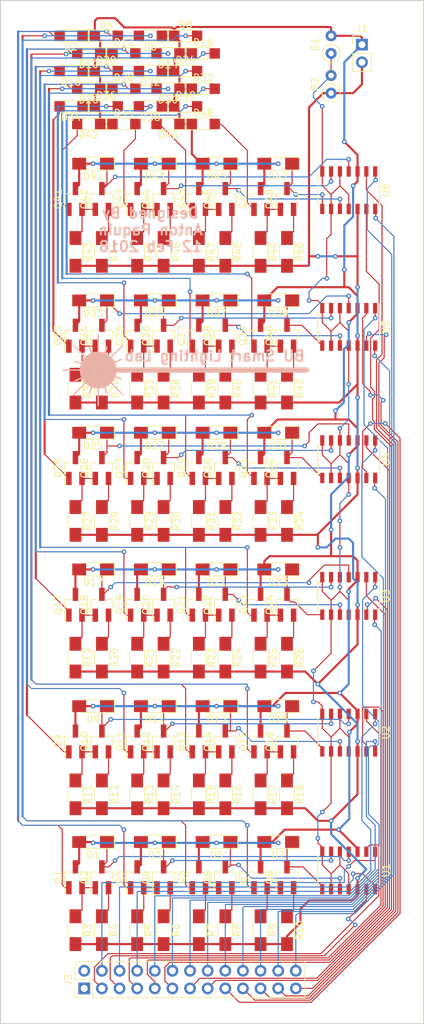
<source format=kicad_pcb>
(kicad_pcb (version 4) (host pcbnew 4.0.7)
  (layers (0 F.Cu signal) (31 B.Cu signal) (34 B.Paste user) (35 F.Paste user) (36 B.SilkS user) (37 F.SilkS user) (38 B.Mask user) (39 F.Mask user) (44 Edge.Cuts user))
  (net 0 "")
  (net 1 VDD)
  (net 2 /pd0)
  (net 3 /pd1)
  (net 4 /pd2)
  (net 5 /pd3)
  (net 6 /pd4)
  (net 7 /pd5)
  (net 8 /pd6)
  (net 9 /pd7)
  (net 10 /pd8)
  (net 11 /pd9)
  (net 12 /pd10)
  (net 13 /pd11)
  (net 14 /pd12)
  (net 15 /pd13)
  (net 16 /pd14)
  (net 17 /pd15)
  (net 18 /pd16)
  (net 19 /pd17)
  (net 20 /pd18)
  (net 21 /pd19)
  (net 22 /pd20)
  (net 23 /pd21)
  (net 24 /pd22)
  (net 25 /pd23)
  (net 26 /pdo0)
  (net 27 /pdo1)
  (net 28 /pdo2)
  (net 29 /pdo3)
  (net 30 /pdo4)
  (net 31 /pdo5)
  (net 32 /pdo6)
  (net 33 /pdo7)
  (net 34 /pdo8)
  (net 35 /pdo9)
  (net 36 /pdo10)
  (net 37 /pdo11)
  (net 38 /pdo12)
  (net 39 /pdo13)
  (net 40 /pdo14)
  (net 41 /pdo15)
  (net 42 /pdo16)
  (net 43 /pdo17)
  (net 44 /pdo18)
  (net 45 /pdo19)
  (net 46 /pdo20)
  (net 47 /pdo21)
  (net 48 /pdo22)
  (net 49 /pdo23)
  (net 50 GND)
  (net 51 "Net-(Q1-Pad3)")
  (net 52 "Net-(Q2-Pad3)")
  (net 53 "Net-(Q3-Pad3)")
  (net 54 "Net-(Q4-Pad3)")
  (net 55 "Net-(Q5-Pad3)")
  (net 56 "Net-(Q6-Pad3)")
  (net 57 "Net-(Q7-Pad3)")
  (net 58 "Net-(Q8-Pad3)")
  (net 59 "Net-(Q10-Pad1)")
  (net 60 "Net-(Q10-Pad3)")
  (net 61 "Net-(Q11-Pad3)")
  (net 62 "Net-(Q12-Pad3)")
  (net 63 "Net-(Q13-Pad3)")
  (net 64 "Net-(Q14-Pad3)")
  (net 65 "Net-(Q15-Pad3)")
  (net 66 "Net-(Q16-Pad3)")
  (net 67 "Net-(Q17-Pad3)")
  (net 68 "Net-(Q18-Pad3)")
  (net 69 "Net-(Q19-Pad3)")
  (net 70 "Net-(Q20-Pad3)")
  (net 71 "Net-(Q21-Pad3)")
  (net 72 "Net-(Q22-Pad3)")
  (net 73 "Net-(Q23-Pad3)")
  (net 74 "Net-(Q24-Pad3)")
  (net 75 "Net-(Q25-Pad3)")
  (net 76 "Net-(Q26-Pad3)")
  (net 77 "Net-(Q27-Pad3)")
  (net 78 "Net-(Q28-Pad3)")
  (net 79 "Net-(Q29-Pad3)")
  (net 80 "Net-(Q30-Pad3)")
  (net 81 "Net-(Q31-Pad3)")
  (net 82 "Net-(Q32-Pad3)")
  (net 83 "Net-(Q33-Pad3)")
  (net 84 "Net-(Q34-Pad3)")
  (net 85 "Net-(Q35-Pad3)")
  (net 86 "Net-(Q36-Pad3)")
  (net 87 "Net-(Q37-Pad3)")
  (net 88 "Net-(Q38-Pad3)")
  (net 89 "Net-(Q39-Pad3)")
  (net 90 "Net-(Q40-Pad3)")
  (net 91 "Net-(Q41-Pad3)")
  (net 92 "Net-(Q42-Pad3)")
  (net 93 "Net-(Q43-Pad3)")
  (net 94 "Net-(Q44-Pad3)")
  (net 95 "Net-(Q45-Pad3)")
  (net 96 "Net-(Q46-Pad3)")
  (net 97 "Net-(Q47-Pad3)")
  (net 98 "Net-(Q48-Pad3)")
  (net 99 /pd_cmp)
  (net 100 "Net-(D2-Pad2)")
  (net 101 "Net-(D4-Pad2)")
  (net 102 "Net-(D6-Pad2)")
  (net 103 "Net-(D8-Pad2)")
  (net 104 "Net-(D10-Pad2)")
  (net 105 "Net-(D12-Pad2)")
  (net 106 "Net-(D14-Pad2)")
  (net 107 "Net-(D16-Pad2)")
  (net 108 "Net-(D18-Pad2)")
  (net 109 "Net-(D20-Pad2)")
  (net 110 "Net-(D22-Pad2)")
  (net 111 "Net-(D24-Pad2)")
  (net 112 "Net-(D26-Pad2)")
  (net 113 "Net-(D28-Pad2)")
  (net 114 "Net-(D30-Pad2)")
  (net 115 "Net-(D32-Pad2)")
  (net 116 "Net-(D34-Pad2)")
  (net 117 "Net-(D36-Pad2)")
  (net 118 "Net-(D38-Pad2)")
  (net 119 "Net-(D40-Pad2)")
  (net 120 "Net-(D42-Pad2)")
  (net 121 "Net-(D44-Pad2)")
  (net 122 "Net-(D46-Pad2)")
  (net 123 "Net-(D48-Pad2)")
  (net 124 "Net-(J2-Pad1)")
  (net 125 "Net-(J2-Pad2)")
  (module Housings_SOIC:SOIC-14_3.9x8.7mm_Pitch1.27mm (layer F.Cu) (at 63.773219 40.899377 270)
    (fp_text reference U6 (at 0 -5.375 270) (layer F.SilkS))
    (fp_text value LM339)
    (pad 1 smd rect (at -2.7 -3.81 270) (size 1.5 0.6) (layers F.Cu F.Paste F.Mask) (net 47 /pdo21))
    (pad 2 smd rect (at -2.7 -2.54 270) (size 1.5 0.6) (layers F.Cu F.Paste F.Mask) (net 46 /pdo20))
    (pad 3 smd rect (at -2.7 -1.27 270) (size 1.5 0.6) (layers F.Cu F.Paste F.Mask) (net 1 VDD))
    (pad 4 smd rect (at -2.7 0 270) (size 1.5 0.6) (layers F.Cu F.Paste F.Mask) (net 22 /pd20))
    (pad 5 smd rect (at -2.7 1.27 270) (size 1.5 0.6) (layers F.Cu F.Paste F.Mask) (net 99 /pd_cmp))
    (pad 6 smd rect (at -2.7 2.54 270) (size 1.5 0.6) (layers F.Cu F.Paste F.Mask) (net 23 /pd21))
    (pad 7 smd rect (at -2.7 3.81 270) (size 1.5 0.6) (layers F.Cu F.Paste F.Mask) (net 99 /pd_cmp))
    (pad 8 smd rect (at 2.7 3.81 270) (size 1.5 0.6) (layers F.Cu F.Paste F.Mask) (net 25 /pd23))
    (pad 9 smd rect (at 2.7 2.54 270) (size 1.5 0.6) (layers F.Cu F.Paste F.Mask) (net 99 /pd_cmp))
    (pad 10 smd rect (at 2.7 1.27 270) (size 1.5 0.6) (layers F.Cu F.Paste F.Mask) (net 24 /pd22))
    (pad 11 smd rect (at 2.7 0 270) (size 1.5 0.6) (layers F.Cu F.Paste F.Mask) (net 99 /pd_cmp))
    (pad 12 smd rect (at 2.7 -1.27 270) (size 1.5 0.6) (layers F.Cu F.Paste F.Mask) (net 50 GND))
    (pad 13 smd rect (at 2.7 -2.54 270) (size 1.5 0.6) (layers F.Cu F.Paste F.Mask) (net 48 /pdo22))
    (pad 14 smd rect (at 2.7 -3.81 270) (size 1.5 0.6) (layers F.Cu F.Paste F.Mask) (net 49 /pdo23))
  )
  (module Housings_SOIC:SOIC-14_3.9x8.7mm_Pitch1.27mm (layer F.Cu) (at 63.773219 99.319377 270)
    (fp_text reference U3 (at 0 -5.375 270) (layer F.SilkS))
    (fp_text value LM339)
    (pad 1 smd rect (at -2.7 -3.81 270) (size 1.5 0.6) (layers F.Cu F.Paste F.Mask) (net 35 /pdo9))
    (pad 2 smd rect (at -2.7 -2.54 270) (size 1.5 0.6) (layers F.Cu F.Paste F.Mask) (net 34 /pdo8))
    (pad 3 smd rect (at -2.7 -1.27 270) (size 1.5 0.6) (layers F.Cu F.Paste F.Mask) (net 1 VDD))
    (pad 4 smd rect (at -2.7 0 270) (size 1.5 0.6) (layers F.Cu F.Paste F.Mask) (net 10 /pd8))
    (pad 5 smd rect (at -2.7 1.27 270) (size 1.5 0.6) (layers F.Cu F.Paste F.Mask) (net 99 /pd_cmp))
    (pad 6 smd rect (at -2.7 2.54 270) (size 1.5 0.6) (layers F.Cu F.Paste F.Mask) (net 11 /pd9))
    (pad 7 smd rect (at -2.7 3.81 270) (size 1.5 0.6) (layers F.Cu F.Paste F.Mask) (net 99 /pd_cmp))
    (pad 8 smd rect (at 2.7 3.81 270) (size 1.5 0.6) (layers F.Cu F.Paste F.Mask) (net 13 /pd11))
    (pad 9 smd rect (at 2.7 2.54 270) (size 1.5 0.6) (layers F.Cu F.Paste F.Mask) (net 99 /pd_cmp))
    (pad 10 smd rect (at 2.7 1.27 270) (size 1.5 0.6) (layers F.Cu F.Paste F.Mask) (net 12 /pd10))
    (pad 11 smd rect (at 2.7 0 270) (size 1.5 0.6) (layers F.Cu F.Paste F.Mask) (net 99 /pd_cmp))
    (pad 12 smd rect (at 2.7 -1.27 270) (size 1.5 0.6) (layers F.Cu F.Paste F.Mask) (net 50 GND))
    (pad 13 smd rect (at 2.7 -2.54 270) (size 1.5 0.6) (layers F.Cu F.Paste F.Mask) (net 36 /pdo10))
    (pad 14 smd rect (at 2.7 -3.81 270) (size 1.5 0.6) (layers F.Cu F.Paste F.Mask) (net 37 /pdo11))
  )
  (module Pin_Headers:Pin_Header_Straight_2x13_Pitch2.54mm (layer F.Cu) (at 25.673219 155.834377 90)
    (fp_text reference J2 (at 1.27 -2.33 90) (layer F.SilkS))
    (fp_text value Conn_01x26_Female)
    (pad 1 thru_hole rect (at 0 0 90) (size 1.7 1.7) (drill 1) (layers *.Cu *.Mask) (net 124 "Net-(J2-Pad1)"))
    (pad 2 thru_hole oval (at 2.54 0 90) (size 1.7 1.7) (drill 1) (layers *.Cu *.Mask) (net 125 "Net-(J2-Pad2)"))
    (pad 3 thru_hole oval (at 0 2.54 90) (size 1.7 1.7) (drill 1) (layers *.Cu *.Mask) (net 26 /pdo0))
    (pad 4 thru_hole oval (at 2.54 2.54 90) (size 1.7 1.7) (drill 1) (layers *.Cu *.Mask) (net 27 /pdo1))
    (pad 5 thru_hole oval (at 0 5.08 90) (size 1.7 1.7) (drill 1) (layers *.Cu *.Mask) (net 28 /pdo2))
    (pad 6 thru_hole oval (at 2.54 5.08 90) (size 1.7 1.7) (drill 1) (layers *.Cu *.Mask) (net 29 /pdo3))
    (pad 7 thru_hole oval (at 0 7.62 90) (size 1.7 1.7) (drill 1) (layers *.Cu *.Mask) (net 30 /pdo4))
    (pad 8 thru_hole oval (at 2.54 7.62 90) (size 1.7 1.7) (drill 1) (layers *.Cu *.Mask) (net 31 /pdo5))
    (pad 9 thru_hole oval (at 0 10.16 90) (size 1.7 1.7) (drill 1) (layers *.Cu *.Mask) (net 32 /pdo6))
    (pad 10 thru_hole oval (at 2.54 10.16 90) (size 1.7 1.7) (drill 1) (layers *.Cu *.Mask) (net 33 /pdo7))
    (pad 11 thru_hole oval (at 0 12.7 90) (size 1.7 1.7) (drill 1) (layers *.Cu *.Mask) (net 34 /pdo8))
    (pad 12 thru_hole oval (at 2.54 12.7 90) (size 1.7 1.7) (drill 1) (layers *.Cu *.Mask) (net 35 /pdo9))
    (pad 13 thru_hole oval (at 0 15.24 90) (size 1.7 1.7) (drill 1) (layers *.Cu *.Mask) (net 36 /pdo10))
    (pad 14 thru_hole oval (at 2.54 15.24 90) (size 1.7 1.7) (drill 1) (layers *.Cu *.Mask) (net 37 /pdo11))
    (pad 15 thru_hole oval (at 0 17.78 90) (size 1.7 1.7) (drill 1) (layers *.Cu *.Mask) (net 38 /pdo12))
    (pad 16 thru_hole oval (at 2.54 17.78 90) (size 1.7 1.7) (drill 1) (layers *.Cu *.Mask) (net 39 /pdo13))
    (pad 17 thru_hole oval (at 0 20.32 90) (size 1.7 1.7) (drill 1) (layers *.Cu *.Mask) (net 40 /pdo14))
    (pad 18 thru_hole oval (at 2.54 20.32 90) (size 1.7 1.7) (drill 1) (layers *.Cu *.Mask) (net 41 /pdo15))
    (pad 19 thru_hole oval (at 0 22.86 90) (size 1.7 1.7) (drill 1) (layers *.Cu *.Mask) (net 42 /pdo16))
    (pad 20 thru_hole oval (at 2.54 22.86 90) (size 1.7 1.7) (drill 1) (layers *.Cu *.Mask) (net 43 /pdo17))
    (pad 21 thru_hole oval (at 0 25.4 90) (size 1.7 1.7) (drill 1) (layers *.Cu *.Mask) (net 44 /pdo18))
    (pad 22 thru_hole oval (at 2.54 25.4 90) (size 1.7 1.7) (drill 1) (layers *.Cu *.Mask) (net 45 /pdo19))
    (pad 23 thru_hole oval (at 0 27.94 90) (size 1.7 1.7) (drill 1) (layers *.Cu *.Mask) (net 46 /pdo20))
    (pad 24 thru_hole oval (at 2.54 27.94 90) (size 1.7 1.7) (drill 1) (layers *.Cu *.Mask) (net 47 /pdo21))
    (pad 25 thru_hole oval (at 0 30.48 90) (size 1.7 1.7) (drill 1) (layers *.Cu *.Mask) (net 48 /pdo22))
    (pad 26 thru_hole oval (at 2.54 30.48 90) (size 1.7 1.7) (drill 1) (layers *.Cu *.Mask) (net 49 /pdo23))
  )
  (module Housings_SOIC:SOIC-14_3.9x8.7mm_Pitch1.27mm (layer F.Cu) (at 63.773219 79.634377 270)
    (fp_text reference U4 (at 0 -5.375 270) (layer F.SilkS))
    (fp_text value LM339)
    (pad 1 smd rect (at -2.7 -3.81 270) (size 1.5 0.6) (layers F.Cu F.Paste F.Mask) (net 39 /pdo13))
    (pad 2 smd rect (at -2.7 -2.54 270) (size 1.5 0.6) (layers F.Cu F.Paste F.Mask) (net 38 /pdo12))
    (pad 3 smd rect (at -2.7 -1.27 270) (size 1.5 0.6) (layers F.Cu F.Paste F.Mask) (net 1 VDD))
    (pad 4 smd rect (at -2.7 0 270) (size 1.5 0.6) (layers F.Cu F.Paste F.Mask) (net 14 /pd12))
    (pad 5 smd rect (at -2.7 1.27 270) (size 1.5 0.6) (layers F.Cu F.Paste F.Mask) (net 99 /pd_cmp))
    (pad 6 smd rect (at -2.7 2.54 270) (size 1.5 0.6) (layers F.Cu F.Paste F.Mask) (net 15 /pd13))
    (pad 7 smd rect (at -2.7 3.81 270) (size 1.5 0.6) (layers F.Cu F.Paste F.Mask) (net 99 /pd_cmp))
    (pad 8 smd rect (at 2.7 3.81 270) (size 1.5 0.6) (layers F.Cu F.Paste F.Mask) (net 17 /pd15))
    (pad 9 smd rect (at 2.7 2.54 270) (size 1.5 0.6) (layers F.Cu F.Paste F.Mask) (net 99 /pd_cmp))
    (pad 10 smd rect (at 2.7 1.27 270) (size 1.5 0.6) (layers F.Cu F.Paste F.Mask) (net 16 /pd14))
    (pad 11 smd rect (at 2.7 0 270) (size 1.5 0.6) (layers F.Cu F.Paste F.Mask) (net 99 /pd_cmp))
    (pad 12 smd rect (at 2.7 -1.27 270) (size 1.5 0.6) (layers F.Cu F.Paste F.Mask) (net 50 GND))
    (pad 13 smd rect (at 2.7 -2.54 270) (size 1.5 0.6) (layers F.Cu F.Paste F.Mask) (net 40 /pdo14))
    (pad 14 smd rect (at 2.7 -3.81 270) (size 1.5 0.6) (layers F.Cu F.Paste F.Mask) (net 41 /pdo15))
  )
  (module Housings_SOIC:SOIC-14_3.9x8.7mm_Pitch1.27mm (layer F.Cu) (at 63.773219 138.849377 270)
    (fp_text reference U1 (at 0 -5.375 270) (layer F.SilkS))
    (fp_text value LM339)
    (pad 1 smd rect (at -2.7 -3.81 270) (size 1.5 0.6) (layers F.Cu F.Paste F.Mask) (net 27 /pdo1))
    (pad 2 smd rect (at -2.7 -2.54 270) (size 1.5 0.6) (layers F.Cu F.Paste F.Mask) (net 26 /pdo0))
    (pad 3 smd rect (at -2.7 -1.27 270) (size 1.5 0.6) (layers F.Cu F.Paste F.Mask) (net 1 VDD))
    (pad 4 smd rect (at -2.7 0 270) (size 1.5 0.6) (layers F.Cu F.Paste F.Mask) (net 2 /pd0))
    (pad 5 smd rect (at -2.7 1.27 270) (size 1.5 0.6) (layers F.Cu F.Paste F.Mask) (net 99 /pd_cmp))
    (pad 6 smd rect (at -2.7 2.54 270) (size 1.5 0.6) (layers F.Cu F.Paste F.Mask) (net 3 /pd1))
    (pad 7 smd rect (at -2.7 3.81 270) (size 1.5 0.6) (layers F.Cu F.Paste F.Mask) (net 99 /pd_cmp))
    (pad 8 smd rect (at 2.7 3.81 270) (size 1.5 0.6) (layers F.Cu F.Paste F.Mask) (net 5 /pd3))
    (pad 9 smd rect (at 2.7 2.54 270) (size 1.5 0.6) (layers F.Cu F.Paste F.Mask) (net 99 /pd_cmp))
    (pad 10 smd rect (at 2.7 1.27 270) (size 1.5 0.6) (layers F.Cu F.Paste F.Mask) (net 4 /pd2))
    (pad 11 smd rect (at 2.7 0 270) (size 1.5 0.6) (layers F.Cu F.Paste F.Mask) (net 99 /pd_cmp))
    (pad 12 smd rect (at 2.7 -1.27 270) (size 1.5 0.6) (layers F.Cu F.Paste F.Mask) (net 50 GND))
    (pad 13 smd rect (at 2.7 -2.54 270) (size 1.5 0.6) (layers F.Cu F.Paste F.Mask) (net 28 /pdo2))
    (pad 14 smd rect (at 2.7 -3.81 270) (size 1.5 0.6) (layers F.Cu F.Paste F.Mask) (net 29 /pdo3))
  )
  (module Housings_SOIC:SOIC-14_3.9x8.7mm_Pitch1.27mm (layer F.Cu) (at 63.773219 119.004377 270)
    (fp_text reference U2 (at 0 -5.375 270) (layer F.SilkS))
    (fp_text value LM339)
    (pad 1 smd rect (at -2.7 -3.81 270) (size 1.5 0.6) (layers F.Cu F.Paste F.Mask) (net 31 /pdo5))
    (pad 2 smd rect (at -2.7 -2.54 270) (size 1.5 0.6) (layers F.Cu F.Paste F.Mask) (net 30 /pdo4))
    (pad 3 smd rect (at -2.7 -1.27 270) (size 1.5 0.6) (layers F.Cu F.Paste F.Mask) (net 1 VDD))
    (pad 4 smd rect (at -2.7 0 270) (size 1.5 0.6) (layers F.Cu F.Paste F.Mask) (net 6 /pd4))
    (pad 5 smd rect (at -2.7 1.27 270) (size 1.5 0.6) (layers F.Cu F.Paste F.Mask) (net 99 /pd_cmp))
    (pad 6 smd rect (at -2.7 2.54 270) (size 1.5 0.6) (layers F.Cu F.Paste F.Mask) (net 7 /pd5))
    (pad 7 smd rect (at -2.7 3.81 270) (size 1.5 0.6) (layers F.Cu F.Paste F.Mask) (net 99 /pd_cmp))
    (pad 8 smd rect (at 2.7 3.81 270) (size 1.5 0.6) (layers F.Cu F.Paste F.Mask) (net 9 /pd7))
    (pad 9 smd rect (at 2.7 2.54 270) (size 1.5 0.6) (layers F.Cu F.Paste F.Mask) (net 99 /pd_cmp))
    (pad 10 smd rect (at 2.7 1.27 270) (size 1.5 0.6) (layers F.Cu F.Paste F.Mask) (net 8 /pd6))
    (pad 11 smd rect (at 2.7 0 270) (size 1.5 0.6) (layers F.Cu F.Paste F.Mask) (net 99 /pd_cmp))
    (pad 12 smd rect (at 2.7 -1.27 270) (size 1.5 0.6) (layers F.Cu F.Paste F.Mask) (net 50 GND))
    (pad 13 smd rect (at 2.7 -2.54 270) (size 1.5 0.6) (layers F.Cu F.Paste F.Mask) (net 32 /pdo6))
    (pad 14 smd rect (at 2.7 -3.81 270) (size 1.5 0.6) (layers F.Cu F.Paste F.Mask) (net 33 /pdo7))
  )
  (module TO_SOT_Packages_SMD:SOT-23_Handsoldering (layer F.Cu) (at 42.183219 139.833477 90)
    (fp_text reference Q5 (at 0 -2.5 90) (layer F.SilkS))
    (fp_text value Q_NPN_BCE)
    (pad 1 smd rect (at -1.5 -0.95 90) (size 1.9 0.8) (layers F.Cu F.Paste F.Mask) (net 102 "Net-(D6-Pad2)"))
    (pad 3 smd rect (at -1.5 0.95 90) (size 1.9 0.8) (layers F.Cu F.Paste F.Mask) (net 55 "Net-(Q5-Pad3)"))
    (pad 2 smd rect (at 1.5 0 90) (size 1.9 0.8) (layers F.Cu F.Paste F.Mask) (net 1 VDD))
  )
  (module TO_SOT_Packages_SMD:SOT-23_Handsoldering (layer F.Cu) (at 54.883219 139.833477 90)
    (fp_text reference Q8 (at 0 -2.5 90) (layer F.SilkS))
    (fp_text value Q_NPN_BCE)
    (pad 1 smd rect (at -1.5 -0.95 90) (size 1.9 0.8) (layers F.Cu F.Paste F.Mask) (net 57 "Net-(Q7-Pad3)"))
    (pad 3 smd rect (at -1.5 0.95 90) (size 1.9 0.8) (layers F.Cu F.Paste F.Mask) (net 58 "Net-(Q8-Pad3)"))
    (pad 2 smd rect (at 1.5 0 90) (size 1.9 0.8) (layers F.Cu F.Paste F.Mask) (net 5 /pd3))
  )
  (module LEDs:LED_1206_HandSoldering (layer F.Cu) (at 44.723219 134.753477 180)
    (fp_text reference D5 (at 0 -1.85 180) (layer F.SilkS))
    (fp_text value LED)
    (pad 1 smd rect (at -2 0 180) (size 2 1.7) (layers F.Cu F.Paste F.Mask) (net 4 /pd2))
    (pad 2 smd rect (at 2 0 180) (size 2 1.7) (layers F.Cu F.Paste F.Mask) (net 1 VDD))
  )
  (module LEDs:LED_1206 (layer F.Cu) (at 35.198219 18.674377 180)
    (fp_text reference D6 (at 0 -1.6 180) (layer F.SilkS))
    (fp_text value D_Photo)
    (pad 2 smd rect (at 1.65 0) (size 1.5 1.5) (layers F.Cu F.Paste F.Mask) (net 102 "Net-(D6-Pad2)"))
    (pad 1 smd rect (at -1.65 0) (size 1.5 1.5) (layers F.Cu F.Paste F.Mask) (net 1 VDD))
  )
  (module LEDs:LED_1206 (layer F.Cu) (at 31.388219 26.294377)
    (fp_text reference D28 (at 0 -1.6) (layer F.SilkS))
    (fp_text value D_Photo)
    (pad 2 smd rect (at 1.65 0 180) (size 1.5 1.5) (layers F.Cu F.Paste F.Mask) (net 113 "Net-(D28-Pad2)"))
    (pad 1 smd rect (at -1.65 0 180) (size 1.5 1.5) (layers F.Cu F.Paste F.Mask) (net 1 VDD))
  )
  (module LEDs:LED_1206_HandSoldering (layer F.Cu) (at 26.943219 134.753477 180)
    (fp_text reference D1 (at 0 -1.85 180) (layer F.SilkS))
    (fp_text value LED)
    (pad 1 smd rect (at -2 0 180) (size 2 1.7) (layers F.Cu F.Paste F.Mask) (net 2 /pd0))
    (pad 2 smd rect (at 2 0 180) (size 2 1.7) (layers F.Cu F.Paste F.Mask) (net 1 VDD))
  )
  (module LEDs:LED_1206 (layer F.Cu) (at 23.768219 18.674377 180)
    (fp_text reference D2 (at 0 -1.6 180) (layer F.SilkS))
    (fp_text value D_Photo)
    (pad 2 smd rect (at 1.65 0) (size 1.5 1.5) (layers F.Cu F.Paste F.Mask) (net 100 "Net-(D2-Pad2)"))
    (pad 1 smd rect (at -1.65 0) (size 1.5 1.5) (layers F.Cu F.Paste F.Mask) (net 1 VDD))
  )
  (module LEDs:LED_1206_HandSoldering (layer F.Cu) (at 35.833219 134.753477 180)
    (fp_text reference D3 (at 0 -1.85 180) (layer F.SilkS))
    (fp_text value LED)
    (pad 1 smd rect (at -2 0 180) (size 2 1.7) (layers F.Cu F.Paste F.Mask) (net 3 /pd1))
    (pad 2 smd rect (at 2 0 180) (size 2 1.7) (layers F.Cu F.Paste F.Mask) (net 1 VDD))
  )
  (module LEDs:LED_1206 (layer F.Cu) (at 28.848219 18.674377)
    (fp_text reference D4 (at 0 -1.6) (layer F.SilkS))
    (fp_text value D_Photo)
    (pad 2 smd rect (at 1.65 0 180) (size 1.5 1.5) (layers F.Cu F.Paste F.Mask) (net 101 "Net-(D4-Pad2)"))
    (pad 1 smd rect (at -1.65 0 180) (size 1.5 1.5) (layers F.Cu F.Paste F.Mask) (net 1 VDD))
  )
  (module LEDs:LED_1206_HandSoldering (layer F.Cu) (at 53.613219 134.753477 180)
    (fp_text reference D7 (at 0 -1.85 180) (layer F.SilkS))
    (fp_text value LED)
    (pad 1 smd rect (at -2 0 180) (size 2 1.7) (layers F.Cu F.Paste F.Mask) (net 5 /pd3))
    (pad 2 smd rect (at 2 0 180) (size 2 1.7) (layers F.Cu F.Paste F.Mask) (net 1 VDD))
  )
  (module LEDs:LED_1206 (layer F.Cu) (at 40.278219 18.674377)
    (fp_text reference D8 (at 0 -1.6) (layer F.SilkS))
    (fp_text value D_Photo)
    (pad 2 smd rect (at 1.65 0 180) (size 1.5 1.5) (layers F.Cu F.Paste F.Mask) (net 103 "Net-(D8-Pad2)"))
    (pad 1 smd rect (at -1.65 0 180) (size 1.5 1.5) (layers F.Cu F.Paste F.Mask) (net 1 VDD))
  )
  (module LEDs:LED_1206_HandSoldering (layer F.Cu) (at 26.943219 115.194377 180)
    (fp_text reference D9 (at 0 -1.85 180) (layer F.SilkS))
    (fp_text value LED)
    (pad 1 smd rect (at -2 0 180) (size 2 1.7) (layers F.Cu F.Paste F.Mask) (net 6 /pd4))
    (pad 2 smd rect (at 2 0 180) (size 2 1.7) (layers F.Cu F.Paste F.Mask) (net 1 VDD))
  )
  (module LEDs:LED_1206 (layer F.Cu) (at 26.308219 21.214377 180)
    (fp_text reference D10 (at 0 -1.6 180) (layer F.SilkS))
    (fp_text value D_Photo)
    (pad 2 smd rect (at 1.65 0) (size 1.5 1.5) (layers F.Cu F.Paste F.Mask) (net 104 "Net-(D10-Pad2)"))
    (pad 1 smd rect (at -1.65 0) (size 1.5 1.5) (layers F.Cu F.Paste F.Mask) (net 1 VDD))
  )
  (module LEDs:LED_1206_HandSoldering (layer F.Cu) (at 35.833219 115.194377 180)
    (fp_text reference D11 (at 0 -1.85 180) (layer F.SilkS))
    (fp_text value LED)
    (pad 1 smd rect (at -2 0 180) (size 2 1.7) (layers F.Cu F.Paste F.Mask) (net 7 /pd5))
    (pad 2 smd rect (at 2 0 180) (size 2 1.7) (layers F.Cu F.Paste F.Mask) (net 1 VDD))
  )
  (module LEDs:LED_1206 (layer F.Cu) (at 31.388219 21.214377)
    (fp_text reference D12 (at 0 -1.6) (layer F.SilkS))
    (fp_text value D_Photo)
    (pad 2 smd rect (at 1.65 0 180) (size 1.5 1.5) (layers F.Cu F.Paste F.Mask) (net 105 "Net-(D12-Pad2)"))
    (pad 1 smd rect (at -1.65 0 180) (size 1.5 1.5) (layers F.Cu F.Paste F.Mask) (net 1 VDD))
  )
  (module LEDs:LED_1206_HandSoldering (layer F.Cu) (at 44.723219 115.194377 180)
    (fp_text reference D13 (at 0 -1.85 180) (layer F.SilkS))
    (fp_text value LED)
    (pad 1 smd rect (at -2 0 180) (size 2 1.7) (layers F.Cu F.Paste F.Mask) (net 8 /pd6))
    (pad 2 smd rect (at 2 0 180) (size 2 1.7) (layers F.Cu F.Paste F.Mask) (net 1 VDD))
  )
  (module LEDs:LED_1206 (layer F.Cu) (at 37.738219 21.214377 180)
    (fp_text reference D14 (at 0 -1.6 180) (layer F.SilkS))
    (fp_text value D_Photo)
    (pad 2 smd rect (at 1.65 0) (size 1.5 1.5) (layers F.Cu F.Paste F.Mask) (net 106 "Net-(D14-Pad2)"))
    (pad 1 smd rect (at -1.65 0) (size 1.5 1.5) (layers F.Cu F.Paste F.Mask) (net 1 VDD))
  )
  (module LEDs:LED_1206_HandSoldering (layer F.Cu) (at 53.613219 115.194377 180)
    (fp_text reference D15 (at 0 -1.85 180) (layer F.SilkS))
    (fp_text value LED)
    (pad 1 smd rect (at -2 0 180) (size 2 1.7) (layers F.Cu F.Paste F.Mask) (net 9 /pd7))
    (pad 2 smd rect (at 2 0 180) (size 2 1.7) (layers F.Cu F.Paste F.Mask) (net 1 VDD))
  )
  (module LEDs:LED_1206 (layer F.Cu) (at 42.818219 21.214377)
    (fp_text reference D16 (at 0 -1.6) (layer F.SilkS))
    (fp_text value D_Photo)
    (pad 2 smd rect (at 1.65 0 180) (size 1.5 1.5) (layers F.Cu F.Paste F.Mask) (net 107 "Net-(D16-Pad2)"))
    (pad 1 smd rect (at -1.65 0 180) (size 1.5 1.5) (layers F.Cu F.Paste F.Mask) (net 1 VDD))
  )
  (module LEDs:LED_1206_HandSoldering (layer F.Cu) (at 26.943219 95.509377 180)
    (fp_text reference D17 (at 0 -1.85 180) (layer F.SilkS))
    (fp_text value LED)
    (pad 1 smd rect (at -2 0 180) (size 2 1.7) (layers F.Cu F.Paste F.Mask) (net 10 /pd8))
    (pad 2 smd rect (at 2 0 180) (size 2 1.7) (layers F.Cu F.Paste F.Mask) (net 1 VDD))
  )
  (module LEDs:LED_1206 (layer F.Cu) (at 23.768219 23.754377 180)
    (fp_text reference D18 (at 0 -1.6 180) (layer F.SilkS))
    (fp_text value D_Photo)
    (pad 2 smd rect (at 1.65 0) (size 1.5 1.5) (layers F.Cu F.Paste F.Mask) (net 108 "Net-(D18-Pad2)"))
    (pad 1 smd rect (at -1.65 0) (size 1.5 1.5) (layers F.Cu F.Paste F.Mask) (net 1 VDD))
  )
  (module LEDs:LED_1206_HandSoldering (layer F.Cu) (at 35.833219 95.509377 180)
    (fp_text reference D19 (at 0 -1.85 180) (layer F.SilkS))
    (fp_text value LED)
    (pad 1 smd rect (at -2 0 180) (size 2 1.7) (layers F.Cu F.Paste F.Mask) (net 11 /pd9))
    (pad 2 smd rect (at 2 0 180) (size 2 1.7) (layers F.Cu F.Paste F.Mask) (net 1 VDD))
  )
  (module LEDs:LED_1206 (layer F.Cu) (at 28.848219 23.754377)
    (fp_text reference D20 (at 0 -1.6) (layer F.SilkS))
    (fp_text value D_Photo)
    (pad 2 smd rect (at 1.65 0 180) (size 1.5 1.5) (layers F.Cu F.Paste F.Mask) (net 109 "Net-(D20-Pad2)"))
    (pad 1 smd rect (at -1.65 0 180) (size 1.5 1.5) (layers F.Cu F.Paste F.Mask) (net 1 VDD))
  )
  (module LEDs:LED_1206_HandSoldering (layer F.Cu) (at 44.723219 95.509377 180)
    (fp_text reference D21 (at 0 -1.85 180) (layer F.SilkS))
    (fp_text value LED)
    (pad 1 smd rect (at -2 0 180) (size 2 1.7) (layers F.Cu F.Paste F.Mask) (net 12 /pd10))
    (pad 2 smd rect (at 2 0 180) (size 2 1.7) (layers F.Cu F.Paste F.Mask) (net 1 VDD))
  )
  (module LEDs:LED_1206 (layer F.Cu) (at 35.198219 23.754377 180)
    (fp_text reference D22 (at 0 -1.6 180) (layer F.SilkS))
    (fp_text value D_Photo)
    (pad 2 smd rect (at 1.65 0) (size 1.5 1.5) (layers F.Cu F.Paste F.Mask) (net 110 "Net-(D22-Pad2)"))
    (pad 1 smd rect (at -1.65 0) (size 1.5 1.5) (layers F.Cu F.Paste F.Mask) (net 1 VDD))
  )
  (module LEDs:LED_1206_HandSoldering (layer F.Cu) (at 53.613219 95.509377 180)
    (fp_text reference D23 (at 0 -1.85 180) (layer F.SilkS))
    (fp_text value LED)
    (pad 1 smd rect (at -2 0 180) (size 2 1.7) (layers F.Cu F.Paste F.Mask) (net 13 /pd11))
    (pad 2 smd rect (at 2 0 180) (size 2 1.7) (layers F.Cu F.Paste F.Mask) (net 1 VDD))
  )
  (module LEDs:LED_1206 (layer F.Cu) (at 40.278219 23.754377)
    (fp_text reference D24 (at 0 -1.6) (layer F.SilkS))
    (fp_text value D_Photo)
    (pad 2 smd rect (at 1.65 0 180) (size 1.5 1.5) (layers F.Cu F.Paste F.Mask) (net 111 "Net-(D24-Pad2)"))
    (pad 1 smd rect (at -1.65 0 180) (size 1.5 1.5) (layers F.Cu F.Paste F.Mask) (net 1 VDD))
  )
  (module LEDs:LED_1206_HandSoldering (layer F.Cu) (at 26.943219 75.824377 180)
    (fp_text reference D25 (at 0 -1.85 180) (layer F.SilkS))
    (fp_text value LED)
    (pad 1 smd rect (at -2 0 180) (size 2 1.7) (layers F.Cu F.Paste F.Mask) (net 14 /pd12))
    (pad 2 smd rect (at 2 0 180) (size 2 1.7) (layers F.Cu F.Paste F.Mask) (net 1 VDD))
  )
  (module LEDs:LED_1206 (layer F.Cu) (at 26.308219 26.294377 180)
    (fp_text reference D26 (at 0 -1.6 180) (layer F.SilkS))
    (fp_text value D_Photo)
    (pad 2 smd rect (at 1.65 0) (size 1.5 1.5) (layers F.Cu F.Paste F.Mask) (net 112 "Net-(D26-Pad2)"))
    (pad 1 smd rect (at -1.65 0) (size 1.5 1.5) (layers F.Cu F.Paste F.Mask) (net 1 VDD))
  )
  (module LEDs:LED_1206_HandSoldering (layer F.Cu) (at 35.833219 75.824377 180)
    (fp_text reference D27 (at 0 -1.85 180) (layer F.SilkS))
    (fp_text value LED)
    (pad 1 smd rect (at -2 0 180) (size 2 1.7) (layers F.Cu F.Paste F.Mask) (net 15 /pd13))
    (pad 2 smd rect (at 2 0 180) (size 2 1.7) (layers F.Cu F.Paste F.Mask) (net 1 VDD))
  )
  (module LEDs:LED_1206_HandSoldering (layer F.Cu) (at 44.723219 75.824377 180)
    (fp_text reference D29 (at 0 -1.85 180) (layer F.SilkS))
    (fp_text value LED)
    (pad 1 smd rect (at -2 0 180) (size 2 1.7) (layers F.Cu F.Paste F.Mask) (net 16 /pd14))
    (pad 2 smd rect (at 2 0 180) (size 2 1.7) (layers F.Cu F.Paste F.Mask) (net 1 VDD))
  )
  (module LEDs:LED_1206 (layer F.Cu) (at 37.738219 26.294377 180)
    (fp_text reference D30 (at 0 -1.6 180) (layer F.SilkS))
    (fp_text value D_Photo)
    (pad 2 smd rect (at 1.65 0) (size 1.5 1.5) (layers F.Cu F.Paste F.Mask) (net 114 "Net-(D30-Pad2)"))
    (pad 1 smd rect (at -1.65 0) (size 1.5 1.5) (layers F.Cu F.Paste F.Mask) (net 1 VDD))
  )
  (module LEDs:LED_1206_HandSoldering (layer F.Cu) (at 53.613219 75.824377 180)
    (fp_text reference D31 (at 0 -1.85 180) (layer F.SilkS))
    (fp_text value LED)
    (pad 1 smd rect (at -2 0 180) (size 2 1.7) (layers F.Cu F.Paste F.Mask) (net 17 /pd15))
    (pad 2 smd rect (at 2 0 180) (size 2 1.7) (layers F.Cu F.Paste F.Mask) (net 1 VDD))
  )
  (module LEDs:LED_1206 (layer F.Cu) (at 42.818219 26.294377)
    (fp_text reference D32 (at 0 -1.6) (layer F.SilkS))
    (fp_text value D_Photo)
    (pad 2 smd rect (at 1.65 0 180) (size 1.5 1.5) (layers F.Cu F.Paste F.Mask) (net 115 "Net-(D32-Pad2)"))
    (pad 1 smd rect (at -1.65 0 180) (size 1.5 1.5) (layers F.Cu F.Paste F.Mask) (net 1 VDD))
  )
  (module LEDs:LED_1206_HandSoldering (layer F.Cu) (at 26.943219 56.774377 180)
    (fp_text reference D33 (at 0 -1.85 180) (layer F.SilkS))
    (fp_text value LED)
    (pad 1 smd rect (at -2 0 180) (size 2 1.7) (layers F.Cu F.Paste F.Mask) (net 18 /pd16))
    (pad 2 smd rect (at 2 0 180) (size 2 1.7) (layers F.Cu F.Paste F.Mask) (net 1 VDD))
  )
  (module LEDs:LED_1206 (layer F.Cu) (at 23.768219 28.834377 180)
    (fp_text reference D34 (at 0 -1.6 180) (layer F.SilkS))
    (fp_text value D_Photo)
    (pad 2 smd rect (at 1.65 0) (size 1.5 1.5) (layers F.Cu F.Paste F.Mask) (net 116 "Net-(D34-Pad2)"))
    (pad 1 smd rect (at -1.65 0) (size 1.5 1.5) (layers F.Cu F.Paste F.Mask) (net 1 VDD))
  )
  (module LEDs:LED_1206_HandSoldering (layer F.Cu) (at 35.833219 56.774377 180)
    (fp_text reference D35 (at 0 -1.85 180) (layer F.SilkS))
    (fp_text value LED)
    (pad 1 smd rect (at -2 0 180) (size 2 1.7) (layers F.Cu F.Paste F.Mask) (net 19 /pd17))
    (pad 2 smd rect (at 2 0 180) (size 2 1.7) (layers F.Cu F.Paste F.Mask) (net 1 VDD))
  )
  (module LEDs:LED_1206 (layer F.Cu) (at 28.848219 28.834377)
    (fp_text reference D36 (at 0 -1.6) (layer F.SilkS))
    (fp_text value D_Photo)
    (pad 2 smd rect (at 1.65 0 180) (size 1.5 1.5) (layers F.Cu F.Paste F.Mask) (net 117 "Net-(D36-Pad2)"))
    (pad 1 smd rect (at -1.65 0 180) (size 1.5 1.5) (layers F.Cu F.Paste F.Mask) (net 1 VDD))
  )
  (module LEDs:LED_1206_HandSoldering (layer F.Cu) (at 44.723219 56.774377 180)
    (fp_text reference D37 (at 0 -1.85 180) (layer F.SilkS))
    (fp_text value LED)
    (pad 1 smd rect (at -2 0 180) (size 2 1.7) (layers F.Cu F.Paste F.Mask) (net 20 /pd18))
    (pad 2 smd rect (at 2 0 180) (size 2 1.7) (layers F.Cu F.Paste F.Mask) (net 1 VDD))
  )
  (module LEDs:LED_1206 (layer F.Cu) (at 35.198219 28.834377 180)
    (fp_text reference D38 (at 0 -1.6 180) (layer F.SilkS))
    (fp_text value D_Photo)
    (pad 2 smd rect (at 1.65 0) (size 1.5 1.5) (layers F.Cu F.Paste F.Mask) (net 118 "Net-(D38-Pad2)"))
    (pad 1 smd rect (at -1.65 0) (size 1.5 1.5) (layers F.Cu F.Paste F.Mask) (net 1 VDD))
  )
  (module LEDs:LED_1206_HandSoldering (layer F.Cu) (at 53.613219 56.774377 180)
    (fp_text reference D39 (at 0 -1.85 180) (layer F.SilkS))
    (fp_text value LED)
    (pad 1 smd rect (at -2 0 180) (size 2 1.7) (layers F.Cu F.Paste F.Mask) (net 21 /pd19))
    (pad 2 smd rect (at 2 0 180) (size 2 1.7) (layers F.Cu F.Paste F.Mask) (net 1 VDD))
  )
  (module LEDs:LED_1206 (layer F.Cu) (at 40.278219 28.834377)
    (fp_text reference D40 (at 0 -1.6) (layer F.SilkS))
    (fp_text value D_Photo)
    (pad 2 smd rect (at 1.65 0 180) (size 1.5 1.5) (layers F.Cu F.Paste F.Mask) (net 119 "Net-(D40-Pad2)"))
    (pad 1 smd rect (at -1.65 0 180) (size 1.5 1.5) (layers F.Cu F.Paste F.Mask) (net 1 VDD))
  )
  (module LEDs:LED_1206_HandSoldering (layer F.Cu) (at 26.943219 37.089377 180)
    (fp_text reference D41 (at 0 -1.85 180) (layer F.SilkS))
    (fp_text value LED)
    (pad 1 smd rect (at -2 0 180) (size 2 1.7) (layers F.Cu F.Paste F.Mask) (net 22 /pd20))
    (pad 2 smd rect (at 2 0 180) (size 2 1.7) (layers F.Cu F.Paste F.Mask) (net 1 VDD))
  )
  (module LEDs:LED_1206 (layer F.Cu) (at 26.308219 31.374377 180)
    (fp_text reference D42 (at 0 -1.6 180) (layer F.SilkS))
    (fp_text value D_Photo)
    (pad 2 smd rect (at 1.65 0) (size 1.5 1.5) (layers F.Cu F.Paste F.Mask) (net 120 "Net-(D42-Pad2)"))
    (pad 1 smd rect (at -1.65 0) (size 1.5 1.5) (layers F.Cu F.Paste F.Mask) (net 1 VDD))
  )
  (module LEDs:LED_1206_HandSoldering (layer F.Cu) (at 35.833219 37.089377 180)
    (fp_text reference D43 (at 0 -1.85 180) (layer F.SilkS))
    (fp_text value LED)
    (pad 1 smd rect (at -2 0 180) (size 2 1.7) (layers F.Cu F.Paste F.Mask) (net 23 /pd21))
    (pad 2 smd rect (at 2 0 180) (size 2 1.7) (layers F.Cu F.Paste F.Mask) (net 1 VDD))
  )
  (module LEDs:LED_1206 (layer F.Cu) (at 31.388219 31.374377)
    (fp_text reference D44 (at 0 -1.6) (layer F.SilkS))
    (fp_text value D_Photo)
    (pad 2 smd rect (at 1.65 0 180) (size 1.5 1.5) (layers F.Cu F.Paste F.Mask) (net 121 "Net-(D44-Pad2)"))
    (pad 1 smd rect (at -1.65 0 180) (size 1.5 1.5) (layers F.Cu F.Paste F.Mask) (net 1 VDD))
  )
  (module LEDs:LED_1206_HandSoldering (layer F.Cu) (at 44.723219 37.089377 180)
    (fp_text reference D45 (at 0 -1.85 180) (layer F.SilkS))
    (fp_text value LED)
    (pad 1 smd rect (at -2 0 180) (size 2 1.7) (layers F.Cu F.Paste F.Mask) (net 24 /pd22))
    (pad 2 smd rect (at 2 0 180) (size 2 1.7) (layers F.Cu F.Paste F.Mask) (net 1 VDD))
  )
  (module LEDs:LED_1206 (layer F.Cu) (at 37.738219 31.374377 180)
    (fp_text reference D46 (at 0 -1.6 180) (layer F.SilkS))
    (fp_text value D_Photo)
    (pad 2 smd rect (at 1.65 0) (size 1.5 1.5) (layers F.Cu F.Paste F.Mask) (net 122 "Net-(D46-Pad2)"))
    (pad 1 smd rect (at -1.65 0) (size 1.5 1.5) (layers F.Cu F.Paste F.Mask) (net 1 VDD))
  )
  (module LEDs:LED_1206_HandSoldering (layer F.Cu) (at 53.613219 37.089377 180)
    (fp_text reference D47 (at 0 -1.85 180) (layer F.SilkS))
    (fp_text value LED)
    (pad 1 smd rect (at -2 0 180) (size 2 1.7) (layers F.Cu F.Paste F.Mask) (net 25 /pd23))
    (pad 2 smd rect (at 2 0 180) (size 2 1.7) (layers F.Cu F.Paste F.Mask) (net 1 VDD))
  )
  (module LEDs:LED_1206 (layer F.Cu) (at 42.818219 31.374377)
    (fp_text reference D48 (at 0 -1.6) (layer F.SilkS))
    (fp_text value D_Photo)
    (pad 2 smd rect (at 1.65 0 180) (size 1.5 1.5) (layers F.Cu F.Paste F.Mask) (net 123 "Net-(D48-Pad2)"))
    (pad 1 smd rect (at -1.65 0 180) (size 1.5 1.5) (layers F.Cu F.Paste F.Mask) (net 1 VDD))
  )
  (module Pin_Headers:Pin_Header_Straight_1x02_Pitch2.54mm (layer F.Cu) (at 65.678219 19.944377)
    (fp_text reference J1 (at 0 -2.33) (layer F.SilkS))
    (fp_text value Conn_01x02_Female)
    (pad 1 thru_hole rect (at 0 0) (size 1.7 1.7) (drill 1) (layers *.Cu *.Mask) (net 1 VDD))
    (pad 2 thru_hole oval (at 0 2.54) (size 1.7 1.7) (drill 1) (layers *.Cu *.Mask) (net 50 GND))
  )
  (module TO_SOT_Packages_SMD:SOT-23_Handsoldering (layer F.Cu) (at 24.403219 139.833477 90)
    (fp_text reference Q1 (at 0 -2.5 90) (layer F.SilkS))
    (fp_text value Q_NPN_BCE)
    (pad 1 smd rect (at -1.5 -0.95 90) (size 1.9 0.8) (layers F.Cu F.Paste F.Mask) (net 100 "Net-(D2-Pad2)"))
    (pad 3 smd rect (at -1.5 0.95 90) (size 1.9 0.8) (layers F.Cu F.Paste F.Mask) (net 51 "Net-(Q1-Pad3)"))
    (pad 2 smd rect (at 1.5 0 90) (size 1.9 0.8) (layers F.Cu F.Paste F.Mask) (net 1 VDD))
  )
  (module TO_SOT_Packages_SMD:SOT-23_Handsoldering (layer F.Cu) (at 28.213219 139.833477 90)
    (fp_text reference Q2 (at 0 -2.5 90) (layer F.SilkS))
    (fp_text value Q_NPN_BCE)
    (pad 1 smd rect (at -1.5 -0.95 90) (size 1.9 0.8) (layers F.Cu F.Paste F.Mask) (net 51 "Net-(Q1-Pad3)"))
    (pad 3 smd rect (at -1.5 0.95 90) (size 1.9 0.8) (layers F.Cu F.Paste F.Mask) (net 52 "Net-(Q2-Pad3)"))
    (pad 2 smd rect (at 1.5 0 90) (size 1.9 0.8) (layers F.Cu F.Paste F.Mask) (net 2 /pd0))
  )
  (module TO_SOT_Packages_SMD:SOT-23_Handsoldering (layer F.Cu) (at 33.293219 139.833477 90)
    (fp_text reference Q3 (at 0 -2.5 90) (layer F.SilkS))
    (fp_text value Q_NPN_BCE)
    (pad 1 smd rect (at -1.5 -0.95 90) (size 1.9 0.8) (layers F.Cu F.Paste F.Mask) (net 101 "Net-(D4-Pad2)"))
    (pad 3 smd rect (at -1.5 0.95 90) (size 1.9 0.8) (layers F.Cu F.Paste F.Mask) (net 53 "Net-(Q3-Pad3)"))
    (pad 2 smd rect (at 1.5 0 90) (size 1.9 0.8) (layers F.Cu F.Paste F.Mask) (net 1 VDD))
  )
  (module TO_SOT_Packages_SMD:SOT-23_Handsoldering (layer F.Cu) (at 37.103219 139.833477 90)
    (fp_text reference Q4 (at 0 -2.5 90) (layer F.SilkS))
    (fp_text value Q_NPN_BCE)
    (pad 1 smd rect (at -1.5 -0.95 90) (size 1.9 0.8) (layers F.Cu F.Paste F.Mask) (net 53 "Net-(Q3-Pad3)"))
    (pad 3 smd rect (at -1.5 0.95 90) (size 1.9 0.8) (layers F.Cu F.Paste F.Mask) (net 54 "Net-(Q4-Pad3)"))
    (pad 2 smd rect (at 1.5 0 90) (size 1.9 0.8) (layers F.Cu F.Paste F.Mask) (net 3 /pd1))
  )
  (module TO_SOT_Packages_SMD:SOT-23_Handsoldering (layer F.Cu) (at 45.993219 139.833477 90)
    (fp_text reference Q6 (at 0 -2.5 90) (layer F.SilkS))
    (fp_text value Q_NPN_BCE)
    (pad 1 smd rect (at -1.5 -0.95 90) (size 1.9 0.8) (layers F.Cu F.Paste F.Mask) (net 55 "Net-(Q5-Pad3)"))
    (pad 3 smd rect (at -1.5 0.95 90) (size 1.9 0.8) (layers F.Cu F.Paste F.Mask) (net 56 "Net-(Q6-Pad3)"))
    (pad 2 smd rect (at 1.5 0 90) (size 1.9 0.8) (layers F.Cu F.Paste F.Mask) (net 4 /pd2))
  )
  (module TO_SOT_Packages_SMD:SOT-23_Handsoldering (layer F.Cu) (at 51.073219 139.833477 90)
    (fp_text reference Q7 (at 0 -2.5 90) (layer F.SilkS))
    (fp_text value Q_NPN_BCE)
    (pad 1 smd rect (at -1.5 -0.95 90) (size 1.9 0.8) (layers F.Cu F.Paste F.Mask) (net 103 "Net-(D8-Pad2)"))
    (pad 3 smd rect (at -1.5 0.95 90) (size 1.9 0.8) (layers F.Cu F.Paste F.Mask) (net 57 "Net-(Q7-Pad3)"))
    (pad 2 smd rect (at 1.5 0 90) (size 1.9 0.8) (layers F.Cu F.Paste F.Mask) (net 1 VDD))
  )
  (module TO_SOT_Packages_SMD:SOT-23_Handsoldering (layer F.Cu) (at 24.403219 120.274377 90)
    (fp_text reference Q9 (at 0 -2.5 90) (layer F.SilkS))
    (fp_text value Q_NPN_BCE)
    (pad 1 smd rect (at -1.5 -0.95 90) (size 1.9 0.8) (layers F.Cu F.Paste F.Mask) (net 104 "Net-(D10-Pad2)"))
    (pad 3 smd rect (at -1.5 0.95 90) (size 1.9 0.8) (layers F.Cu F.Paste F.Mask) (net 59 "Net-(Q10-Pad1)"))
    (pad 2 smd rect (at 1.5 0 90) (size 1.9 0.8) (layers F.Cu F.Paste F.Mask) (net 1 VDD))
  )
  (module TO_SOT_Packages_SMD:SOT-23_Handsoldering (layer F.Cu) (at 28.213219 120.274377 90)
    (fp_text reference Q10 (at 0 -2.5 90) (layer F.SilkS))
    (fp_text value Q_NPN_BCE)
    (pad 1 smd rect (at -1.5 -0.95 90) (size 1.9 0.8) (layers F.Cu F.Paste F.Mask) (net 59 "Net-(Q10-Pad1)"))
    (pad 3 smd rect (at -1.5 0.95 90) (size 1.9 0.8) (layers F.Cu F.Paste F.Mask) (net 60 "Net-(Q10-Pad3)"))
    (pad 2 smd rect (at 1.5 0 90) (size 1.9 0.8) (layers F.Cu F.Paste F.Mask) (net 6 /pd4))
  )
  (module TO_SOT_Packages_SMD:SOT-23_Handsoldering (layer F.Cu) (at 33.293219 120.274377 90)
    (fp_text reference Q11 (at 0 -2.5 90) (layer F.SilkS))
    (fp_text value Q_NPN_BCE)
    (pad 1 smd rect (at -1.5 -0.95 90) (size 1.9 0.8) (layers F.Cu F.Paste F.Mask) (net 105 "Net-(D12-Pad2)"))
    (pad 3 smd rect (at -1.5 0.95 90) (size 1.9 0.8) (layers F.Cu F.Paste F.Mask) (net 61 "Net-(Q11-Pad3)"))
    (pad 2 smd rect (at 1.5 0 90) (size 1.9 0.8) (layers F.Cu F.Paste F.Mask) (net 1 VDD))
  )
  (module TO_SOT_Packages_SMD:SOT-23_Handsoldering (layer F.Cu) (at 37.103219 120.274377 90)
    (fp_text reference Q12 (at 0 -2.5 90) (layer F.SilkS))
    (fp_text value Q_NPN_BCE)
    (pad 1 smd rect (at -1.5 -0.95 90) (size 1.9 0.8) (layers F.Cu F.Paste F.Mask) (net 61 "Net-(Q11-Pad3)"))
    (pad 3 smd rect (at -1.5 0.95 90) (size 1.9 0.8) (layers F.Cu F.Paste F.Mask) (net 62 "Net-(Q12-Pad3)"))
    (pad 2 smd rect (at 1.5 0 90) (size 1.9 0.8) (layers F.Cu F.Paste F.Mask) (net 7 /pd5))
  )
  (module TO_SOT_Packages_SMD:SOT-23_Handsoldering (layer F.Cu) (at 42.183219 120.274377 90)
    (fp_text reference Q13 (at 0 -2.5 90) (layer F.SilkS))
    (fp_text value Q_NPN_BCE)
    (pad 1 smd rect (at -1.5 -0.95 90) (size 1.9 0.8) (layers F.Cu F.Paste F.Mask) (net 106 "Net-(D14-Pad2)"))
    (pad 3 smd rect (at -1.5 0.95 90) (size 1.9 0.8) (layers F.Cu F.Paste F.Mask) (net 63 "Net-(Q13-Pad3)"))
    (pad 2 smd rect (at 1.5 0 90) (size 1.9 0.8) (layers F.Cu F.Paste F.Mask) (net 1 VDD))
  )
  (module TO_SOT_Packages_SMD:SOT-23_Handsoldering (layer F.Cu) (at 45.993219 120.274377 90)
    (fp_text reference Q14 (at 0 -2.5 90) (layer F.SilkS))
    (fp_text value Q_NPN_BCE)
    (pad 1 smd rect (at -1.5 -0.95 90) (size 1.9 0.8) (layers F.Cu F.Paste F.Mask) (net 63 "Net-(Q13-Pad3)"))
    (pad 3 smd rect (at -1.5 0.95 90) (size 1.9 0.8) (layers F.Cu F.Paste F.Mask) (net 64 "Net-(Q14-Pad3)"))
    (pad 2 smd rect (at 1.5 0 90) (size 1.9 0.8) (layers F.Cu F.Paste F.Mask) (net 8 /pd6))
  )
  (module TO_SOT_Packages_SMD:SOT-23_Handsoldering (layer F.Cu) (at 51.073219 120.274377 90)
    (fp_text reference Q15 (at 0 -2.5 90) (layer F.SilkS))
    (fp_text value Q_NPN_BCE)
    (pad 1 smd rect (at -1.5 -0.95 90) (size 1.9 0.8) (layers F.Cu F.Paste F.Mask) (net 107 "Net-(D16-Pad2)"))
    (pad 3 smd rect (at -1.5 0.95 90) (size 1.9 0.8) (layers F.Cu F.Paste F.Mask) (net 65 "Net-(Q15-Pad3)"))
    (pad 2 smd rect (at 1.5 0 90) (size 1.9 0.8) (layers F.Cu F.Paste F.Mask) (net 1 VDD))
  )
  (module TO_SOT_Packages_SMD:SOT-23_Handsoldering (layer F.Cu) (at 54.883219 120.274377 90)
    (fp_text reference Q16 (at 0 -2.5 90) (layer F.SilkS))
    (fp_text value Q_NPN_BCE)
    (pad 1 smd rect (at -1.5 -0.95 90) (size 1.9 0.8) (layers F.Cu F.Paste F.Mask) (net 65 "Net-(Q15-Pad3)"))
    (pad 3 smd rect (at -1.5 0.95 90) (size 1.9 0.8) (layers F.Cu F.Paste F.Mask) (net 66 "Net-(Q16-Pad3)"))
    (pad 2 smd rect (at 1.5 0 90) (size 1.9 0.8) (layers F.Cu F.Paste F.Mask) (net 9 /pd7))
  )
  (module TO_SOT_Packages_SMD:SOT-23_Handsoldering (layer F.Cu) (at 24.403219 100.589377 90)
    (fp_text reference Q17 (at 0 -2.5 90) (layer F.SilkS))
    (fp_text value Q_NPN_BCE)
    (pad 1 smd rect (at -1.5 -0.95 90) (size 1.9 0.8) (layers F.Cu F.Paste F.Mask) (net 108 "Net-(D18-Pad2)"))
    (pad 3 smd rect (at -1.5 0.95 90) (size 1.9 0.8) (layers F.Cu F.Paste F.Mask) (net 67 "Net-(Q17-Pad3)"))
    (pad 2 smd rect (at 1.5 0 90) (size 1.9 0.8) (layers F.Cu F.Paste F.Mask) (net 1 VDD))
  )
  (module TO_SOT_Packages_SMD:SOT-23_Handsoldering (layer F.Cu) (at 28.213219 100.589377 90)
    (fp_text reference Q18 (at 0 -2.5 90) (layer F.SilkS))
    (fp_text value Q_NPN_BCE)
    (pad 1 smd rect (at -1.5 -0.95 90) (size 1.9 0.8) (layers F.Cu F.Paste F.Mask) (net 67 "Net-(Q17-Pad3)"))
    (pad 3 smd rect (at -1.5 0.95 90) (size 1.9 0.8) (layers F.Cu F.Paste F.Mask) (net 68 "Net-(Q18-Pad3)"))
    (pad 2 smd rect (at 1.5 0 90) (size 1.9 0.8) (layers F.Cu F.Paste F.Mask) (net 10 /pd8))
  )
  (module TO_SOT_Packages_SMD:SOT-23_Handsoldering (layer F.Cu) (at 33.293219 100.589377 90)
    (fp_text reference Q19 (at 0 -2.5 90) (layer F.SilkS))
    (fp_text value Q_NPN_BCE)
    (pad 1 smd rect (at -1.5 -0.95 90) (size 1.9 0.8) (layers F.Cu F.Paste F.Mask) (net 109 "Net-(D20-Pad2)"))
    (pad 3 smd rect (at -1.5 0.95 90) (size 1.9 0.8) (layers F.Cu F.Paste F.Mask) (net 69 "Net-(Q19-Pad3)"))
    (pad 2 smd rect (at 1.5 0 90) (size 1.9 0.8) (layers F.Cu F.Paste F.Mask) (net 1 VDD))
  )
  (module TO_SOT_Packages_SMD:SOT-23_Handsoldering (layer F.Cu) (at 37.103219 100.589377 90)
    (fp_text reference Q20 (at 0 -2.5 90) (layer F.SilkS))
    (fp_text value Q_NPN_BCE)
    (pad 1 smd rect (at -1.5 -0.95 90) (size 1.9 0.8) (layers F.Cu F.Paste F.Mask) (net 69 "Net-(Q19-Pad3)"))
    (pad 3 smd rect (at -1.5 0.95 90) (size 1.9 0.8) (layers F.Cu F.Paste F.Mask) (net 70 "Net-(Q20-Pad3)"))
    (pad 2 smd rect (at 1.5 0 90) (size 1.9 0.8) (layers F.Cu F.Paste F.Mask) (net 11 /pd9))
  )
  (module TO_SOT_Packages_SMD:SOT-23_Handsoldering (layer F.Cu) (at 42.183219 100.589377 90)
    (fp_text reference Q21 (at 0 -2.5 90) (layer F.SilkS))
    (fp_text value Q_NPN_BCE)
    (pad 1 smd rect (at -1.5 -0.95 90) (size 1.9 0.8) (layers F.Cu F.Paste F.Mask) (net 110 "Net-(D22-Pad2)"))
    (pad 3 smd rect (at -1.5 0.95 90) (size 1.9 0.8) (layers F.Cu F.Paste F.Mask) (net 71 "Net-(Q21-Pad3)"))
    (pad 2 smd rect (at 1.5 0 90) (size 1.9 0.8) (layers F.Cu F.Paste F.Mask) (net 1 VDD))
  )
  (module TO_SOT_Packages_SMD:SOT-23_Handsoldering (layer F.Cu) (at 45.993219 100.589377 90)
    (fp_text reference Q22 (at 0 -2.5 90) (layer F.SilkS))
    (fp_text value Q_NPN_BCE)
    (pad 1 smd rect (at -1.5 -0.95 90) (size 1.9 0.8) (layers F.Cu F.Paste F.Mask) (net 71 "Net-(Q21-Pad3)"))
    (pad 3 smd rect (at -1.5 0.95 90) (size 1.9 0.8) (layers F.Cu F.Paste F.Mask) (net 72 "Net-(Q22-Pad3)"))
    (pad 2 smd rect (at 1.5 0 90) (size 1.9 0.8) (layers F.Cu F.Paste F.Mask) (net 12 /pd10))
  )
  (module TO_SOT_Packages_SMD:SOT-23_Handsoldering (layer F.Cu) (at 51.073219 100.589377 90)
    (fp_text reference Q23 (at 0 -2.5 90) (layer F.SilkS))
    (fp_text value Q_NPN_BCE)
    (pad 1 smd rect (at -1.5 -0.95 90) (size 1.9 0.8) (layers F.Cu F.Paste F.Mask) (net 111 "Net-(D24-Pad2)"))
    (pad 3 smd rect (at -1.5 0.95 90) (size 1.9 0.8) (layers F.Cu F.Paste F.Mask) (net 73 "Net-(Q23-Pad3)"))
    (pad 2 smd rect (at 1.5 0 90) (size 1.9 0.8) (layers F.Cu F.Paste F.Mask) (net 1 VDD))
  )
  (module TO_SOT_Packages_SMD:SOT-23_Handsoldering (layer F.Cu) (at 54.883219 100.589377 90)
    (fp_text reference Q24 (at 0 -2.5 90) (layer F.SilkS))
    (fp_text value Q_NPN_BCE)
    (pad 1 smd rect (at -1.5 -0.95 90) (size 1.9 0.8) (layers F.Cu F.Paste F.Mask) (net 73 "Net-(Q23-Pad3)"))
    (pad 3 smd rect (at -1.5 0.95 90) (size 1.9 0.8) (layers F.Cu F.Paste F.Mask) (net 74 "Net-(Q24-Pad3)"))
    (pad 2 smd rect (at 1.5 0 90) (size 1.9 0.8) (layers F.Cu F.Paste F.Mask) (net 13 /pd11))
  )
  (module TO_SOT_Packages_SMD:SOT-23_Handsoldering (layer F.Cu) (at 24.403219 80.904377 90)
    (fp_text reference Q25 (at 0 -2.5 90) (layer F.SilkS))
    (fp_text value Q_NPN_BCE)
    (pad 1 smd rect (at -1.5 -0.95 90) (size 1.9 0.8) (layers F.Cu F.Paste F.Mask) (net 112 "Net-(D26-Pad2)"))
    (pad 3 smd rect (at -1.5 0.95 90) (size 1.9 0.8) (layers F.Cu F.Paste F.Mask) (net 75 "Net-(Q25-Pad3)"))
    (pad 2 smd rect (at 1.5 0 90) (size 1.9 0.8) (layers F.Cu F.Paste F.Mask) (net 1 VDD))
  )
  (module TO_SOT_Packages_SMD:SOT-23_Handsoldering (layer F.Cu) (at 28.213219 80.904377 90)
    (fp_text reference Q26 (at 0 -2.5 90) (layer F.SilkS))
    (fp_text value Q_NPN_BCE)
    (pad 1 smd rect (at -1.5 -0.95 90) (size 1.9 0.8) (layers F.Cu F.Paste F.Mask) (net 75 "Net-(Q25-Pad3)"))
    (pad 3 smd rect (at -1.5 0.95 90) (size 1.9 0.8) (layers F.Cu F.Paste F.Mask) (net 76 "Net-(Q26-Pad3)"))
    (pad 2 smd rect (at 1.5 0 90) (size 1.9 0.8) (layers F.Cu F.Paste F.Mask) (net 14 /pd12))
  )
  (module TO_SOT_Packages_SMD:SOT-23_Handsoldering (layer F.Cu) (at 33.293219 80.904377 90)
    (fp_text reference Q27 (at 0 -2.5 90) (layer F.SilkS))
    (fp_text value Q_NPN_BCE)
    (pad 1 smd rect (at -1.5 -0.95 90) (size 1.9 0.8) (layers F.Cu F.Paste F.Mask) (net 113 "Net-(D28-Pad2)"))
    (pad 3 smd rect (at -1.5 0.95 90) (size 1.9 0.8) (layers F.Cu F.Paste F.Mask) (net 77 "Net-(Q27-Pad3)"))
    (pad 2 smd rect (at 1.5 0 90) (size 1.9 0.8) (layers F.Cu F.Paste F.Mask) (net 1 VDD))
  )
  (module TO_SOT_Packages_SMD:SOT-23_Handsoldering (layer F.Cu) (at 37.103219 80.904377 90)
    (fp_text reference Q28 (at 0 -2.5 90) (layer F.SilkS))
    (fp_text value Q_NPN_BCE)
    (pad 1 smd rect (at -1.5 -0.95 90) (size 1.9 0.8) (layers F.Cu F.Paste F.Mask) (net 77 "Net-(Q27-Pad3)"))
    (pad 3 smd rect (at -1.5 0.95 90) (size 1.9 0.8) (layers F.Cu F.Paste F.Mask) (net 78 "Net-(Q28-Pad3)"))
    (pad 2 smd rect (at 1.5 0 90) (size 1.9 0.8) (layers F.Cu F.Paste F.Mask) (net 15 /pd13))
  )
  (module TO_SOT_Packages_SMD:SOT-23_Handsoldering (layer F.Cu) (at 42.183219 80.904377 90)
    (fp_text reference Q29 (at 0 -2.5 90) (layer F.SilkS))
    (fp_text value Q_NPN_BCE)
    (pad 1 smd rect (at -1.5 -0.95 90) (size 1.9 0.8) (layers F.Cu F.Paste F.Mask) (net 114 "Net-(D30-Pad2)"))
    (pad 3 smd rect (at -1.5 0.95 90) (size 1.9 0.8) (layers F.Cu F.Paste F.Mask) (net 79 "Net-(Q29-Pad3)"))
    (pad 2 smd rect (at 1.5 0 90) (size 1.9 0.8) (layers F.Cu F.Paste F.Mask) (net 1 VDD))
  )
  (module TO_SOT_Packages_SMD:SOT-23_Handsoldering (layer F.Cu) (at 45.993219 80.904377 90)
    (fp_text reference Q30 (at 0 -2.5 90) (layer F.SilkS))
    (fp_text value Q_NPN_BCE)
    (pad 1 smd rect (at -1.5 -0.95 90) (size 1.9 0.8) (layers F.Cu F.Paste F.Mask) (net 79 "Net-(Q29-Pad3)"))
    (pad 3 smd rect (at -1.5 0.95 90) (size 1.9 0.8) (layers F.Cu F.Paste F.Mask) (net 80 "Net-(Q30-Pad3)"))
    (pad 2 smd rect (at 1.5 0 90) (size 1.9 0.8) (layers F.Cu F.Paste F.Mask) (net 16 /pd14))
  )
  (module TO_SOT_Packages_SMD:SOT-23_Handsoldering (layer F.Cu) (at 51.073219 80.904377 90)
    (fp_text reference Q31 (at 0 -2.5 90) (layer F.SilkS))
    (fp_text value Q_NPN_BCE)
    (pad 1 smd rect (at -1.5 -0.95 90) (size 1.9 0.8) (layers F.Cu F.Paste F.Mask) (net 115 "Net-(D32-Pad2)"))
    (pad 3 smd rect (at -1.5 0.95 90) (size 1.9 0.8) (layers F.Cu F.Paste F.Mask) (net 81 "Net-(Q31-Pad3)"))
    (pad 2 smd rect (at 1.5 0 90) (size 1.9 0.8) (layers F.Cu F.Paste F.Mask) (net 1 VDD))
  )
  (module TO_SOT_Packages_SMD:SOT-23_Handsoldering (layer F.Cu) (at 54.883219 80.904377 90)
    (fp_text reference Q32 (at 0 -2.5 90) (layer F.SilkS))
    (fp_text value Q_NPN_BCE)
    (pad 1 smd rect (at -1.5 -0.95 90) (size 1.9 0.8) (layers F.Cu F.Paste F.Mask) (net 81 "Net-(Q31-Pad3)"))
    (pad 3 smd rect (at -1.5 0.95 90) (size 1.9 0.8) (layers F.Cu F.Paste F.Mask) (net 82 "Net-(Q32-Pad3)"))
    (pad 2 smd rect (at 1.5 0 90) (size 1.9 0.8) (layers F.Cu F.Paste F.Mask) (net 17 /pd15))
  )
  (module TO_SOT_Packages_SMD:SOT-23_Handsoldering (layer F.Cu) (at 24.403219 61.854377 90)
    (fp_text reference Q33 (at 0 -2.5 90) (layer F.SilkS))
    (fp_text value Q_NPN_BCE)
    (pad 1 smd rect (at -1.5 -0.95 90) (size 1.9 0.8) (layers F.Cu F.Paste F.Mask) (net 116 "Net-(D34-Pad2)"))
    (pad 3 smd rect (at -1.5 0.95 90) (size 1.9 0.8) (layers F.Cu F.Paste F.Mask) (net 83 "Net-(Q33-Pad3)"))
    (pad 2 smd rect (at 1.5 0 90) (size 1.9 0.8) (layers F.Cu F.Paste F.Mask) (net 1 VDD))
  )
  (module TO_SOT_Packages_SMD:SOT-23_Handsoldering (layer F.Cu) (at 28.213219 61.854377 90)
    (fp_text reference Q34 (at 0 -2.5 90) (layer F.SilkS))
    (fp_text value Q_NPN_BCE)
    (pad 1 smd rect (at -1.5 -0.95 90) (size 1.9 0.8) (layers F.Cu F.Paste F.Mask) (net 83 "Net-(Q33-Pad3)"))
    (pad 3 smd rect (at -1.5 0.95 90) (size 1.9 0.8) (layers F.Cu F.Paste F.Mask) (net 84 "Net-(Q34-Pad3)"))
    (pad 2 smd rect (at 1.5 0 90) (size 1.9 0.8) (layers F.Cu F.Paste F.Mask) (net 18 /pd16))
  )
  (module TO_SOT_Packages_SMD:SOT-23_Handsoldering (layer F.Cu) (at 33.293219 61.854377 90)
    (fp_text reference Q35 (at 0 -2.5 90) (layer F.SilkS))
    (fp_text value Q_NPN_BCE)
    (pad 1 smd rect (at -1.5 -0.95 90) (size 1.9 0.8) (layers F.Cu F.Paste F.Mask) (net 117 "Net-(D36-Pad2)"))
    (pad 3 smd rect (at -1.5 0.95 90) (size 1.9 0.8) (layers F.Cu F.Paste F.Mask) (net 85 "Net-(Q35-Pad3)"))
    (pad 2 smd rect (at 1.5 0 90) (size 1.9 0.8) (layers F.Cu F.Paste F.Mask) (net 1 VDD))
  )
  (module TO_SOT_Packages_SMD:SOT-23_Handsoldering (layer F.Cu) (at 37.103219 61.854377 90)
    (fp_text reference Q36 (at 0 -2.5 90) (layer F.SilkS))
    (fp_text value Q_NPN_BCE)
    (pad 1 smd rect (at -1.5 -0.95 90) (size 1.9 0.8) (layers F.Cu F.Paste F.Mask) (net 85 "Net-(Q35-Pad3)"))
    (pad 3 smd rect (at -1.5 0.95 90) (size 1.9 0.8) (layers F.Cu F.Paste F.Mask) (net 86 "Net-(Q36-Pad3)"))
    (pad 2 smd rect (at 1.5 0 90) (size 1.9 0.8) (layers F.Cu F.Paste F.Mask) (net 19 /pd17))
  )
  (module TO_SOT_Packages_SMD:SOT-23_Handsoldering (layer F.Cu) (at 42.183219 61.854377 90)
    (fp_text reference Q37 (at 0 -2.5 90) (layer F.SilkS))
    (fp_text value Q_NPN_BCE)
    (pad 1 smd rect (at -1.5 -0.95 90) (size 1.9 0.8) (layers F.Cu F.Paste F.Mask) (net 118 "Net-(D38-Pad2)"))
    (pad 3 smd rect (at -1.5 0.95 90) (size 1.9 0.8) (layers F.Cu F.Paste F.Mask) (net 87 "Net-(Q37-Pad3)"))
    (pad 2 smd rect (at 1.5 0 90) (size 1.9 0.8) (layers F.Cu F.Paste F.Mask) (net 1 VDD))
  )
  (module TO_SOT_Packages_SMD:SOT-23_Handsoldering (layer F.Cu) (at 45.993219 61.854377 90)
    (fp_text reference Q38 (at 0 -2.5 90) (layer F.SilkS))
    (fp_text value Q_NPN_BCE)
    (pad 1 smd rect (at -1.5 -0.95 90) (size 1.9 0.8) (layers F.Cu F.Paste F.Mask) (net 87 "Net-(Q37-Pad3)"))
    (pad 3 smd rect (at -1.5 0.95 90) (size 1.9 0.8) (layers F.Cu F.Paste F.Mask) (net 88 "Net-(Q38-Pad3)"))
    (pad 2 smd rect (at 1.5 0 90) (size 1.9 0.8) (layers F.Cu F.Paste F.Mask) (net 20 /pd18))
  )
  (module TO_SOT_Packages_SMD:SOT-23_Handsoldering (layer F.Cu) (at 51.073219 61.854377 90)
    (fp_text reference Q39 (at 0 -2.5 90) (layer F.SilkS))
    (fp_text value Q_NPN_BCE)
    (pad 1 smd rect (at -1.5 -0.95 90) (size 1.9 0.8) (layers F.Cu F.Paste F.Mask) (net 119 "Net-(D40-Pad2)"))
    (pad 3 smd rect (at -1.5 0.95 90) (size 1.9 0.8) (layers F.Cu F.Paste F.Mask) (net 89 "Net-(Q39-Pad3)"))
    (pad 2 smd rect (at 1.5 0 90) (size 1.9 0.8) (layers F.Cu F.Paste F.Mask) (net 1 VDD))
  )
  (module TO_SOT_Packages_SMD:SOT-23_Handsoldering (layer F.Cu) (at 54.883219 61.854377 90)
    (fp_text reference Q40 (at 0 -2.5 90) (layer F.SilkS))
    (fp_text value Q_NPN_BCE)
    (pad 1 smd rect (at -1.5 -0.95 90) (size 1.9 0.8) (layers F.Cu F.Paste F.Mask) (net 89 "Net-(Q39-Pad3)"))
    (pad 3 smd rect (at -1.5 0.95 90) (size 1.9 0.8) (layers F.Cu F.Paste F.Mask) (net 90 "Net-(Q40-Pad3)"))
    (pad 2 smd rect (at 1.5 0 90) (size 1.9 0.8) (layers F.Cu F.Paste F.Mask) (net 21 /pd19))
  )
  (module TO_SOT_Packages_SMD:SOT-23_Handsoldering (layer F.Cu) (at 24.403219 42.169377 90)
    (fp_text reference Q41 (at 0 -2.5 90) (layer F.SilkS))
    (fp_text value Q_NPN_BCE)
    (pad 1 smd rect (at -1.5 -0.95 90) (size 1.9 0.8) (layers F.Cu F.Paste F.Mask) (net 120 "Net-(D42-Pad2)"))
    (pad 3 smd rect (at -1.5 0.95 90) (size 1.9 0.8) (layers F.Cu F.Paste F.Mask) (net 91 "Net-(Q41-Pad3)"))
    (pad 2 smd rect (at 1.5 0 90) (size 1.9 0.8) (layers F.Cu F.Paste F.Mask) (net 1 VDD))
  )
  (module TO_SOT_Packages_SMD:SOT-23_Handsoldering (layer F.Cu) (at 28.213219 42.169377 90)
    (fp_text reference Q42 (at 0 -2.5 90) (layer F.SilkS))
    (fp_text value Q_NPN_BCE)
    (pad 1 smd rect (at -1.5 -0.95 90) (size 1.9 0.8) (layers F.Cu F.Paste F.Mask) (net 91 "Net-(Q41-Pad3)"))
    (pad 3 smd rect (at -1.5 0.95 90) (size 1.9 0.8) (layers F.Cu F.Paste F.Mask) (net 92 "Net-(Q42-Pad3)"))
    (pad 2 smd rect (at 1.5 0 90) (size 1.9 0.8) (layers F.Cu F.Paste F.Mask) (net 22 /pd20))
  )
  (module TO_SOT_Packages_SMD:SOT-23_Handsoldering (layer F.Cu) (at 33.293219 42.169377 90)
    (fp_text reference Q43 (at 0 -2.5 90) (layer F.SilkS))
    (fp_text value Q_NPN_BCE)
    (pad 1 smd rect (at -1.5 -0.95 90) (size 1.9 0.8) (layers F.Cu F.Paste F.Mask) (net 121 "Net-(D44-Pad2)"))
    (pad 3 smd rect (at -1.5 0.95 90) (size 1.9 0.8) (layers F.Cu F.Paste F.Mask) (net 93 "Net-(Q43-Pad3)"))
    (pad 2 smd rect (at 1.5 0 90) (size 1.9 0.8) (layers F.Cu F.Paste F.Mask) (net 1 VDD))
  )
  (module TO_SOT_Packages_SMD:SOT-23_Handsoldering (layer F.Cu) (at 37.103219 42.169377 90)
    (fp_text reference Q44 (at 0 -2.5 90) (layer F.SilkS))
    (fp_text value Q_NPN_BCE)
    (pad 1 smd rect (at -1.5 -0.95 90) (size 1.9 0.8) (layers F.Cu F.Paste F.Mask) (net 93 "Net-(Q43-Pad3)"))
    (pad 3 smd rect (at -1.5 0.95 90) (size 1.9 0.8) (layers F.Cu F.Paste F.Mask) (net 94 "Net-(Q44-Pad3)"))
    (pad 2 smd rect (at 1.5 0 90) (size 1.9 0.8) (layers F.Cu F.Paste F.Mask) (net 23 /pd21))
  )
  (module TO_SOT_Packages_SMD:SOT-23_Handsoldering (layer F.Cu) (at 42.183219 42.169377 90)
    (fp_text reference Q45 (at 0 -2.5 90) (layer F.SilkS))
    (fp_text value Q_NPN_BCE)
    (pad 1 smd rect (at -1.5 -0.95 90) (size 1.9 0.8) (layers F.Cu F.Paste F.Mask) (net 122 "Net-(D46-Pad2)"))
    (pad 3 smd rect (at -1.5 0.95 90) (size 1.9 0.8) (layers F.Cu F.Paste F.Mask) (net 95 "Net-(Q45-Pad3)"))
    (pad 2 smd rect (at 1.5 0 90) (size 1.9 0.8) (layers F.Cu F.Paste F.Mask) (net 1 VDD))
  )
  (module TO_SOT_Packages_SMD:SOT-23_Handsoldering (layer F.Cu) (at 45.993219 42.169377 90)
    (fp_text reference Q46 (at 0 -2.5 90) (layer F.SilkS))
    (fp_text value Q_NPN_BCE)
    (pad 1 smd rect (at -1.5 -0.95 90) (size 1.9 0.8) (layers F.Cu F.Paste F.Mask) (net 95 "Net-(Q45-Pad3)"))
    (pad 3 smd rect (at -1.5 0.95 90) (size 1.9 0.8) (layers F.Cu F.Paste F.Mask) (net 96 "Net-(Q46-Pad3)"))
    (pad 2 smd rect (at 1.5 0 90) (size 1.9 0.8) (layers F.Cu F.Paste F.Mask) (net 24 /pd22))
  )
  (module TO_SOT_Packages_SMD:SOT-23_Handsoldering (layer F.Cu) (at 51.073219 42.169377 90)
    (fp_text reference Q47 (at 0 -2.5 90) (layer F.SilkS))
    (fp_text value Q_NPN_BCE)
    (pad 1 smd rect (at -1.5 -0.95 90) (size 1.9 0.8) (layers F.Cu F.Paste F.Mask) (net 123 "Net-(D48-Pad2)"))
    (pad 3 smd rect (at -1.5 0.95 90) (size 1.9 0.8) (layers F.Cu F.Paste F.Mask) (net 97 "Net-(Q47-Pad3)"))
    (pad 2 smd rect (at 1.5 0 90) (size 1.9 0.8) (layers F.Cu F.Paste F.Mask) (net 1 VDD))
  )
  (module TO_SOT_Packages_SMD:SOT-23_Handsoldering (layer F.Cu) (at 54.883219 42.169377 90)
    (fp_text reference Q48 (at 0 -2.5 90) (layer F.SilkS))
    (fp_text value Q_NPN_BCE)
    (pad 1 smd rect (at -1.5 -0.95 90) (size 1.9 0.8) (layers F.Cu F.Paste F.Mask) (net 97 "Net-(Q47-Pad3)"))
    (pad 3 smd rect (at -1.5 0.95 90) (size 1.9 0.8) (layers F.Cu F.Paste F.Mask) (net 98 "Net-(Q48-Pad3)"))
    (pad 2 smd rect (at 1.5 0 90) (size 1.9 0.8) (layers F.Cu F.Paste F.Mask) (net 25 /pd23))
  )
  (module Resistors_THT:R_Axial_DIN0207_L6.3mm_D2.5mm_P2.54mm_Vertical (layer F.Cu) (at 61.233219 21.214377 90)
    (fp_text reference R1 (at 1.27 -2.31 90) (layer F.SilkS))
    (fp_text value R)
    (pad 1 thru_hole circle (at 0 0 90) (size 1.6 1.6) (drill 0.8) (layers *.Cu *.Mask) (net 99 /pd_cmp))
    (pad 2 thru_hole oval (at 2.54 0 90) (size 1.6 1.6) (drill 0.8) (layers *.Cu *.Mask) (net 1 VDD))
  )
  (module Resistors_THT:R_Axial_DIN0207_L6.3mm_D2.5mm_P2.54mm_Vertical (layer F.Cu) (at 61.233219 26.929377 90)
    (fp_text reference R2 (at 1.27 -2.31 90) (layer F.SilkS))
    (fp_text value R)
    (pad 1 thru_hole circle (at 0 0 90) (size 1.6 1.6) (drill 0.8) (layers *.Cu *.Mask) (net 50 GND))
    (pad 2 thru_hole oval (at 2.54 0 90) (size 1.6 1.6) (drill 0.8) (layers *.Cu *.Mask) (net 99 /pd_cmp))
  )
  (module Resistors_SMD:R_1206_HandSoldering (layer F.Cu) (at 24.403219 147.453477 270)
    (fp_text reference R3 (at 0 -1.85 270) (layer F.SilkS))
    (fp_text value R)
    (pad 1 smd rect (at -2 0 270) (size 2 1.7) (layers F.Cu F.Paste F.Mask) (net 51 "Net-(Q1-Pad3)"))
    (pad 2 smd rect (at 2 0 270) (size 2 1.7) (layers F.Cu F.Paste F.Mask) (net 50 GND))
  )
  (module Resistors_SMD:R_1206_HandSoldering (layer F.Cu) (at 28.213219 147.453477 270)
    (fp_text reference R4 (at 0 -1.85 270) (layer F.SilkS))
    (fp_text value R)
    (pad 1 smd rect (at -2 0 270) (size 2 1.7) (layers F.Cu F.Paste F.Mask) (net 52 "Net-(Q2-Pad3)"))
    (pad 2 smd rect (at 2 0 270) (size 2 1.7) (layers F.Cu F.Paste F.Mask) (net 50 GND))
  )
  (module Resistors_SMD:R_1206_HandSoldering (layer F.Cu) (at 33.293219 147.453477 270)
    (fp_text reference R5 (at 0 -1.85 270) (layer F.SilkS))
    (fp_text value R)
    (pad 1 smd rect (at -2 0 270) (size 2 1.7) (layers F.Cu F.Paste F.Mask) (net 53 "Net-(Q3-Pad3)"))
    (pad 2 smd rect (at 2 0 270) (size 2 1.7) (layers F.Cu F.Paste F.Mask) (net 50 GND))
  )
  (module Resistors_SMD:R_1206_HandSoldering (layer F.Cu) (at 37.103219 147.453477 270)
    (fp_text reference R6 (at 0 -1.85 270) (layer F.SilkS))
    (fp_text value R)
    (pad 1 smd rect (at -2 0 270) (size 2 1.7) (layers F.Cu F.Paste F.Mask) (net 54 "Net-(Q4-Pad3)"))
    (pad 2 smd rect (at 2 0 270) (size 2 1.7) (layers F.Cu F.Paste F.Mask) (net 50 GND))
  )
  (module Resistors_SMD:R_1206_HandSoldering (layer F.Cu) (at 42.183219 147.453477 270)
    (fp_text reference R7 (at 0 -1.85 270) (layer F.SilkS))
    (fp_text value R)
    (pad 1 smd rect (at -2 0 270) (size 2 1.7) (layers F.Cu F.Paste F.Mask) (net 55 "Net-(Q5-Pad3)"))
    (pad 2 smd rect (at 2 0 270) (size 2 1.7) (layers F.Cu F.Paste F.Mask) (net 50 GND))
  )
  (module Resistors_SMD:R_1206_HandSoldering (layer F.Cu) (at 45.993219 147.453477 270)
    (fp_text reference R8 (at 0 -1.85 270) (layer F.SilkS))
    (fp_text value R)
    (pad 1 smd rect (at -2 0 270) (size 2 1.7) (layers F.Cu F.Paste F.Mask) (net 56 "Net-(Q6-Pad3)"))
    (pad 2 smd rect (at 2 0 270) (size 2 1.7) (layers F.Cu F.Paste F.Mask) (net 50 GND))
  )
  (module Resistors_SMD:R_1206_HandSoldering (layer F.Cu) (at 51.073219 147.453477 270)
    (fp_text reference R9 (at 0 -1.85 270) (layer F.SilkS))
    (fp_text value R)
    (pad 1 smd rect (at -2 0 270) (size 2 1.7) (layers F.Cu F.Paste F.Mask) (net 57 "Net-(Q7-Pad3)"))
    (pad 2 smd rect (at 2 0 270) (size 2 1.7) (layers F.Cu F.Paste F.Mask) (net 50 GND))
  )
  (module Resistors_SMD:R_1206_HandSoldering (layer F.Cu) (at 54.883219 147.453477 270)
    (fp_text reference R10 (at 0 -1.85 270) (layer F.SilkS))
    (fp_text value R)
    (pad 1 smd rect (at -2 0 270) (size 2 1.7) (layers F.Cu F.Paste F.Mask) (net 58 "Net-(Q8-Pad3)"))
    (pad 2 smd rect (at 2 0 270) (size 2 1.7) (layers F.Cu F.Paste F.Mask) (net 50 GND))
  )
  (module Resistors_SMD:R_1206_HandSoldering (layer F.Cu) (at 24.403219 127.894377 270)
    (fp_text reference R11 (at 0 -1.85 270) (layer F.SilkS))
    (fp_text value R)
    (pad 1 smd rect (at -2 0 270) (size 2 1.7) (layers F.Cu F.Paste F.Mask) (net 59 "Net-(Q10-Pad1)"))
    (pad 2 smd rect (at 2 0 270) (size 2 1.7) (layers F.Cu F.Paste F.Mask) (net 50 GND))
  )
  (module Resistors_SMD:R_1206_HandSoldering (layer F.Cu) (at 28.213219 127.894377 270)
    (fp_text reference R12 (at 0 -1.85 270) (layer F.SilkS))
    (fp_text value R)
    (pad 1 smd rect (at -2 0 270) (size 2 1.7) (layers F.Cu F.Paste F.Mask) (net 60 "Net-(Q10-Pad3)"))
    (pad 2 smd rect (at 2 0 270) (size 2 1.7) (layers F.Cu F.Paste F.Mask) (net 50 GND))
  )
  (module Resistors_SMD:R_1206_HandSoldering (layer F.Cu) (at 33.293219 127.894377 270)
    (fp_text reference R13 (at 0 -1.85 270) (layer F.SilkS))
    (fp_text value R)
    (pad 1 smd rect (at -2 0 270) (size 2 1.7) (layers F.Cu F.Paste F.Mask) (net 61 "Net-(Q11-Pad3)"))
    (pad 2 smd rect (at 2 0 270) (size 2 1.7) (layers F.Cu F.Paste F.Mask) (net 50 GND))
  )
  (module Resistors_SMD:R_1206_HandSoldering (layer F.Cu) (at 37.103219 127.894377 270)
    (fp_text reference R14 (at 0 -1.85 270) (layer F.SilkS))
    (fp_text value R)
    (pad 1 smd rect (at -2 0 270) (size 2 1.7) (layers F.Cu F.Paste F.Mask) (net 62 "Net-(Q12-Pad3)"))
    (pad 2 smd rect (at 2 0 270) (size 2 1.7) (layers F.Cu F.Paste F.Mask) (net 50 GND))
  )
  (module Resistors_SMD:R_1206_HandSoldering (layer F.Cu) (at 42.183219 127.894377 270)
    (fp_text reference R15 (at 0 -1.85 270) (layer F.SilkS))
    (fp_text value R)
    (pad 1 smd rect (at -2 0 270) (size 2 1.7) (layers F.Cu F.Paste F.Mask) (net 63 "Net-(Q13-Pad3)"))
    (pad 2 smd rect (at 2 0 270) (size 2 1.7) (layers F.Cu F.Paste F.Mask) (net 50 GND))
  )
  (module Resistors_SMD:R_1206_HandSoldering (layer F.Cu) (at 45.993219 127.894377 270)
    (fp_text reference R16 (at 0 -1.85 270) (layer F.SilkS))
    (fp_text value R)
    (pad 1 smd rect (at -2 0 270) (size 2 1.7) (layers F.Cu F.Paste F.Mask) (net 64 "Net-(Q14-Pad3)"))
    (pad 2 smd rect (at 2 0 270) (size 2 1.7) (layers F.Cu F.Paste F.Mask) (net 50 GND))
  )
  (module Resistors_SMD:R_1206_HandSoldering (layer F.Cu) (at 51.073219 127.894377 270)
    (fp_text reference R17 (at 0 -1.85 270) (layer F.SilkS))
    (fp_text value R)
    (pad 1 smd rect (at -2 0 270) (size 2 1.7) (layers F.Cu F.Paste F.Mask) (net 65 "Net-(Q15-Pad3)"))
    (pad 2 smd rect (at 2 0 270) (size 2 1.7) (layers F.Cu F.Paste F.Mask) (net 50 GND))
  )
  (module Resistors_SMD:R_1206_HandSoldering (layer F.Cu) (at 54.883219 127.894377 270)
    (fp_text reference R18 (at 0 -1.85 270) (layer F.SilkS))
    (fp_text value R)
    (pad 1 smd rect (at -2 0 270) (size 2 1.7) (layers F.Cu F.Paste F.Mask) (net 66 "Net-(Q16-Pad3)"))
    (pad 2 smd rect (at 2 0 270) (size 2 1.7) (layers F.Cu F.Paste F.Mask) (net 50 GND))
  )
  (module Resistors_SMD:R_1206_HandSoldering (layer F.Cu) (at 24.403219 108.209377 270)
    (fp_text reference R19 (at 0 -1.85 270) (layer F.SilkS))
    (fp_text value R)
    (pad 1 smd rect (at -2 0 270) (size 2 1.7) (layers F.Cu F.Paste F.Mask) (net 67 "Net-(Q17-Pad3)"))
    (pad 2 smd rect (at 2 0 270) (size 2 1.7) (layers F.Cu F.Paste F.Mask) (net 50 GND))
  )
  (module Resistors_SMD:R_1206_HandSoldering (layer F.Cu) (at 28.213219 108.209377 270)
    (fp_text reference R20 (at 0 -1.85 270) (layer F.SilkS))
    (fp_text value R)
    (pad 1 smd rect (at -2 0 270) (size 2 1.7) (layers F.Cu F.Paste F.Mask) (net 68 "Net-(Q18-Pad3)"))
    (pad 2 smd rect (at 2 0 270) (size 2 1.7) (layers F.Cu F.Paste F.Mask) (net 50 GND))
  )
  (module Resistors_SMD:R_1206_HandSoldering (layer F.Cu) (at 33.293219 108.209377 270)
    (fp_text reference R21 (at 0 -1.85 270) (layer F.SilkS))
    (fp_text value R)
    (pad 1 smd rect (at -2 0 270) (size 2 1.7) (layers F.Cu F.Paste F.Mask) (net 69 "Net-(Q19-Pad3)"))
    (pad 2 smd rect (at 2 0 270) (size 2 1.7) (layers F.Cu F.Paste F.Mask) (net 50 GND))
  )
  (module Resistors_SMD:R_1206_HandSoldering (layer F.Cu) (at 37.103219 108.209377 270)
    (fp_text reference R22 (at 0 -1.85 270) (layer F.SilkS))
    (fp_text value R)
    (pad 1 smd rect (at -2 0 270) (size 2 1.7) (layers F.Cu F.Paste F.Mask) (net 70 "Net-(Q20-Pad3)"))
    (pad 2 smd rect (at 2 0 270) (size 2 1.7) (layers F.Cu F.Paste F.Mask) (net 50 GND))
  )
  (module Resistors_SMD:R_1206_HandSoldering (layer F.Cu) (at 42.183219 108.209377 270)
    (fp_text reference R23 (at 0 -1.85 270) (layer F.SilkS))
    (fp_text value R)
    (pad 1 smd rect (at -2 0 270) (size 2 1.7) (layers F.Cu F.Paste F.Mask) (net 71 "Net-(Q21-Pad3)"))
    (pad 2 smd rect (at 2 0 270) (size 2 1.7) (layers F.Cu F.Paste F.Mask) (net 50 GND))
  )
  (module Resistors_SMD:R_1206_HandSoldering (layer F.Cu) (at 45.993219 108.209377 270)
    (fp_text reference R24 (at 0 -1.85 270) (layer F.SilkS))
    (fp_text value R)
    (pad 1 smd rect (at -2 0 270) (size 2 1.7) (layers F.Cu F.Paste F.Mask) (net 72 "Net-(Q22-Pad3)"))
    (pad 2 smd rect (at 2 0 270) (size 2 1.7) (layers F.Cu F.Paste F.Mask) (net 50 GND))
  )
  (module Resistors_SMD:R_1206_HandSoldering (layer F.Cu) (at 51.073219 108.209377 270)
    (fp_text reference R25 (at 0 -1.85 270) (layer F.SilkS))
    (fp_text value R)
    (pad 1 smd rect (at -2 0 270) (size 2 1.7) (layers F.Cu F.Paste F.Mask) (net 73 "Net-(Q23-Pad3)"))
    (pad 2 smd rect (at 2 0 270) (size 2 1.7) (layers F.Cu F.Paste F.Mask) (net 50 GND))
  )
  (module Resistors_SMD:R_1206_HandSoldering (layer F.Cu) (at 54.883219 108.209377 270)
    (fp_text reference R26 (at 0 -1.85 270) (layer F.SilkS))
    (fp_text value R)
    (pad 1 smd rect (at -2 0 270) (size 2 1.7) (layers F.Cu F.Paste F.Mask) (net 74 "Net-(Q24-Pad3)"))
    (pad 2 smd rect (at 2 0 270) (size 2 1.7) (layers F.Cu F.Paste F.Mask) (net 50 GND))
  )
  (module Resistors_SMD:R_1206_HandSoldering (layer F.Cu) (at 24.403219 88.524377 270)
    (fp_text reference R27 (at 0 -1.85 270) (layer F.SilkS))
    (fp_text value R)
    (pad 1 smd rect (at -2 0 270) (size 2 1.7) (layers F.Cu F.Paste F.Mask) (net 75 "Net-(Q25-Pad3)"))
    (pad 2 smd rect (at 2 0 270) (size 2 1.7) (layers F.Cu F.Paste F.Mask) (net 50 GND))
  )
  (module Resistors_SMD:R_1206_HandSoldering (layer F.Cu) (at 28.213219 88.524377 270)
    (fp_text reference R28 (at 0 -1.85 270) (layer F.SilkS))
    (fp_text value R)
    (pad 1 smd rect (at -2 0 270) (size 2 1.7) (layers F.Cu F.Paste F.Mask) (net 76 "Net-(Q26-Pad3)"))
    (pad 2 smd rect (at 2 0 270) (size 2 1.7) (layers F.Cu F.Paste F.Mask) (net 50 GND))
  )
  (module Resistors_SMD:R_1206_HandSoldering (layer F.Cu) (at 33.293219 88.524377 270)
    (fp_text reference R29 (at 0 -1.85 270) (layer F.SilkS))
    (fp_text value R)
    (pad 1 smd rect (at -2 0 270) (size 2 1.7) (layers F.Cu F.Paste F.Mask) (net 77 "Net-(Q27-Pad3)"))
    (pad 2 smd rect (at 2 0 270) (size 2 1.7) (layers F.Cu F.Paste F.Mask) (net 50 GND))
  )
  (module Resistors_SMD:R_1206_HandSoldering (layer F.Cu) (at 37.103219 88.524377 270)
    (fp_text reference R30 (at 0 -1.85 270) (layer F.SilkS))
    (fp_text value R)
    (pad 1 smd rect (at -2 0 270) (size 2 1.7) (layers F.Cu F.Paste F.Mask) (net 78 "Net-(Q28-Pad3)"))
    (pad 2 smd rect (at 2 0 270) (size 2 1.7) (layers F.Cu F.Paste F.Mask) (net 50 GND))
  )
  (module Resistors_SMD:R_1206_HandSoldering (layer F.Cu) (at 42.183219 88.524377 270)
    (fp_text reference R31 (at 0 -1.85 270) (layer F.SilkS))
    (fp_text value R)
    (pad 1 smd rect (at -2 0 270) (size 2 1.7) (layers F.Cu F.Paste F.Mask) (net 79 "Net-(Q29-Pad3)"))
    (pad 2 smd rect (at 2 0 270) (size 2 1.7) (layers F.Cu F.Paste F.Mask) (net 50 GND))
  )
  (module Resistors_SMD:R_1206_HandSoldering (layer F.Cu) (at 45.993219 88.524377 270)
    (fp_text reference R32 (at 0 -1.85 270) (layer F.SilkS))
    (fp_text value R)
    (pad 1 smd rect (at -2 0 270) (size 2 1.7) (layers F.Cu F.Paste F.Mask) (net 80 "Net-(Q30-Pad3)"))
    (pad 2 smd rect (at 2 0 270) (size 2 1.7) (layers F.Cu F.Paste F.Mask) (net 50 GND))
  )
  (module Resistors_SMD:R_1206_HandSoldering (layer F.Cu) (at 51.073219 88.524377 270)
    (fp_text reference R33 (at 0 -1.85 270) (layer F.SilkS))
    (fp_text value R)
    (pad 1 smd rect (at -2 0 270) (size 2 1.7) (layers F.Cu F.Paste F.Mask) (net 81 "Net-(Q31-Pad3)"))
    (pad 2 smd rect (at 2 0 270) (size 2 1.7) (layers F.Cu F.Paste F.Mask) (net 50 GND))
  )
  (module Resistors_SMD:R_1206_HandSoldering (layer F.Cu) (at 54.883219 88.524377 270)
    (fp_text reference R34 (at 0 -1.85 270) (layer F.SilkS))
    (fp_text value R)
    (pad 1 smd rect (at -2 0 270) (size 2 1.7) (layers F.Cu F.Paste F.Mask) (net 82 "Net-(Q32-Pad3)"))
    (pad 2 smd rect (at 2 0 270) (size 2 1.7) (layers F.Cu F.Paste F.Mask) (net 50 GND))
  )
  (module Resistors_SMD:R_1206_HandSoldering (layer F.Cu) (at 24.403219 69.474377 270)
    (fp_text reference R35 (at 0 -1.85 270) (layer F.SilkS))
    (fp_text value R)
    (pad 1 smd rect (at -2 0 270) (size 2 1.7) (layers F.Cu F.Paste F.Mask) (net 83 "Net-(Q33-Pad3)"))
    (pad 2 smd rect (at 2 0 270) (size 2 1.7) (layers F.Cu F.Paste F.Mask) (net 50 GND))
  )
  (module Resistors_SMD:R_1206_HandSoldering (layer F.Cu) (at 28.213219 69.474377 270)
    (fp_text reference R36 (at 0 -1.85 270) (layer F.SilkS))
    (fp_text value R)
    (pad 1 smd rect (at -2 0 270) (size 2 1.7) (layers F.Cu F.Paste F.Mask) (net 84 "Net-(Q34-Pad3)"))
    (pad 2 smd rect (at 2 0 270) (size 2 1.7) (layers F.Cu F.Paste F.Mask) (net 50 GND))
  )
  (module Resistors_SMD:R_1206_HandSoldering (layer F.Cu) (at 33.293219 69.474377 270)
    (fp_text reference R37 (at 0 -1.85 270) (layer F.SilkS))
    (fp_text value R)
    (pad 1 smd rect (at -2 0 270) (size 2 1.7) (layers F.Cu F.Paste F.Mask) (net 85 "Net-(Q35-Pad3)"))
    (pad 2 smd rect (at 2 0 270) (size 2 1.7) (layers F.Cu F.Paste F.Mask) (net 50 GND))
  )
  (module Resistors_SMD:R_1206_HandSoldering (layer F.Cu) (at 37.103219 69.474377 270)
    (fp_text reference R38 (at 0 -1.85 270) (layer F.SilkS))
    (fp_text value R)
    (pad 1 smd rect (at -2 0 270) (size 2 1.7) (layers F.Cu F.Paste F.Mask) (net 86 "Net-(Q36-Pad3)"))
    (pad 2 smd rect (at 2 0 270) (size 2 1.7) (layers F.Cu F.Paste F.Mask) (net 50 GND))
  )
  (module Resistors_SMD:R_1206_HandSoldering (layer F.Cu) (at 42.183219 69.474377 270)
    (fp_text reference R39 (at 0 -1.85 270) (layer F.SilkS))
    (fp_text value R)
    (pad 1 smd rect (at -2 0 270) (size 2 1.7) (layers F.Cu F.Paste F.Mask) (net 87 "Net-(Q37-Pad3)"))
    (pad 2 smd rect (at 2 0 270) (size 2 1.7) (layers F.Cu F.Paste F.Mask) (net 50 GND))
  )
  (module Resistors_SMD:R_1206_HandSoldering (layer F.Cu) (at 45.993219 69.474377 270)
    (fp_text reference R40 (at 0 -1.85 270) (layer F.SilkS))
    (fp_text value R)
    (pad 1 smd rect (at -2 0 270) (size 2 1.7) (layers F.Cu F.Paste F.Mask) (net 88 "Net-(Q38-Pad3)"))
    (pad 2 smd rect (at 2 0 270) (size 2 1.7) (layers F.Cu F.Paste F.Mask) (net 50 GND))
  )
  (module Resistors_SMD:R_1206_HandSoldering (layer F.Cu) (at 51.073219 69.474377 270)
    (fp_text reference R41 (at 0 -1.85 270) (layer F.SilkS))
    (fp_text value R)
    (pad 1 smd rect (at -2 0 270) (size 2 1.7) (layers F.Cu F.Paste F.Mask) (net 89 "Net-(Q39-Pad3)"))
    (pad 2 smd rect (at 2 0 270) (size 2 1.7) (layers F.Cu F.Paste F.Mask) (net 50 GND))
  )
  (module Resistors_SMD:R_1206_HandSoldering (layer F.Cu) (at 54.883219 69.474377 270)
    (fp_text reference R42 (at 0 -1.85 270) (layer F.SilkS))
    (fp_text value R)
    (pad 1 smd rect (at -2 0 270) (size 2 1.7) (layers F.Cu F.Paste F.Mask) (net 90 "Net-(Q40-Pad3)"))
    (pad 2 smd rect (at 2 0 270) (size 2 1.7) (layers F.Cu F.Paste F.Mask) (net 50 GND))
  )
  (module Resistors_SMD:R_1206_HandSoldering (layer F.Cu) (at 24.403219 49.789377 270)
    (fp_text reference R43 (at 0 -1.85 270) (layer F.SilkS))
    (fp_text value R)
    (pad 1 smd rect (at -2 0 270) (size 2 1.7) (layers F.Cu F.Paste F.Mask) (net 91 "Net-(Q41-Pad3)"))
    (pad 2 smd rect (at 2 0 270) (size 2 1.7) (layers F.Cu F.Paste F.Mask) (net 50 GND))
  )
  (module Resistors_SMD:R_1206_HandSoldering (layer F.Cu) (at 28.213219 49.789377 270)
    (fp_text reference R44 (at 0 -1.85 270) (layer F.SilkS))
    (fp_text value R)
    (pad 1 smd rect (at -2 0 270) (size 2 1.7) (layers F.Cu F.Paste F.Mask) (net 92 "Net-(Q42-Pad3)"))
    (pad 2 smd rect (at 2 0 270) (size 2 1.7) (layers F.Cu F.Paste F.Mask) (net 50 GND))
  )
  (module Resistors_SMD:R_1206_HandSoldering (layer F.Cu) (at 33.293219 49.789377 270)
    (fp_text reference R45 (at 0 -1.85 270) (layer F.SilkS))
    (fp_text value R)
    (pad 1 smd rect (at -2 0 270) (size 2 1.7) (layers F.Cu F.Paste F.Mask) (net 93 "Net-(Q43-Pad3)"))
    (pad 2 smd rect (at 2 0 270) (size 2 1.7) (layers F.Cu F.Paste F.Mask) (net 50 GND))
  )
  (module Resistors_SMD:R_1206_HandSoldering (layer F.Cu) (at 37.103219 49.789377 270)
    (fp_text reference R46 (at 0 -1.85 270) (layer F.SilkS))
    (fp_text value R)
    (pad 1 smd rect (at -2 0 270) (size 2 1.7) (layers F.Cu F.Paste F.Mask) (net 94 "Net-(Q44-Pad3)"))
    (pad 2 smd rect (at 2 0 270) (size 2 1.7) (layers F.Cu F.Paste F.Mask) (net 50 GND))
  )
  (module Resistors_SMD:R_1206_HandSoldering (layer F.Cu) (at 42.183219 49.789377 270)
    (fp_text reference R47 (at 0 -1.85 270) (layer F.SilkS))
    (fp_text value R)
    (pad 1 smd rect (at -2 0 270) (size 2 1.7) (layers F.Cu F.Paste F.Mask) (net 95 "Net-(Q45-Pad3)"))
    (pad 2 smd rect (at 2 0 270) (size 2 1.7) (layers F.Cu F.Paste F.Mask) (net 50 GND))
  )
  (module Resistors_SMD:R_1206_HandSoldering (layer F.Cu) (at 45.993219 49.789377 270)
    (fp_text reference R48 (at 0 -1.85 270) (layer F.SilkS))
    (fp_text value R)
    (pad 1 smd rect (at -2 0 270) (size 2 1.7) (layers F.Cu F.Paste F.Mask) (net 96 "Net-(Q46-Pad3)"))
    (pad 2 smd rect (at 2 0 270) (size 2 1.7) (layers F.Cu F.Paste F.Mask) (net 50 GND))
  )
  (module Resistors_SMD:R_1206_HandSoldering (layer F.Cu) (at 51.073219 49.789377 270)
    (fp_text reference R49 (at 0 -1.85 270) (layer F.SilkS))
    (fp_text value R)
    (pad 1 smd rect (at -2 0 270) (size 2 1.7) (layers F.Cu F.Paste F.Mask) (net 97 "Net-(Q47-Pad3)"))
    (pad 2 smd rect (at 2 0 270) (size 2 1.7) (layers F.Cu F.Paste F.Mask) (net 50 GND))
  )
  (module Resistors_SMD:R_1206_HandSoldering (layer F.Cu) (at 54.883219 49.789377 270)
    (fp_text reference R50 (at 0 -1.85 270) (layer F.SilkS))
    (fp_text value R)
    (pad 1 smd rect (at -2 0 270) (size 2 1.7) (layers F.Cu F.Paste F.Mask) (net 98 "Net-(Q48-Pad3)"))
    (pad 2 smd rect (at 2 0 270) (size 2 1.7) (layers F.Cu F.Paste F.Mask) (net 50 GND))
  )
  (module Housings_SOIC:SOIC-14_3.9x8.7mm_Pitch1.27mm (layer F.Cu) (at 63.773219 60.584377 270)
    (fp_text reference U5 (at 0 -5.375 270) (layer F.SilkS))
    (fp_text value LM339)
    (pad 1 smd rect (at -2.7 -3.81 270) (size 1.5 0.6) (layers F.Cu F.Paste F.Mask) (net 43 /pdo17))
    (pad 2 smd rect (at -2.7 -2.54 270) (size 1.5 0.6) (layers F.Cu F.Paste F.Mask) (net 42 /pdo16))
    (pad 3 smd rect (at -2.7 -1.27 270) (size 1.5 0.6) (layers F.Cu F.Paste F.Mask) (net 1 VDD))
    (pad 4 smd rect (at -2.7 0 270) (size 1.5 0.6) (layers F.Cu F.Paste F.Mask) (net 18 /pd16))
    (pad 5 smd rect (at -2.7 1.27 270) (size 1.5 0.6) (layers F.Cu F.Paste F.Mask) (net 99 /pd_cmp))
    (pad 6 smd rect (at -2.7 2.54 270) (size 1.5 0.6) (layers F.Cu F.Paste F.Mask) (net 19 /pd17))
    (pad 7 smd rect (at -2.7 3.81 270) (size 1.5 0.6) (layers F.Cu F.Paste F.Mask) (net 99 /pd_cmp))
    (pad 8 smd rect (at 2.7 3.81 270) (size 1.5 0.6) (layers F.Cu F.Paste F.Mask) (net 21 /pd19))
    (pad 9 smd rect (at 2.7 2.54 270) (size 1.5 0.6) (layers F.Cu F.Paste F.Mask) (net 99 /pd_cmp))
    (pad 10 smd rect (at 2.7 1.27 270) (size 1.5 0.6) (layers F.Cu F.Paste F.Mask) (net 20 /pd18))
    (pad 11 smd rect (at 2.7 0 270) (size 1.5 0.6) (layers F.Cu F.Paste F.Mask) (net 99 /pd_cmp))
    (pad 12 smd rect (at 2.7 -1.27 270) (size 1.5 0.6) (layers F.Cu F.Paste F.Mask) (net 50 GND))
    (pad 13 smd rect (at 2.7 -2.54 270) (size 1.5 0.6) (layers F.Cu F.Paste F.Mask) (net 44 /pdo18))
    (pad 14 smd rect (at 2.7 -3.81 270) (size 1.5 0.6) (layers F.Cu F.Paste F.Mask) (net 45 /pdo19))
  )
  (gr_line (start 32.766 66.802) (end 27.686 66.802) (layer B.SilkS) (width 0.762))
  (gr_text "BU Smart Lighting Lab\n" (at 44.45 64.77) (layer B.SilkS) (effects (font (size 1.5 1.5) (thickness 0.3)) (justify mirror)))
  (gr_line (start 28.956 63.5) (end 26.416 70.104) (layer B.SilkS) (width 0.2))
  (gr_line (start 26.416 63.5) (end 28.956 70.104) (layer B.SilkS) (width 0.2))
  (gr_line (start 30.988 65.278) (end 24.384 68.326) (layer B.SilkS) (width 0.2))
  (gr_line (start 30.988 68.072) (end 24.384 65.532) (layer B.SilkS) (width 0.2))
  (gr_line (start 27.686 66.802) (end 30.988 68.072) (layer B.SilkS) (width 0.2))
  (gr_line (start 27.686 66.802) (end 30.988 65.278) (layer B.SilkS) (width 0.2))
  (gr_line (start 27.686 66.802) (end 28.956 63.5) (layer B.SilkS) (width 0.2))
  (gr_line (start 27.686 66.802) (end 26.416 63.5) (layer B.SilkS) (width 0.2))
  (gr_line (start 22.606 66.802) (end 27.686 66.802) (layer B.SilkS) (width 0.2))
  (gr_line (start 27.686 61.722) (end 27.686 71.882) (layer B.SilkS) (width 0.2))
  (gr_line (start 24.13 63.246) (end 31.242 70.358) (layer B.SilkS) (width 0.2))
  (gr_line (start 31.242 63.246) (end 24.13 70.358) (layer B.SilkS) (width 0.2))
  (gr_line (start 24.13 63.246) (end 27.686 66.802) (layer B.SilkS) (width 0.2))
  (gr_line (start 27.686 66.802) (end 31.242 63.246) (layer B.SilkS) (width 0.2))
  (gr_line (start 27.686 66.802) (end 27.686 61.722) (layer B.SilkS) (width 0.2))
  (gr_circle (center 27.686 66.802) (end 27.051 66.802) (layer B.SilkS) (width 2.032))
  (gr_line (start 57.658 66.802) (end 32.893 66.802) (layer B.SilkS) (width 0.762))
  (gr_text "Designed By\nAnton Paquin\n12 Feb 2018" (at 35.198219 46.614377) (layer B.SilkS) (effects (font (size 1.5 1.5) (thickness 0.3)) (justify mirror)))
  (gr_line (start 13.608219 160.914377) (end 74.568219 160.914377) (layer Edge.Cuts) (width 0.15))
  (gr_line (start 13.608219 13.594377) (end 13.608219 160.914377) (layer Edge.Cuts) (width 0.15))
  (gr_line (start 74.568219 13.594377) (end 13.608219 13.594377) (layer Edge.Cuts) (width 0.15))
  (gr_line (start 74.568219 158.374377) (end 74.568219 13.594377) (layer Edge.Cuts) (width 0.15))
  (gr_line (start 74.568219 160.914377) (end 74.568219 158.374377) (layer Edge.Cuts) (width 0.15))
  (segment (start 55.518219 138.689377) (end 55.51182 138.682978) (width 0.1524) (layer F.Cu) (net 0))
  (segment (start 63.138219 52.329377) (end 63.138219 45.979377) (width 0.3048) (layer B.Cu) (net 1))
  (segment (start 64.408219 44.709377) (end 63.138219 45.979377) (width 0.3048) (layer B.Cu) (net 1))
  (segment (start 64.408219 40.264377) (end 64.408219 44.709377) (width 0.3048) (layer B.Cu) (net 1))
  (segment (start 63.138219 63.759377) (end 63.773219 63.124377) (width 0.3048) (layer B.Cu) (net 1))
  (segment (start 63.773219 63.124377) (end 63.773219 59.949377) (width 0.3048) (layer B.Cu) (net 1))
  (segment (start 63.07472 71.442876) (end 63.07472 63.759377) (width 0.3048) (layer B.Cu) (net 1))
  (segment (start 63.07472 63.759377) (end 63.138219 63.759377) (width 0.1524) (layer B.Cu) (net 1))
  (segment (start 27.578219 16.134377) (end 27.198219 16.514377) (width 0.3048) (layer F.Cu) (net 1))
  (segment (start 27.198219 16.514377) (end 27.198219 18.674377) (width 0.3048) (layer F.Cu) (net 1))
  (segment (start 30.118219 16.134377) (end 27.578219 16.134377) (width 0.3048) (layer F.Cu) (net 1))
  (segment (start 31.388219 17.404377) (end 30.118219 16.134377) (width 0.3048) (layer F.Cu) (net 1))
  (segment (start 37.738219 17.467876) (end 31.388219 17.467876) (width 0.3048) (layer F.Cu) (net 1))
  (segment (start 31.388219 17.467876) (end 31.388219 17.404377) (width 0.1524) (layer F.Cu) (net 1))
  (segment (start 61.094589 17.404377) (end 38.995819 17.404377) (width 0.3048) (layer F.Cu) (net 1))
  (segment (start 38.995819 17.404377) (end 38.628219 17.771977) (width 0.3048) (layer F.Cu) (net 1))
  (segment (start 38.628219 17.771977) (end 38.628219 18.674377) (width 0.3048) (layer F.Cu) (net 1))
  (segment (start 61.233219 18.674377) (end 61.233219 17.543007) (width 0.3048) (layer F.Cu) (net 1))
  (segment (start 61.233219 17.543007) (end 61.094589 17.404377) (width 0.3048) (layer F.Cu) (net 1))
  (segment (start 65.678219 19.944377) (end 65.678219 18.941977) (width 0.3048) (layer F.Cu) (net 1))
  (segment (start 65.678219 18.941977) (end 65.410619 18.674377) (width 0.3048) (layer F.Cu) (net 1))
  (segment (start 65.410619 18.674377) (end 62.364589 18.674377) (width 0.3048) (layer F.Cu) (net 1))
  (segment (start 62.364589 18.674377) (end 61.233219 18.674377) (width 0.3048) (layer F.Cu) (net 1))
  (segment (start 63.138219 33.914377) (end 63.138219 22.484377) (width 0.3048) (layer B.Cu) (net 1))
  (via (at 63.138219 33.914377) (size 0.6858) (drill 0.3302) (layers F.Cu B.Cu) (net 1))
  (segment (start 65.043219 35.819377) (end 63.138219 33.914377) (width 0.3048) (layer F.Cu) (net 1))
  (segment (start 65.043219 38.199377) (end 65.043219 35.819377) (width 0.3048) (layer F.Cu) (net 1))
  (segment (start 63.138219 22.484377) (end 65.678219 19.944377) (width 0.3048) (layer B.Cu) (net 1))
  (segment (start 38.324118 17.467876) (end 37.738219 17.467876) (width 0.3048) (layer F.Cu) (net 1))
  (segment (start 27.958219 21.214377) (end 27.958219 19.434377) (width 0.3048) (layer F.Cu) (net 1))
  (segment (start 27.958219 19.434377) (end 27.198219 18.674377) (width 0.3048) (layer F.Cu) (net 1))
  (segment (start 27.198219 23.754377) (end 27.198219 21.974377) (width 0.3048) (layer F.Cu) (net 1))
  (segment (start 27.198219 21.974377) (end 27.958219 21.214377) (width 0.3048) (layer F.Cu) (net 1))
  (segment (start 27.958219 26.294377) (end 27.958219 24.514377) (width 0.3048) (layer F.Cu) (net 1))
  (segment (start 27.958219 24.514377) (end 27.198219 23.754377) (width 0.3048) (layer F.Cu) (net 1))
  (segment (start 27.198219 28.834377) (end 27.198219 27.054377) (width 0.3048) (layer F.Cu) (net 1))
  (segment (start 27.198219 27.054377) (end 27.958219 26.294377) (width 0.3048) (layer F.Cu) (net 1))
  (segment (start 27.958219 31.374377) (end 27.958219 29.594377) (width 0.3048) (layer F.Cu) (net 1))
  (segment (start 27.958219 29.594377) (end 27.198219 28.834377) (width 0.3048) (layer F.Cu) (net 1))
  (segment (start 27.958219 31.374377) (end 29.738219 31.374377) (width 0.3048) (layer F.Cu) (net 1))
  (segment (start 27.198219 28.834377) (end 25.418219 28.834377) (width 0.3048) (layer F.Cu) (net 1))
  (segment (start 27.958219 26.294377) (end 29.738219 26.294377) (width 0.3048) (layer F.Cu) (net 1))
  (segment (start 27.198219 23.754377) (end 25.418219 23.754377) (width 0.3048) (layer F.Cu) (net 1))
  (segment (start 27.958219 21.214377) (end 29.738219 21.214377) (width 0.3048) (layer F.Cu) (net 1))
  (segment (start 27.198219 18.674377) (end 25.418219 18.674377) (width 0.3048) (layer F.Cu) (net 1))
  (segment (start 38.628219 17.771977) (end 38.324118 17.467876) (width 0.3048) (layer F.Cu) (net 1))
  (segment (start 39.388219 31.374377) (end 41.168219 31.374377) (width 0.3048) (layer F.Cu) (net 1))
  (segment (start 38.628219 28.834377) (end 36.848219 28.834377) (width 0.3048) (layer F.Cu) (net 1))
  (segment (start 39.388219 26.294377) (end 41.168219 26.294377) (width 0.3048) (layer F.Cu) (net 1))
  (segment (start 38.628219 23.754377) (end 36.848219 23.754377) (width 0.3048) (layer F.Cu) (net 1))
  (segment (start 39.388219 21.214377) (end 41.168219 21.214377) (width 0.3048) (layer F.Cu) (net 1))
  (segment (start 38.628219 18.674377) (end 36.848219 18.674377) (width 0.3048) (layer F.Cu) (net 1))
  (segment (start 39.388219 21.214377) (end 39.388219 19.434377) (width 0.3048) (layer F.Cu) (net 1))
  (segment (start 39.388219 19.434377) (end 38.628219 18.674377) (width 0.3048) (layer F.Cu) (net 1))
  (segment (start 38.628219 23.754377) (end 38.628219 21.974377) (width 0.3048) (layer F.Cu) (net 1))
  (segment (start 38.628219 21.974377) (end 39.388219 21.214377) (width 0.3048) (layer F.Cu) (net 1))
  (segment (start 39.388219 26.294377) (end 39.388219 24.514377) (width 0.3048) (layer F.Cu) (net 1))
  (segment (start 39.388219 24.514377) (end 38.628219 23.754377) (width 0.3048) (layer F.Cu) (net 1))
  (segment (start 38.628219 28.834377) (end 38.628219 27.054377) (width 0.3048) (layer F.Cu) (net 1))
  (segment (start 38.628219 27.054377) (end 39.388219 26.294377) (width 0.3048) (layer F.Cu) (net 1))
  (segment (start 39.388219 31.374377) (end 39.388219 29.594377) (width 0.3048) (layer F.Cu) (net 1))
  (segment (start 39.388219 29.594377) (end 38.628219 28.834377) (width 0.3048) (layer F.Cu) (net 1))
  (segment (start 42.723219 37.089377) (end 42.573219 37.089377) (width 0.3048) (layer F.Cu) (net 1))
  (segment (start 42.573219 37.089377) (end 41.168219 35.684377) (width 0.3048) (layer F.Cu) (net 1))
  (segment (start 41.168219 35.684377) (end 41.168219 32.276777) (width 0.3048) (layer F.Cu) (net 1))
  (segment (start 41.168219 32.276777) (end 41.168219 31.374377) (width 0.3048) (layer F.Cu) (net 1))
  (segment (start 64.408219 40.264377) (end 65.043219 39.629377) (width 0.3048) (layer F.Cu) (net 1))
  (via (at 63.138219 52.329377) (size 0.6858) (drill 0.3302) (layers F.Cu B.Cu) (net 1))
  (segment (start 63.138219 54.869377) (end 63.138219 52.329377) (width 0.3048) (layer F.Cu) (net 1))
  (via (at 64.408219 40.264377) (size 0.6858) (drill 0.3302) (layers F.Cu B.Cu) (net 1))
  (segment (start 65.043219 39.629377) (end 65.043219 38.199377) (width 0.3048) (layer F.Cu) (net 1))
  (segment (start 63.138219 54.869377) (end 53.518219 54.869377) (width 0.3048) (layer F.Cu) (net 1))
  (segment (start 53.518219 54.869377) (end 51.613219 56.774377) (width 0.3048) (layer F.Cu) (net 1))
  (segment (start 63.773219 54.869377) (end 63.138219 54.869377) (width 0.3048) (layer F.Cu) (net 1))
  (segment (start 63.773219 59.949377) (end 65.043219 58.679377) (width 0.3048) (layer F.Cu) (net 1))
  (segment (start 65.043219 58.679377) (end 65.043219 57.884377) (width 0.3048) (layer F.Cu) (net 1))
  (segment (start 61.868219 72.649377) (end 63.07472 71.442876) (width 0.3048) (layer B.Cu) (net 1))
  (via (at 63.773219 59.949377) (size 0.6858) (drill 0.3302) (layers F.Cu B.Cu) (net 1))
  (segment (start 61.868219 73.919377) (end 53.518219 73.919377) (width 0.3048) (layer F.Cu) (net 1))
  (segment (start 63.773219 73.919377) (end 61.868219 73.919377) (width 0.3048) (layer F.Cu) (net 1))
  (segment (start 61.868219 73.919377) (end 61.868219 72.649377) (width 0.3048) (layer F.Cu) (net 1))
  (via (at 61.868219 72.649377) (size 0.6858) (drill 0.3302) (layers F.Cu B.Cu) (net 1))
  (segment (start 63.859831 118.917765) (end 63.859831 131.432765) (width 0.3048) (layer B.Cu) (net 1))
  (segment (start 63.859831 131.432765) (end 62.318219 132.974377) (width 0.3048) (layer B.Cu) (net 1))
  (via (at 62.318219 132.974377) (size 0.6858) (drill 0.3302) (layers F.Cu B.Cu) (net 1))
  (segment (start 65.043219 116.304377) (end 65.043219 117.734377) (width 0.3048) (layer F.Cu) (net 1))
  (segment (start 65.043219 117.734377) (end 63.859831 118.917765) (width 0.3048) (layer F.Cu) (net 1))
  (via (at 63.859831 118.917765) (size 0.6858) (drill 0.3302) (layers F.Cu B.Cu) (net 1))
  (segment (start 63.773219 98.684377) (end 63.773219 112.019377) (width 0.3048) (layer B.Cu) (net 1))
  (segment (start 63.773219 112.019377) (end 62.503219 113.289377) (width 0.3048) (layer B.Cu) (net 1))
  (via (at 62.503219 113.289377) (size 0.6858) (drill 0.3302) (layers F.Cu B.Cu) (net 1))
  (segment (start 65.043219 96.619377) (end 65.043219 97.069377) (width 0.3048) (layer F.Cu) (net 1))
  (segment (start 65.043219 97.069377) (end 63.773219 98.339377) (width 0.3048) (layer F.Cu) (net 1))
  (segment (start 63.773219 98.339377) (end 63.773219 98.684377) (width 0.3048) (layer F.Cu) (net 1))
  (via (at 63.773219 98.684377) (size 0.6858) (drill 0.3302) (layers F.Cu B.Cu) (net 1))
  (segment (start 62.478219 113.289377) (end 54.670619 113.289377) (width 0.3048) (layer F.Cu) (net 1))
  (segment (start 54.670619 113.289377) (end 52.765619 115.194377) (width 0.3048) (layer F.Cu) (net 1))
  (segment (start 52.765619 115.194377) (end 51.613219 115.194377) (width 0.3048) (layer F.Cu) (net 1))
  (segment (start 65.043219 116.304377) (end 65.043219 115.854377) (width 0.3048) (layer F.Cu) (net 1))
  (segment (start 65.043219 115.854377) (end 62.478219 113.289377) (width 0.3048) (layer F.Cu) (net 1))
  (segment (start 65.043219 135.699377) (end 62.318219 132.974377) (width 0.3048) (layer F.Cu) (net 1))
  (segment (start 62.318219 132.974377) (end 54.544719 132.974377) (width 0.3048) (layer F.Cu) (net 1))
  (segment (start 54.544719 132.974377) (end 52.765619 134.753477) (width 0.3048) (layer F.Cu) (net 1))
  (segment (start 52.765619 134.753477) (end 51.613219 134.753477) (width 0.3048) (layer F.Cu) (net 1))
  (segment (start 65.043219 136.149377) (end 65.043219 135.699377) (width 0.3048) (layer F.Cu) (net 1))
  (segment (start 53.613219 134.879377) (end 51.739119 134.879377) (width 0.3048) (layer F.Cu) (net 1))
  (segment (start 51.739119 134.879377) (end 51.613219 134.753477) (width 0.3048) (layer F.Cu) (net 1))
  (segment (start 44.723219 134.879377) (end 53.613219 134.879377) (width 0.3048) (layer B.Cu) (net 1))
  (via (at 53.613219 134.879377) (size 0.6858) (drill 0.3302) (layers F.Cu B.Cu) (net 1))
  (segment (start 44.723219 134.879377) (end 42.849119 134.879377) (width 0.3048) (layer F.Cu) (net 1))
  (segment (start 42.849119 134.879377) (end 42.723219 134.753477) (width 0.3048) (layer F.Cu) (net 1))
  (segment (start 35.833219 134.879377) (end 44.723219 134.879377) (width 0.3048) (layer B.Cu) (net 1))
  (via (at 44.723219 134.879377) (size 0.6858) (drill 0.3302) (layers F.Cu B.Cu) (net 1))
  (segment (start 35.833219 134.879377) (end 33.959119 134.879377) (width 0.3048) (layer F.Cu) (net 1))
  (segment (start 33.959119 134.879377) (end 33.833219 134.753477) (width 0.3048) (layer F.Cu) (net 1))
  (segment (start 26.943219 134.879377) (end 35.833219 134.879377) (width 0.3048) (layer B.Cu) (net 1))
  (via (at 35.833219 134.879377) (size 0.6858) (drill 0.3302) (layers F.Cu B.Cu) (net 1))
  (segment (start 24.943219 134.753477) (end 26.817319 134.753477) (width 0.3048) (layer F.Cu) (net 1))
  (segment (start 26.817319 134.753477) (end 26.943219 134.879377) (width 0.3048) (layer F.Cu) (net 1))
  (via (at 26.943219 134.879377) (size 0.6858) (drill 0.3302) (layers F.Cu B.Cu) (net 1))
  (segment (start 42.183219 138.333477) (end 42.183219 135.293477) (width 0.3048) (layer F.Cu) (net 1))
  (segment (start 42.183219 135.293477) (end 42.723219 134.753477) (width 0.3048) (layer F.Cu) (net 1))
  (segment (start 51.073219 138.333477) (end 51.073219 135.293477) (width 0.3048) (layer F.Cu) (net 1))
  (segment (start 51.073219 135.293477) (end 51.613219 134.753477) (width 0.3048) (layer F.Cu) (net 1))
  (segment (start 63.773219 78.999377) (end 65.043219 77.729377) (width 0.3048) (layer F.Cu) (net 1))
  (segment (start 65.043219 77.729377) (end 65.043219 76.934377) (width 0.3048) (layer F.Cu) (net 1))
  (segment (start 63.773219 82.174377) (end 63.773219 78.999377) (width 0.3048) (layer B.Cu) (net 1))
  (via (at 63.773219 78.999377) (size 0.6858) (drill 0.3302) (layers F.Cu B.Cu) (net 1))
  (segment (start 65.043219 77.094377) (end 65.043219 76.934377) (width 0.3048) (layer F.Cu) (net 1))
  (segment (start 61.233219 84.714377) (end 63.773219 82.174377) (width 0.3048) (layer B.Cu) (net 1))
  (segment (start 61.233219 89.794377) (end 61.233219 84.714377) (width 0.3048) (layer B.Cu) (net 1))
  (segment (start 61.233219 93.604377) (end 52.343219 93.604377) (width 0.3048) (layer F.Cu) (net 1))
  (segment (start 64.408219 93.604377) (end 61.233219 93.604377) (width 0.3048) (layer F.Cu) (net 1))
  (segment (start 61.233219 93.604377) (end 61.233219 89.794377) (width 0.3048) (layer F.Cu) (net 1))
  (via (at 61.233219 89.794377) (size 0.6858) (drill 0.3302) (layers F.Cu B.Cu) (net 1))
  (segment (start 65.043219 96.619377) (end 65.043219 94.239377) (width 0.3048) (layer F.Cu) (net 1))
  (segment (start 65.043219 94.239377) (end 64.408219 93.604377) (width 0.3048) (layer F.Cu) (net 1))
  (segment (start 52.343219 93.604377) (end 51.613219 94.334377) (width 0.3048) (layer F.Cu) (net 1))
  (segment (start 51.613219 94.334377) (end 51.613219 95.509377) (width 0.3048) (layer F.Cu) (net 1))
  (segment (start 26.943219 115.194377) (end 24.943219 115.194377) (width 0.3048) (layer F.Cu) (net 1))
  (segment (start 35.833219 115.194377) (end 26.943219 115.194377) (width 0.3048) (layer B.Cu) (net 1))
  (via (at 26.943219 115.194377) (size 0.6858) (drill 0.3302) (layers F.Cu B.Cu) (net 1))
  (segment (start 35.833219 115.194377) (end 33.833219 115.194377) (width 0.3048) (layer F.Cu) (net 1))
  (segment (start 44.723219 115.194377) (end 35.833219 115.194377) (width 0.3048) (layer B.Cu) (net 1))
  (via (at 35.833219 115.194377) (size 0.6858) (drill 0.3302) (layers F.Cu B.Cu) (net 1))
  (segment (start 44.723219 115.194377) (end 42.723219 115.194377) (width 0.3048) (layer F.Cu) (net 1))
  (segment (start 53.613219 115.194377) (end 44.723219 115.194377) (width 0.3048) (layer B.Cu) (net 1))
  (via (at 44.723219 115.194377) (size 0.6858) (drill 0.3302) (layers F.Cu B.Cu) (net 1))
  (segment (start 51.613219 115.194377) (end 53.613219 115.194377) (width 0.3048) (layer F.Cu) (net 1))
  (via (at 53.613219 115.194377) (size 0.6858) (drill 0.3302) (layers F.Cu B.Cu) (net 1))
  (segment (start 51.073219 118.774377) (end 51.073219 115.734377) (width 0.3048) (layer F.Cu) (net 1))
  (segment (start 51.073219 115.734377) (end 51.613219 115.194377) (width 0.3048) (layer F.Cu) (net 1))
  (segment (start 42.183219 118.774377) (end 42.183219 115.734377) (width 0.3048) (layer F.Cu) (net 1))
  (segment (start 42.183219 115.734377) (end 42.723219 115.194377) (width 0.3048) (layer F.Cu) (net 1))
  (segment (start 33.833219 115.194377) (end 33.833219 118.234377) (width 0.3048) (layer F.Cu) (net 1))
  (segment (start 33.833219 118.234377) (end 33.293219 118.774377) (width 0.3048) (layer F.Cu) (net 1))
  (segment (start 24.403219 118.774377) (end 24.403219 115.734377) (width 0.3048) (layer F.Cu) (net 1))
  (segment (start 24.403219 115.734377) (end 24.943219 115.194377) (width 0.3048) (layer F.Cu) (net 1))
  (segment (start 26.943219 95.509377) (end 24.943219 95.509377) (width 0.3048) (layer F.Cu) (net 1))
  (segment (start 35.833219 95.509377) (end 26.943219 95.509377) (width 0.3048) (layer B.Cu) (net 1))
  (via (at 26.943219 95.509377) (size 0.6858) (drill 0.3302) (layers F.Cu B.Cu) (net 1))
  (segment (start 35.833219 95.509377) (end 33.833219 95.509377) (width 0.3048) (layer F.Cu) (net 1))
  (segment (start 44.723219 95.509377) (end 35.833219 95.509377) (width 0.3048) (layer B.Cu) (net 1))
  (via (at 35.833219 95.509377) (size 0.6858) (drill 0.3302) (layers F.Cu B.Cu) (net 1))
  (segment (start 44.723219 95.509377) (end 42.723219 95.509377) (width 0.3048) (layer F.Cu) (net 1))
  (segment (start 53.613219 95.509377) (end 44.723219 95.509377) (width 0.3048) (layer B.Cu) (net 1))
  (via (at 44.723219 95.509377) (size 0.6858) (drill 0.3302) (layers F.Cu B.Cu) (net 1))
  (segment (start 51.613219 95.509377) (end 53.613219 95.509377) (width 0.3048) (layer F.Cu) (net 1))
  (via (at 53.613219 95.509377) (size 0.6858) (drill 0.3302) (layers F.Cu B.Cu) (net 1))
  (segment (start 51.073219 99.089377) (end 51.073219 96.049377) (width 0.3048) (layer F.Cu) (net 1))
  (segment (start 51.073219 96.049377) (end 51.613219 95.509377) (width 0.3048) (layer F.Cu) (net 1))
  (segment (start 33.293219 99.089377) (end 33.293219 96.049377) (width 0.3048) (layer F.Cu) (net 1))
  (segment (start 33.293219 96.049377) (end 33.833219 95.509377) (width 0.3048) (layer F.Cu) (net 1))
  (segment (start 42.183219 99.089377) (end 42.183219 96.049377) (width 0.3048) (layer F.Cu) (net 1))
  (segment (start 42.183219 96.049377) (end 42.723219 95.509377) (width 0.3048) (layer F.Cu) (net 1))
  (segment (start 24.403219 99.089377) (end 24.403219 96.049377) (width 0.3048) (layer F.Cu) (net 1))
  (segment (start 24.403219 96.049377) (end 24.943219 95.509377) (width 0.3048) (layer F.Cu) (net 1))
  (segment (start 44.723219 75.824377) (end 42.723219 75.824377) (width 0.3048) (layer F.Cu) (net 1))
  (segment (start 65.043219 76.934377) (end 65.043219 75.189377) (width 0.3048) (layer F.Cu) (net 1))
  (segment (start 53.518219 73.919377) (end 51.613219 75.824377) (width 0.3048) (layer F.Cu) (net 1))
  (segment (start 65.043219 75.189377) (end 63.773219 73.919377) (width 0.3048) (layer F.Cu) (net 1))
  (segment (start 51.613219 75.824377) (end 51.613219 78.864377) (width 0.3048) (layer F.Cu) (net 1))
  (segment (start 51.613219 78.864377) (end 51.073219 79.404377) (width 0.3048) (layer F.Cu) (net 1))
  (segment (start 42.723219 75.824377) (end 42.723219 78.864377) (width 0.3048) (layer F.Cu) (net 1))
  (segment (start 42.723219 78.864377) (end 42.183219 79.404377) (width 0.3048) (layer F.Cu) (net 1))
  (segment (start 24.943219 75.824377) (end 24.943219 78.864377) (width 0.3048) (layer F.Cu) (net 1))
  (segment (start 24.943219 78.864377) (end 24.403219 79.404377) (width 0.3048) (layer F.Cu) (net 1))
  (segment (start 33.833219 75.824377) (end 33.833219 78.864377) (width 0.3048) (layer F.Cu) (net 1))
  (segment (start 33.833219 78.864377) (end 33.293219 79.404377) (width 0.3048) (layer F.Cu) (net 1))
  (segment (start 35.833219 75.824377) (end 26.943219 75.824377) (width 0.3048) (layer B.Cu) (net 1))
  (segment (start 26.943219 75.824377) (end 24.943219 75.824377) (width 0.3048) (layer F.Cu) (net 1))
  (via (at 26.943219 75.824377) (size 0.6858) (drill 0.3302) (layers F.Cu B.Cu) (net 1))
  (segment (start 44.723219 75.824377) (end 35.833219 75.824377) (width 0.3048) (layer B.Cu) (net 1))
  (segment (start 35.833219 75.824377) (end 33.833219 75.824377) (width 0.3048) (layer F.Cu) (net 1))
  (via (at 35.833219 75.824377) (size 0.6858) (drill 0.3302) (layers F.Cu B.Cu) (net 1))
  (segment (start 51.613219 75.824377) (end 53.613219 75.824377) (width 0.3048) (layer F.Cu) (net 1))
  (via (at 44.723219 75.824377) (size 0.6858) (drill 0.3302) (layers F.Cu B.Cu) (net 1))
  (segment (start 53.613219 75.824377) (end 44.723219 75.824377) (width 0.3048) (layer B.Cu) (net 1))
  (via (at 53.613219 75.824377) (size 0.6858) (drill 0.3302) (layers F.Cu B.Cu) (net 1))
  (segment (start 65.043219 57.884377) (end 65.043219 56.139377) (width 0.3048) (layer F.Cu) (net 1))
  (segment (start 65.043219 56.139377) (end 63.773219 54.869377) (width 0.3048) (layer F.Cu) (net 1))
  (segment (start 24.943219 56.774377) (end 24.943219 59.814377) (width 0.3048) (layer F.Cu) (net 1))
  (segment (start 24.943219 59.814377) (end 24.403219 60.354377) (width 0.3048) (layer F.Cu) (net 1))
  (segment (start 33.833219 56.774377) (end 33.833219 59.814377) (width 0.3048) (layer F.Cu) (net 1))
  (segment (start 33.833219 59.814377) (end 33.293219 60.354377) (width 0.3048) (layer F.Cu) (net 1))
  (segment (start 42.723219 56.774377) (end 42.723219 59.814377) (width 0.3048) (layer F.Cu) (net 1))
  (segment (start 42.723219 59.814377) (end 42.183219 60.354377) (width 0.3048) (layer F.Cu) (net 1))
  (segment (start 51.613219 56.774377) (end 51.613219 59.814377) (width 0.3048) (layer F.Cu) (net 1))
  (segment (start 51.613219 59.814377) (end 51.073219 60.354377) (width 0.3048) (layer F.Cu) (net 1))
  (segment (start 44.723219 56.774377) (end 53.613219 56.774377) (width 0.3048) (layer B.Cu) (net 1))
  (segment (start 53.613219 56.774377) (end 51.613219 56.774377) (width 0.3048) (layer F.Cu) (net 1))
  (via (at 53.613219 56.774377) (size 0.6858) (drill 0.3302) (layers F.Cu B.Cu) (net 1))
  (segment (start 35.833219 56.774377) (end 44.723219 56.774377) (width 0.3048) (layer B.Cu) (net 1))
  (segment (start 44.723219 56.774377) (end 42.723219 56.774377) (width 0.3048) (layer F.Cu) (net 1))
  (via (at 44.723219 56.774377) (size 0.6858) (drill 0.3302) (layers F.Cu B.Cu) (net 1))
  (segment (start 24.943219 56.774377) (end 26.943219 56.774377) (width 0.3048) (layer F.Cu) (net 1))
  (segment (start 35.833219 56.774377) (end 33.833219 56.774377) (width 0.3048) (layer F.Cu) (net 1))
  (via (at 35.833219 56.774377) (size 0.6858) (drill 0.3302) (layers F.Cu B.Cu) (net 1))
  (segment (start 26.943219 56.774377) (end 35.833219 56.774377) (width 0.3048) (layer B.Cu) (net 1))
  (via (at 26.943219 56.774377) (size 0.6858) (drill 0.3302) (layers F.Cu B.Cu) (net 1))
  (segment (start 65.043219 38.199377) (end 65.043219 36.454377) (width 0.3048) (layer F.Cu) (net 1))
  (segment (start 24.943219 37.089377) (end 24.943219 40.129377) (width 0.3048) (layer F.Cu) (net 1))
  (segment (start 24.943219 40.129377) (end 24.403219 40.669377) (width 0.3048) (layer F.Cu) (net 1))
  (segment (start 33.833219 37.089377) (end 33.833219 40.129377) (width 0.3048) (layer F.Cu) (net 1))
  (segment (start 33.833219 40.129377) (end 33.293219 40.669377) (width 0.3048) (layer F.Cu) (net 1))
  (segment (start 42.723219 37.089377) (end 42.723219 40.129377) (width 0.3048) (layer F.Cu) (net 1))
  (segment (start 42.723219 40.129377) (end 42.183219 40.669377) (width 0.3048) (layer F.Cu) (net 1))
  (segment (start 51.613219 37.089377) (end 51.613219 40.129377) (width 0.3048) (layer F.Cu) (net 1))
  (segment (start 51.613219 40.129377) (end 51.073219 40.669377) (width 0.3048) (layer F.Cu) (net 1))
  (segment (start 35.833219 37.089377) (end 26.943219 37.089377) (width 0.3048) (layer B.Cu) (net 1))
  (segment (start 26.943219 37.089377) (end 24.943219 37.089377) (width 0.3048) (layer F.Cu) (net 1))
  (via (at 26.943219 37.089377) (size 0.6858) (drill 0.3302) (layers F.Cu B.Cu) (net 1))
  (segment (start 44.723219 37.089377) (end 35.833219 37.089377) (width 0.3048) (layer B.Cu) (net 1))
  (segment (start 35.833219 37.089377) (end 33.833219 37.089377) (width 0.3048) (layer F.Cu) (net 1))
  (via (at 35.833219 37.089377) (size 0.6858) (drill 0.3302) (layers F.Cu B.Cu) (net 1))
  (segment (start 51.613219 37.089377) (end 53.613219 37.089377) (width 0.3048) (layer F.Cu) (net 1))
  (segment (start 44.723219 37.089377) (end 42.723219 37.089377) (width 0.3048) (layer F.Cu) (net 1))
  (via (at 44.723219 37.089377) (size 0.6858) (drill 0.3302) (layers F.Cu B.Cu) (net 1))
  (segment (start 53.613219 37.089377) (end 44.723219 37.089377) (width 0.3048) (layer B.Cu) (net 1))
  (via (at 53.613219 37.089377) (size 0.6858) (drill 0.3302) (layers F.Cu B.Cu) (net 1))
  (segment (start 33.833219 134.753477) (end 33.833219 138.023477) (width 0.3048) (layer F.Cu) (net 1))
  (segment (start 33.833219 138.023477) (end 33.293219 138.563477) (width 0.3048) (layer F.Cu) (net 1))
  (segment (start 33.293219 138.563477) (end 33.293219 138.333477) (width 0.3048) (layer F.Cu) (net 1))
  (segment (start 24.943219 134.753477) (end 24.943219 137.793477) (width 0.3048) (layer F.Cu) (net 1))
  (segment (start 24.943219 137.793477) (end 24.403219 138.333477) (width 0.3048) (layer F.Cu) (net 1))
  (segment (start 30.118219 137.419377) (end 29.204119 138.333477) (width 0.1524) (layer F.Cu) (net 2))
  (segment (start 29.204119 138.333477) (end 28.213219 138.333477) (width 0.1524) (layer F.Cu) (net 2))
  (segment (start 63.138219 137.419377) (end 62.566718 136.847876) (width 0.1524) (layer B.Cu) (net 2))
  (segment (start 62.566718 136.847876) (end 30.68972 136.847876) (width 0.1524) (layer B.Cu) (net 2))
  (segment (start 30.68972 136.847876) (end 30.118219 137.419377) (width 0.1524) (layer B.Cu) (net 2))
  (via (at 30.118219 137.419377) (size 0.6858) (drill 0.3302) (layers F.Cu B.Cu) (net 2))
  (segment (start 63.773219 137.419377) (end 63.138219 137.419377) (width 0.1524) (layer B.Cu) (net 2))
  (segment (start 63.773219 136.149377) (end 63.773219 137.419377) (width 0.1524) (layer F.Cu) (net 2))
  (via (at 63.773219 137.419377) (size 0.6858) (drill 0.3302) (layers F.Cu B.Cu) (net 2))
  (segment (start 28.943219 134.753477) (end 28.943219 137.603477) (width 0.1524) (layer F.Cu) (net 2))
  (segment (start 28.943219 137.603477) (end 28.213219 138.333477) (width 0.1524) (layer F.Cu) (net 2))
  (segment (start 38.373219 137.419377) (end 37.459119 138.333477) (width 0.1524) (layer F.Cu) (net 3))
  (segment (start 37.459119 138.333477) (end 37.103219 138.333477) (width 0.1524) (layer F.Cu) (net 3))
  (segment (start 61.233219 137.419377) (end 38.373219 137.419377) (width 0.1524) (layer B.Cu) (net 3))
  (via (at 38.373219 137.419377) (size 0.6858) (drill 0.3302) (layers F.Cu B.Cu) (net 3))
  (segment (start 61.233219 136.149377) (end 61.233219 137.419377) (width 0.1524) (layer F.Cu) (net 3))
  (via (at 61.233219 137.419377) (size 0.6858) (drill 0.3302) (layers F.Cu B.Cu) (net 3))
  (segment (start 37.103219 138.333477) (end 37.103219 135.483477) (width 0.1524) (layer F.Cu) (net 3))
  (segment (start 37.103219 135.483477) (end 37.833219 134.753477) (width 0.1524) (layer F.Cu) (net 3))
  (segment (start 46.824719 138.054377) (end 46.545619 138.333477) (width 0.1524) (layer F.Cu) (net 4))
  (segment (start 46.545619 138.333477) (end 45.993219 138.333477) (width 0.1524) (layer F.Cu) (net 4))
  (segment (start 47.898219 138.054377) (end 46.824719 138.054377) (width 0.1524) (layer F.Cu) (net 4))
  (segment (start 62.503219 139.959377) (end 49.803219 139.959377) (width 0.1524) (layer B.Cu) (net 4))
  (segment (start 49.803219 139.959377) (end 47.898219 138.054377) (width 0.1524) (layer B.Cu) (net 4))
  (via (at 47.898219 138.054377) (size 0.6858) (drill 0.3302) (layers F.Cu B.Cu) (net 4))
  (segment (start 62.503219 141.549377) (end 62.503219 139.959377) (width 0.1524) (layer F.Cu) (net 4))
  (via (at 62.503219 139.959377) (size 0.6858) (drill 0.3302) (layers F.Cu B.Cu) (net 4))
  (segment (start 46.545619 138.333477) (end 46.723219 138.155877) (width 0.1524) (layer F.Cu) (net 4))
  (segment (start 46.723219 138.155877) (end 46.723219 135.755877) (width 0.1524) (layer F.Cu) (net 4))
  (segment (start 46.723219 135.755877) (end 46.723219 134.753477) (width 0.1524) (layer F.Cu) (net 4))
  (segment (start 54.883219 138.333477) (end 57.197319 138.333477) (width 0.1524) (layer F.Cu) (net 5))
  (segment (start 57.197319 138.333477) (end 59.963219 141.099377) (width 0.1524) (layer F.Cu) (net 5))
  (segment (start 59.963219 141.099377) (end 59.963219 141.549377) (width 0.1524) (layer F.Cu) (net 5))
  (segment (start 54.883219 138.333477) (end 54.883219 135.483477) (width 0.1524) (layer F.Cu) (net 5))
  (segment (start 54.883219 135.483477) (end 55.613219 134.753477) (width 0.1524) (layer F.Cu) (net 5))
  (segment (start 29.483219 117.099377) (end 28.213219 118.369377) (width 0.1524) (layer F.Cu) (net 6))
  (segment (start 28.213219 118.369377) (end 28.213219 118.774377) (width 0.1524) (layer F.Cu) (net 6))
  (segment (start 63.138219 117.734377) (end 62.503219 117.099377) (width 0.1524) (layer B.Cu) (net 6))
  (segment (start 62.503219 117.099377) (end 29.483219 117.099377) (width 0.1524) (layer B.Cu) (net 6))
  (via (at 29.483219 117.099377) (size 0.6858) (drill 0.3302) (layers F.Cu B.Cu) (net 6))
  (segment (start 63.773219 117.734377) (end 63.138219 117.734377) (width 0.1524) (layer B.Cu) (net 6))
  (segment (start 63.773219 116.304377) (end 63.773219 117.734377) (width 0.1524) (layer F.Cu) (net 6))
  (via (at 63.773219 117.734377) (size 0.6858) (drill 0.3302) (layers F.Cu B.Cu) (net 6))
  (segment (start 28.213219 118.774377) (end 28.213219 115.924377) (width 0.1524) (layer F.Cu) (net 6))
  (segment (start 28.213219 115.924377) (end 28.943219 115.194377) (width 0.1524) (layer F.Cu) (net 6))
  (segment (start 61.233219 116.304377) (end 61.233219 115.854377) (width 0.1524) (layer F.Cu) (net 7))
  (segment (start 38.373219 117.734377) (end 37.333219 118.774377) (width 0.1524) (layer F.Cu) (net 7))
  (segment (start 37.333219 118.774377) (end 37.103219 118.774377) (width 0.1524) (layer F.Cu) (net 7))
  (segment (start 58.693219 117.734377) (end 38.373219 117.734377) (width 0.1524) (layer B.Cu) (net 7))
  (via (at 38.373219 117.734377) (size 0.6858) (drill 0.3302) (layers F.Cu B.Cu) (net 7))
  (segment (start 61.233219 117.734377) (end 58.693219 117.734377) (width 0.1524) (layer B.Cu) (net 7))
  (segment (start 61.233219 116.304377) (end 61.233219 117.734377) (width 0.1524) (layer F.Cu) (net 7))
  (via (at 61.233219 117.734377) (size 0.6858) (drill 0.3302) (layers F.Cu B.Cu) (net 7))
  (segment (start 37.103219 118.774377) (end 37.103219 115.924377) (width 0.1524) (layer F.Cu) (net 7))
  (segment (start 37.103219 115.924377) (end 37.833219 115.194377) (width 0.1524) (layer F.Cu) (net 7))
  (segment (start 62.503219 120.274377) (end 62.503219 121.704377) (width 0.1524) (layer F.Cu) (net 8))
  (segment (start 47.898219 118.369377) (end 49.803219 120.274377) (width 0.1524) (layer B.Cu) (net 8))
  (via (at 62.503219 120.274377) (size 0.6858) (drill 0.3302) (layers F.Cu B.Cu) (net 8))
  (segment (start 49.803219 120.274377) (end 62.503219 120.274377) (width 0.1524) (layer B.Cu) (net 8))
  (segment (start 45.993219 118.774377) (end 47.493219 118.774377) (width 0.1524) (layer F.Cu) (net 8))
  (segment (start 47.493219 118.774377) (end 47.898219 118.369377) (width 0.1524) (layer F.Cu) (net 8))
  (via (at 47.898219 118.369377) (size 0.6858) (drill 0.3302) (layers F.Cu B.Cu) (net 8))
  (segment (start 45.993219 118.774377) (end 46.545619 118.774377) (width 0.1524) (layer F.Cu) (net 8))
  (segment (start 46.545619 118.774377) (end 46.723219 118.596777) (width 0.1524) (layer F.Cu) (net 8))
  (segment (start 46.723219 118.596777) (end 46.723219 116.196777) (width 0.1524) (layer F.Cu) (net 8))
  (segment (start 46.723219 116.196777) (end 46.723219 115.194377) (width 0.1524) (layer F.Cu) (net 8))
  (segment (start 54.883219 118.774377) (end 57.483219 118.774377) (width 0.1524) (layer F.Cu) (net 9))
  (segment (start 57.483219 118.774377) (end 59.963219 121.254377) (width 0.1524) (layer F.Cu) (net 9))
  (segment (start 59.963219 121.254377) (end 59.963219 121.704377) (width 0.1524) (layer F.Cu) (net 9))
  (segment (start 54.883219 118.774377) (end 54.883219 115.924377) (width 0.1524) (layer F.Cu) (net 9))
  (segment (start 54.883219 115.924377) (end 55.613219 115.194377) (width 0.1524) (layer F.Cu) (net 9))
  (segment (start 29.483219 98.049377) (end 28.443219 99.089377) (width 0.1524) (layer F.Cu) (net 10))
  (segment (start 28.443219 99.089377) (end 28.213219 99.089377) (width 0.1524) (layer F.Cu) (net 10))
  (segment (start 58.058219 97.414377) (end 30.118219 97.414377) (width 0.1524) (layer B.Cu) (net 10))
  (segment (start 30.118219 97.414377) (end 29.483219 98.049377) (width 0.1524) (layer B.Cu) (net 10))
  (via (at 29.483219 98.049377) (size 0.6858) (drill 0.3302) (layers F.Cu B.Cu) (net 10))
  (segment (start 63.773219 94.874377) (end 60.246737 94.874377) (width 0.1524) (layer F.Cu) (net 10))
  (segment (start 60.246737 94.874377) (end 58.058219 97.062895) (width 0.1524) (layer F.Cu) (net 10))
  (segment (start 58.058219 97.062895) (end 58.058219 97.414377) (width 0.1524) (layer F.Cu) (net 10))
  (via (at 58.058219 97.414377) (size 0.6858) (drill 0.3302) (layers F.Cu B.Cu) (net 10))
  (segment (start 63.773219 96.619377) (end 63.773219 94.874377) (width 0.1524) (layer F.Cu) (net 10))
  (segment (start 28.213219 99.089377) (end 28.213219 96.239377) (width 0.1524) (layer F.Cu) (net 10))
  (segment (start 28.213219 96.239377) (end 28.943219 95.509377) (width 0.1524) (layer F.Cu) (net 10))
  (segment (start 37.103219 98.539377) (end 37.103219 99.089377) (width 0.1524) (layer F.Cu) (net 11))
  (segment (start 39.008219 98.049377) (end 38.143219 98.049377) (width 0.1524) (layer F.Cu) (net 11))
  (segment (start 38.143219 98.049377) (end 38.080819 97.986977) (width 0.1524) (layer F.Cu) (net 11))
  (segment (start 38.080819 97.986977) (end 37.655619 97.986977) (width 0.1524) (layer F.Cu) (net 11))
  (segment (start 37.655619 97.986977) (end 37.103219 98.539377) (width 0.1524) (layer F.Cu) (net 11))
  (segment (start 61.233219 98.049377) (end 39.008219 98.049377) (width 0.1524) (layer B.Cu) (net 11))
  (via (at 39.008219 98.049377) (size 0.6858) (drill 0.3302) (layers F.Cu B.Cu) (net 11))
  (segment (start 61.233219 96.619377) (end 61.233219 98.049377) (width 0.1524) (layer F.Cu) (net 11))
  (via (at 61.233219 98.049377) (size 0.6858) (drill 0.3302) (layers F.Cu B.Cu) (net 11))
  (segment (start 37.103219 99.089377) (end 37.103219 96.239377) (width 0.1524) (layer F.Cu) (net 11))
  (segment (start 37.103219 96.239377) (end 37.833219 95.509377) (width 0.1524) (layer F.Cu) (net 11))
  (segment (start 47.898219 99.954377) (end 47.033219 99.089377) (width 0.1524) (layer F.Cu) (net 12))
  (segment (start 47.033219 99.089377) (end 45.993219 99.089377) (width 0.1524) (layer F.Cu) (net 12))
  (segment (start 62.503219 100.589377) (end 48.533219 100.589377) (width 0.1524) (layer B.Cu) (net 12))
  (segment (start 48.533219 100.589377) (end 47.898219 99.954377) (width 0.1524) (layer B.Cu) (net 12))
  (via (at 47.898219 99.954377) (size 0.6858) (drill 0.3302) (layers F.Cu B.Cu) (net 12))
  (segment (start 62.503219 102.019377) (end 62.503219 100.589377) (width 0.1524) (layer F.Cu) (net 12))
  (via (at 62.503219 100.589377) (size 0.6858) (drill 0.3302) (layers F.Cu B.Cu) (net 12))
  (segment (start 45.993219 99.089377) (end 45.993219 96.239377) (width 0.1524) (layer F.Cu) (net 12))
  (segment (start 45.993219 96.239377) (end 46.723219 95.509377) (width 0.1524) (layer F.Cu) (net 12))
  (segment (start 59.963219 102.019377) (end 57.813219 102.019377) (width 0.1524) (layer F.Cu) (net 13))
  (segment (start 57.813219 102.019377) (end 55.985619 100.191777) (width 0.1524) (layer F.Cu) (net 13))
  (segment (start 55.985619 100.191777) (end 55.435619 100.191777) (width 0.1524) (layer F.Cu) (net 13))
  (segment (start 55.435619 100.191777) (end 54.883219 99.639377) (width 0.1524) (layer F.Cu) (net 13))
  (segment (start 54.883219 99.639377) (end 54.883219 99.089377) (width 0.1524) (layer F.Cu) (net 13))
  (segment (start 54.883219 99.089377) (end 54.883219 96.239377) (width 0.1524) (layer F.Cu) (net 13))
  (segment (start 54.883219 96.239377) (end 55.613219 95.509377) (width 0.1524) (layer F.Cu) (net 13))
  (segment (start 28.943219 77.729377) (end 30.753219 77.729377) (width 0.1524) (layer F.Cu) (net 14))
  (segment (start 63.773219 74.554377) (end 63.773219 76.934377) (width 0.1524) (layer F.Cu) (net 14))
  (segment (start 59.328219 74.554377) (end 63.773219 74.554377) (width 0.1524) (layer F.Cu) (net 14))
  (segment (start 58.058219 75.824377) (end 59.328219 74.554377) (width 0.1524) (layer F.Cu) (net 14))
  (segment (start 58.058219 77.094377) (end 58.058219 75.824377) (width 0.1524) (layer F.Cu) (net 14))
  (segment (start 57.423219 77.729377) (end 58.058219 77.094377) (width 0.1524) (layer F.Cu) (net 14))
  (via (at 57.423219 77.729377) (size 0.6858) (drill 0.3302) (layers F.Cu B.Cu) (net 14))
  (segment (start 30.753219 77.729377) (end 57.423219 77.729377) (width 0.1524) (layer B.Cu) (net 14))
  (via (at 30.753219 77.729377) (size 0.6858) (drill 0.3302) (layers F.Cu B.Cu) (net 14))
  (segment (start 28.943219 75.824377) (end 28.943219 77.729377) (width 0.1524) (layer F.Cu) (net 14))
  (segment (start 28.943219 77.729377) (end 28.943219 78.674377) (width 0.1524) (layer F.Cu) (net 14))
  (segment (start 28.943219 78.674377) (end 28.213219 79.404377) (width 0.1524) (layer F.Cu) (net 14))
  (segment (start 61.233219 78.364377) (end 40.278219 78.364377) (width 0.1524) (layer B.Cu) (net 15))
  (via (at 61.233219 78.364377) (size 0.6858) (drill 0.3302) (layers F.Cu B.Cu) (net 15))
  (segment (start 61.233219 76.934377) (end 61.233219 78.364377) (width 0.1524) (layer F.Cu) (net 15))
  (segment (start 39.238219 79.404377) (end 37.103219 79.404377) (width 0.1524) (layer F.Cu) (net 15))
  (segment (start 39.643219 78.999377) (end 39.238219 79.404377) (width 0.1524) (layer F.Cu) (net 15))
  (via (at 39.643219 78.999377) (size 0.6858) (drill 0.3302) (layers F.Cu B.Cu) (net 15))
  (segment (start 40.278219 78.364377) (end 39.643219 78.999377) (width 0.1524) (layer B.Cu) (net 15))
  (segment (start 37.833219 75.824377) (end 37.833219 78.674377) (width 0.1524) (layer F.Cu) (net 15))
  (segment (start 37.833219 78.674377) (end 37.103219 79.404377) (width 0.1524) (layer F.Cu) (net 15))
  (segment (start 45.993219 79.404377) (end 47.033219 79.404377) (width 0.1524) (layer F.Cu) (net 16))
  (segment (start 62.503219 80.904377) (end 62.503219 82.334377) (width 0.1524) (layer F.Cu) (net 16))
  (via (at 62.503219 80.904377) (size 0.6858) (drill 0.3302) (layers F.Cu B.Cu) (net 16))
  (segment (start 48.533219 80.904377) (end 62.503219 80.904377) (width 0.1524) (layer B.Cu) (net 16))
  (segment (start 47.898219 80.269377) (end 48.533219 80.904377) (width 0.1524) (layer B.Cu) (net 16))
  (via (at 47.898219 80.269377) (size 0.6858) (drill 0.3302) (layers F.Cu B.Cu) (net 16))
  (segment (start 47.033219 79.404377) (end 47.898219 80.269377) (width 0.1524) (layer F.Cu) (net 16))
  (segment (start 46.723219 75.824377) (end 46.723219 78.674377) (width 0.1524) (layer F.Cu) (net 16))
  (segment (start 46.723219 78.674377) (end 45.993219 79.404377) (width 0.1524) (layer F.Cu) (net 16))
  (segment (start 54.883219 79.404377) (end 57.033219 79.404377) (width 0.1524) (layer F.Cu) (net 17))
  (segment (start 57.033219 79.404377) (end 59.963219 82.334377) (width 0.1524) (layer F.Cu) (net 17))
  (segment (start 55.613219 75.824377) (end 55.613219 78.674377) (width 0.1524) (layer F.Cu) (net 17))
  (segment (start 55.613219 78.674377) (end 54.883219 79.404377) (width 0.1524) (layer F.Cu) (net 17))
  (segment (start 28.943219 56.774377) (end 28.943219 56.869377) (width 0.1524) (layer F.Cu) (net 18))
  (segment (start 28.943219 56.869377) (end 30.753219 58.679377) (width 0.1524) (layer F.Cu) (net 18))
  (segment (start 63.773219 56.139377) (end 63.773219 57.884377) (width 0.1524) (layer F.Cu) (net 18))
  (via (at 63.773219 56.139377) (size 0.6858) (drill 0.3302) (layers F.Cu B.Cu) (net 18))
  (segment (start 60.598219 56.139377) (end 63.773219 56.139377) (width 0.1524) (layer B.Cu) (net 18))
  (segment (start 58.058219 58.679377) (end 60.598219 56.139377) (width 0.1524) (layer B.Cu) (net 18))
  (segment (start 30.753219 58.679377) (end 58.058219 58.679377) (width 0.1524) (layer B.Cu) (net 18))
  (via (at 30.753219 58.679377) (size 0.6858) (drill 0.3302) (layers F.Cu B.Cu) (net 18))
  (segment (start 28.943219 56.774377) (end 28.943219 59.624377) (width 0.1524) (layer F.Cu) (net 18))
  (segment (start 28.943219 59.624377) (end 28.213219 60.354377) (width 0.1524) (layer F.Cu) (net 18))
  (segment (start 61.233219 57.884377) (end 61.233219 59.314377) (width 0.1524) (layer F.Cu) (net 19))
  (segment (start 38.603219 60.354377) (end 37.103219 60.354377) (width 0.1524) (layer F.Cu) (net 19))
  (segment (start 39.643219 59.314377) (end 38.603219 60.354377) (width 0.1524) (layer F.Cu) (net 19))
  (via (at 39.643219 59.314377) (size 0.6858) (drill 0.3302) (layers F.Cu B.Cu) (net 19))
  (segment (start 61.233219 59.314377) (end 39.643219 59.314377) (width 0.1524) (layer B.Cu) (net 19))
  (via (at 61.233219 59.314377) (size 0.6858) (drill 0.3302) (layers F.Cu B.Cu) (net 19))
  (segment (start 37.103219 60.354377) (end 37.103219 57.504377) (width 0.1524) (layer F.Cu) (net 19))
  (segment (start 37.103219 57.504377) (end 37.833219 56.774377) (width 0.1524) (layer F.Cu) (net 19))
  (segment (start 62.503219 63.284377) (end 62.503219 61.854377) (width 0.1524) (layer F.Cu) (net 20))
  (segment (start 47.668219 60.354377) (end 45.993219 60.354377) (width 0.1524) (layer F.Cu) (net 20))
  (segment (start 47.898219 60.584377) (end 47.668219 60.354377) (width 0.1524) (layer F.Cu) (net 20))
  (via (at 47.898219 60.584377) (size 0.6858) (drill 0.3302) (layers F.Cu B.Cu) (net 20))
  (segment (start 49.168219 61.854377) (end 47.898219 60.584377) (width 0.1524) (layer B.Cu) (net 20))
  (segment (start 62.503219 61.854377) (end 49.168219 61.854377) (width 0.1524) (layer B.Cu) (net 20))
  (via (at 62.503219 61.854377) (size 0.6858) (drill 0.3302) (layers F.Cu B.Cu) (net 20))
  (segment (start 45.993219 60.354377) (end 45.993219 57.504377) (width 0.1524) (layer F.Cu) (net 20))
  (segment (start 45.993219 57.504377) (end 46.723219 56.774377) (width 0.1524) (layer F.Cu) (net 20))
  (segment (start 54.883219 60.354377) (end 57.033219 60.354377) (width 0.1524) (layer F.Cu) (net 21))
  (segment (start 57.033219 60.354377) (end 59.963219 63.284377) (width 0.1524) (layer F.Cu) (net 21))
  (segment (start 54.883219 60.354377) (end 54.883219 57.504377) (width 0.1524) (layer F.Cu) (net 21))
  (segment (start 54.883219 57.504377) (end 55.613219 56.774377) (width 0.1524) (layer F.Cu) (net 21))
  (segment (start 28.213219 40.669377) (end 28.443219 40.669377) (width 0.1524) (layer F.Cu) (net 22))
  (segment (start 28.443219 40.669377) (end 30.118219 38.994377) (width 0.1524) (layer F.Cu) (net 22))
  (segment (start 63.773219 36.454377) (end 63.773219 38.199377) (width 0.1524) (layer F.Cu) (net 22))
  (via (at 63.773219 36.454377) (size 0.6858) (drill 0.3302) (layers F.Cu B.Cu) (net 22))
  (segment (start 60.598219 36.454377) (end 63.773219 36.454377) (width 0.1524) (layer B.Cu) (net 22))
  (segment (start 58.058219 38.994377) (end 60.598219 36.454377) (width 0.1524) (layer B.Cu) (net 22))
  (segment (start 30.118219 38.994377) (end 58.058219 38.994377) (width 0.1524) (layer B.Cu) (net 22))
  (via (at 30.118219 38.994377) (size 0.6858) (drill 0.3302) (layers F.Cu B.Cu) (net 22))
  (segment (start 28.943219 37.089377) (end 28.943219 39.939377) (width 0.1524) (layer F.Cu) (net 22))
  (segment (start 28.943219 39.939377) (end 28.213219 40.669377) (width 0.1524) (layer F.Cu) (net 22))
  (segment (start 61.233219 38.199377) (end 61.233219 39.629377) (width 0.1524) (layer F.Cu) (net 23))
  (segment (start 39.238219 40.669377) (end 37.103219 40.669377) (width 0.1524) (layer F.Cu) (net 23))
  (segment (start 39.643219 40.264377) (end 39.238219 40.669377) (width 0.1524) (layer F.Cu) (net 23))
  (via (at 39.643219 40.264377) (size 0.6858) (drill 0.3302) (layers F.Cu B.Cu) (net 23))
  (segment (start 60.598219 40.264377) (end 39.643219 40.264377) (width 0.1524) (layer B.Cu) (net 23))
  (segment (start 61.233219 39.629377) (end 60.598219 40.264377) (width 0.1524) (layer B.Cu) (net 23))
  (via (at 61.233219 39.629377) (size 0.6858) (drill 0.3302) (layers F.Cu B.Cu) (net 23))
  (segment (start 37.833219 37.089377) (end 37.833219 39.939377) (width 0.1524) (layer F.Cu) (net 23))
  (segment (start 37.833219 39.939377) (end 37.103219 40.669377) (width 0.1524) (layer F.Cu) (net 23))
  (segment (start 45.993219 40.669377) (end 47.668219 40.669377) (width 0.1524) (layer F.Cu) (net 24))
  (segment (start 62.503219 42.169377) (end 62.503219 43.599377) (width 0.1524) (layer F.Cu) (net 24))
  (via (at 62.503219 42.169377) (size 0.6858) (drill 0.3302) (layers F.Cu B.Cu) (net 24))
  (segment (start 49.168219 42.169377) (end 62.503219 42.169377) (width 0.1524) (layer B.Cu) (net 24))
  (segment (start 47.898219 40.899377) (end 49.168219 42.169377) (width 0.1524) (layer B.Cu) (net 24))
  (via (at 47.898219 40.899377) (size 0.6858) (drill 0.3302) (layers F.Cu B.Cu) (net 24))
  (segment (start 47.668219 40.669377) (end 47.898219 40.899377) (width 0.1524) (layer F.Cu) (net 24))
  (segment (start 46.723219 37.089377) (end 46.723219 39.939377) (width 0.1524) (layer F.Cu) (net 24))
  (segment (start 46.723219 39.939377) (end 45.993219 40.669377) (width 0.1524) (layer F.Cu) (net 24))
  (segment (start 56.153219 41.534377) (end 55.288219 40.669377) (width 0.1524) (layer F.Cu) (net 25))
  (segment (start 55.288219 40.669377) (end 54.883219 40.669377) (width 0.1524) (layer F.Cu) (net 25))
  (segment (start 59.963219 41.534377) (end 56.153219 41.534377) (width 0.1524) (layer B.Cu) (net 25))
  (via (at 56.153219 41.534377) (size 0.6858) (drill 0.3302) (layers F.Cu B.Cu) (net 25))
  (segment (start 59.963219 43.599377) (end 59.963219 41.534377) (width 0.1524) (layer F.Cu) (net 25))
  (via (at 59.963219 41.534377) (size 0.6858) (drill 0.3302) (layers F.Cu B.Cu) (net 25))
  (segment (start 55.613219 37.089377) (end 55.613219 39.939377) (width 0.1524) (layer F.Cu) (net 25))
  (segment (start 55.613219 39.939377) (end 54.883219 40.669377) (width 0.1524) (layer F.Cu) (net 25))
  (segment (start 29.102219 150.825959) (end 59.768119 150.825959) (width 0.1524) (layer F.Cu) (net 26))
  (segment (start 59.768119 150.825959) (end 68.11182 142.482258) (width 0.1524) (layer F.Cu) (net 26))
  (segment (start 68.11182 142.482258) (end 68.11182 135.216496) (width 0.1524) (layer F.Cu) (net 26))
  (segment (start 68.11182 135.216496) (end 68.0661 135.170776) (width 0.1524) (layer F.Cu) (net 26))
  (segment (start 66.313219 135.699377) (end 66.313219 136.149377) (width 0.1524) (layer F.Cu) (net 26))
  (segment (start 68.0661 135.170776) (end 66.84182 135.170776) (width 0.1524) (layer F.Cu) (net 26))
  (segment (start 66.84182 135.170776) (end 66.313219 135.699377) (width 0.1524) (layer F.Cu) (net 26))
  (segment (start 28.213219 155.834377) (end 27.134618 154.755776) (width 0.1524) (layer F.Cu) (net 26))
  (segment (start 27.134618 154.755776) (end 27.134618 152.79356) (width 0.1524) (layer F.Cu) (net 26))
  (segment (start 27.134618 152.79356) (end 29.102219 150.825959) (width 0.1524) (layer F.Cu) (net 26))
  (segment (start 63.773219 138.25758) (end 63.138219 138.89258) (width 0.1524) (layer B.Cu) (net 27))
  (segment (start 63.138219 138.89258) (end 63.138219 140.594377) (width 0.1524) (layer B.Cu) (net 27))
  (segment (start 63.138219 140.594377) (end 28.213219 140.594377) (width 0.1524) (layer B.Cu) (net 27))
  (segment (start 28.213219 140.594377) (end 28.213219 152.092296) (width 0.1524) (layer B.Cu) (net 27))
  (segment (start 28.213219 152.092296) (end 28.213219 153.294377) (width 0.1524) (layer B.Cu) (net 27))
  (segment (start 67.583219 137.419377) (end 64.611422 137.419377) (width 0.1524) (layer F.Cu) (net 27))
  (segment (start 64.611422 137.419377) (end 63.773219 138.25758) (width 0.1524) (layer F.Cu) (net 27))
  (via (at 63.773219 138.25758) (size 0.6858) (drill 0.3302) (layers F.Cu B.Cu) (net 27))
  (segment (start 67.583219 137.419377) (end 67.583219 136.149377) (width 0.1524) (layer F.Cu) (net 27))
  (segment (start 64.712472 146.68983) (end 60.271533 151.130769) (width 0.1524) (layer F.Cu) (net 28))
  (segment (start 60.271533 151.130769) (end 29.711819 151.130769) (width 0.1524) (layer F.Cu) (net 28))
  (segment (start 29.711819 151.130769) (end 29.407019 151.435569) (width 0.1524) (layer F.Cu) (net 28))
  (segment (start 29.407019 151.435569) (end 29.407019 154.488177) (width 0.1524) (layer F.Cu) (net 28))
  (segment (start 29.90322 154.984378) (end 30.753219 155.834377) (width 0.1524) (layer F.Cu) (net 28))
  (segment (start 29.407019 154.488177) (end 29.90322 154.984378) (width 0.1524) (layer F.Cu) (net 28))
  (segment (start 63.697019 145.826777) (end 63.849419 145.826777) (width 0.1524) (layer B.Cu) (net 28))
  (segment (start 63.849419 145.826777) (end 64.712472 146.68983) (width 0.1524) (layer B.Cu) (net 28))
  (via (at 64.712472 146.68983) (size 0.6858) (drill 0.3302) (layers F.Cu B.Cu) (net 28))
  (segment (start 66.313219 141.549377) (end 66.313219 143.210577) (width 0.1524) (layer F.Cu) (net 28))
  (segment (start 66.313219 143.210577) (end 63.697019 145.826777) (width 0.1524) (layer F.Cu) (net 28))
  (via (at 63.697019 145.826777) (size 0.6858) (drill 0.3302) (layers F.Cu B.Cu) (net 28))
  (segment (start 65.678219 139.324377) (end 65.549701 139.324377) (width 0.1524) (layer F.Cu) (net 29))
  (segment (start 65.808219 139.324377) (end 65.678219 139.324377) (width 0.1524) (layer F.Cu) (net 29))
  (segment (start 65.678219 139.324377) (end 64.408219 139.324377) (width 0.1524) (layer F.Cu) (net 29))
  (segment (start 63.349041 141.229377) (end 30.753219 141.229377) (width 0.1524) (layer B.Cu) (net 29))
  (segment (start 64.408219 139.324377) (end 64.408219 140.170199) (width 0.1524) (layer B.Cu) (net 29))
  (segment (start 64.408219 140.170199) (end 63.349041 141.229377) (width 0.1524) (layer B.Cu) (net 29))
  (segment (start 67.583219 141.549377) (end 67.583219 141.099377) (width 0.1524) (layer F.Cu) (net 29))
  (segment (start 67.583219 141.099377) (end 65.808219 139.324377) (width 0.1524) (layer F.Cu) (net 29))
  (via (at 64.408219 139.324377) (size 0.6858) (drill 0.3302) (layers F.Cu B.Cu) (net 29))
  (segment (start 30.753219 153.294377) (end 30.753219 141.229377) (width 0.1524) (layer B.Cu) (net 29))
  (segment (start 32.332617 151.435579) (end 60.812545 151.435579) (width 0.1524) (layer F.Cu) (net 30))
  (segment (start 68.41663 119.41361) (end 66.313219 117.310199) (width 0.1524) (layer F.Cu) (net 30))
  (segment (start 60.812545 151.435579) (end 68.41663 143.831494) (width 0.1524) (layer F.Cu) (net 30))
  (segment (start 68.41663 143.831494) (end 68.41663 119.41361) (width 0.1524) (layer F.Cu) (net 30))
  (segment (start 66.313219 117.310199) (end 66.313219 117.206777) (width 0.1524) (layer F.Cu) (net 30))
  (segment (start 66.313219 117.206777) (end 66.313219 116.304377) (width 0.1524) (layer F.Cu) (net 30))
  (segment (start 32.150219 154.691377) (end 32.150219 151.617977) (width 0.1524) (layer F.Cu) (net 30))
  (segment (start 32.150219 151.617977) (end 32.332617 151.435579) (width 0.1524) (layer F.Cu) (net 30))
  (segment (start 33.293219 155.834377) (end 32.150219 154.691377) (width 0.1524) (layer F.Cu) (net 30))
  (segment (start 67.583219 117.734377) (end 65.678219 119.639377) (width 0.1524) (layer B.Cu) (net 31))
  (segment (start 65.678219 119.639377) (end 65.678219 131.704377) (width 0.1524) (layer B.Cu) (net 31))
  (segment (start 65.678219 131.704377) (end 66.948219 132.974377) (width 0.1524) (layer B.Cu) (net 31))
  (segment (start 66.948219 132.974377) (end 66.948219 138.900199) (width 0.1524) (layer B.Cu) (net 31))
  (segment (start 66.948219 138.900199) (end 63.984041 141.864377) (width 0.1524) (layer B.Cu) (net 31))
  (segment (start 63.984041 141.864377) (end 33.293219 141.864377) (width 0.1524) (layer B.Cu) (net 31))
  (segment (start 33.293219 141.864377) (end 33.293219 153.294377) (width 0.1524) (layer B.Cu) (net 31))
  (segment (start 67.583219 117.734377) (end 67.583219 116.304377) (width 0.1524) (layer F.Cu) (net 31))
  (via (at 67.583219 117.734377) (size 0.6858) (drill 0.3302) (layers F.Cu B.Cu) (net 31))
  (segment (start 68.72144 143.95775) (end 68.72144 115.981116) (width 0.1524) (layer F.Cu) (net 32))
  (segment (start 68.72144 115.981116) (end 68.0661 115.325776) (width 0.1524) (layer F.Cu) (net 32))
  (segment (start 68.0661 115.325776) (end 65.830338 115.325776) (width 0.1524) (layer F.Cu) (net 32))
  (segment (start 66.313219 120.801977) (end 66.313219 121.704377) (width 0.1524) (layer F.Cu) (net 32))
  (segment (start 65.830338 115.325776) (end 65.784618 115.371496) (width 0.1524) (layer F.Cu) (net 32))
  (segment (start 65.784618 115.371496) (end 65.784618 120.273376) (width 0.1524) (layer F.Cu) (net 32))
  (segment (start 65.784618 120.273376) (end 66.313219 120.801977) (width 0.1524) (layer F.Cu) (net 32))
  (segment (start 34.923407 151.740389) (end 60.938802 151.740388) (width 0.1524) (layer F.Cu) (net 32))
  (segment (start 60.938802 151.740388) (end 68.72144 143.95775) (width 0.1524) (layer F.Cu) (net 32))
  (segment (start 35.833219 155.834377) (end 35.833219 154.890707) (width 0.1524) (layer F.Cu) (net 32))
  (segment (start 35.833219 154.890707) (end 34.754618 153.812106) (width 0.1524) (layer F.Cu) (net 32))
  (segment (start 34.754618 153.812106) (end 34.754618 151.909178) (width 0.1524) (layer F.Cu) (net 32))
  (segment (start 34.754618 151.909178) (end 34.923407 151.740389) (width 0.1524) (layer F.Cu) (net 32))
  (segment (start 67.583219 120.274377) (end 66.313219 120.274377) (width 0.1524) (layer B.Cu) (net 33))
  (segment (start 63.780107 142.499377) (end 35.833219 142.499377) (width 0.1524) (layer B.Cu) (net 33))
  (segment (start 66.313219 120.274377) (end 66.313219 131.069377) (width 0.1524) (layer B.Cu) (net 33))
  (segment (start 66.313219 131.069377) (end 67.583219 132.339377) (width 0.1524) (layer B.Cu) (net 33))
  (segment (start 67.583219 138.696265) (end 63.780107 142.499377) (width 0.1524) (layer B.Cu) (net 33))
  (segment (start 67.583219 132.339377) (end 67.583219 138.696265) (width 0.1524) (layer B.Cu) (net 33))
  (segment (start 35.833219 142.499377) (end 35.833219 153.294377) (width 0.1524) (layer B.Cu) (net 33))
  (segment (start 67.583219 121.704377) (end 67.583219 120.274377) (width 0.1524) (layer F.Cu) (net 33))
  (via (at 67.583219 120.274377) (size 0.6858) (drill 0.3302) (layers F.Cu B.Cu) (net 33))
  (segment (start 67.743219 121.544377) (end 67.583219 121.704377) (width 0.1524) (layer F.Cu) (net 33))
  (segment (start 69.031019 144.079237) (end 69.031019 102.005695) (width 0.1524) (layer F.Cu) (net 34))
  (segment (start 69.031019 102.005695) (end 66.313219 99.287895) (width 0.1524) (layer F.Cu) (net 34))
  (segment (start 66.313219 99.287895) (end 66.313219 97.521777) (width 0.1524) (layer F.Cu) (net 34))
  (segment (start 66.313219 97.521777) (end 66.313219 96.619377) (width 0.1524) (layer F.Cu) (net 34))
  (segment (start 37.996089 152.075177) (end 61.035079 152.075177) (width 0.1524) (layer F.Cu) (net 34))
  (segment (start 61.035079 152.075177) (end 69.031019 144.079237) (width 0.1524) (layer F.Cu) (net 34))
  (segment (start 38.373219 155.834377) (end 37.294618 154.755776) (width 0.1524) (layer F.Cu) (net 34))
  (segment (start 37.294618 154.755776) (end 37.294618 152.776648) (width 0.1524) (layer F.Cu) (net 34))
  (segment (start 37.294618 152.776648) (end 37.996089 152.075177) (width 0.1524) (layer F.Cu) (net 34))
  (segment (start 67.583219 98.049377) (end 65.779819 99.852777) (width 0.1524) (layer B.Cu) (net 35))
  (segment (start 68.15472 132.275878) (end 68.15472 138.55583) (width 0.1524) (layer B.Cu) (net 35))
  (segment (start 65.779819 99.852777) (end 65.779819 115.085155) (width 0.1524) (layer B.Cu) (net 35))
  (segment (start 65.779819 115.085155) (end 68.15472 117.460056) (width 0.1524) (layer B.Cu) (net 35))
  (segment (start 68.15472 117.460056) (end 68.15472 120.548698) (width 0.1524) (layer B.Cu) (net 35))
  (segment (start 66.948219 120.909377) (end 66.618029 121.239567) (width 0.1524) (layer B.Cu) (net 35))
  (segment (start 68.15472 120.548698) (end 67.794041 120.909377) (width 0.1524) (layer B.Cu) (net 35))
  (segment (start 67.794041 120.909377) (end 66.948219 120.909377) (width 0.1524) (layer B.Cu) (net 35))
  (segment (start 66.618029 121.239567) (end 66.618029 130.739187) (width 0.1524) (layer B.Cu) (net 35))
  (segment (start 66.618029 130.739187) (end 68.15472 132.275878) (width 0.1524) (layer B.Cu) (net 35))
  (segment (start 68.15472 138.55583) (end 63.906363 142.804187) (width 0.1524) (layer B.Cu) (net 35))
  (segment (start 63.906363 142.804187) (end 38.373219 142.804187) (width 0.1524) (layer B.Cu) (net 35))
  (segment (start 38.373219 142.804187) (end 38.373219 153.294377) (width 0.1524) (layer B.Cu) (net 35))
  (segment (start 67.583219 98.049377) (end 67.583219 96.619377) (width 0.1524) (layer F.Cu) (net 35))
  (via (at 67.583219 98.049377) (size 0.6858) (drill 0.3302) (layers F.Cu B.Cu) (net 35))
  (segment (start 66.440219 100.563977) (end 66.440219 101.892377) (width 0.1524) (layer F.Cu) (net 36))
  (segment (start 66.440219 101.892377) (end 66.313219 102.019377) (width 0.1524) (layer F.Cu) (net 36))
  (segment (start 67.659419 99.649577) (end 66.745019 100.563977) (width 0.1524) (layer B.Cu) (net 36))
  (segment (start 66.745019 100.563977) (end 66.440219 100.563977) (width 0.1524) (layer B.Cu) (net 36))
  (via (at 66.440219 100.563977) (size 0.6858) (drill 0.3302) (layers F.Cu B.Cu) (net 36))
  (segment (start 69.335828 101.879438) (end 69.335828 101.325986) (width 0.1524) (layer F.Cu) (net 36))
  (segment (start 69.335828 101.325986) (end 67.659419 99.649577) (width 0.1524) (layer F.Cu) (net 36))
  (via (at 67.659419 99.649577) (size 0.6858) (drill 0.3302) (layers F.Cu B.Cu) (net 36))
  (segment (start 40.913219 155.834377) (end 41.763218 154.984378) (width 0.1524) (layer F.Cu) (net 36))
  (segment (start 42.349218 154.372978) (end 59.168344 154.372978) (width 0.1524) (layer F.Cu) (net 36))
  (segment (start 41.763218 154.984378) (end 41.763218 154.958978) (width 0.1524) (layer F.Cu) (net 36))
  (segment (start 41.763218 154.958978) (end 42.349218 154.372978) (width 0.1524) (layer F.Cu) (net 36))
  (segment (start 59.168344 154.372978) (end 69.335829 144.205493) (width 0.1524) (layer F.Cu) (net 36))
  (segment (start 69.335829 144.205493) (end 69.335828 101.879438) (width 0.1524) (layer F.Cu) (net 36))
  (segment (start 67.507019 103.459577) (end 67.507019 102.095577) (width 0.1524) (layer F.Cu) (net 37))
  (segment (start 67.507019 102.095577) (end 67.583219 102.019377) (width 0.1524) (layer F.Cu) (net 37))
  (segment (start 40.913219 143.159777) (end 40.964 143.108996) (width 0.1524) (layer B.Cu) (net 37))
  (segment (start 40.964 143.108996) (end 64.03262 143.108996) (width 0.1524) (layer B.Cu) (net 37))
  (segment (start 64.03262 143.108996) (end 68.45953 138.682086) (width 0.1524) (layer B.Cu) (net 37))
  (segment (start 68.45953 138.682086) (end 68.45953 104.412088) (width 0.1524) (layer B.Cu) (net 37))
  (segment (start 68.45953 104.412088) (end 67.507019 103.459577) (width 0.1524) (layer B.Cu) (net 37))
  (via (at 67.507019 103.459577) (size 0.6858) (drill 0.3302) (layers F.Cu B.Cu) (net 37))
  (segment (start 40.913219 143.769377) (end 40.913219 143.159777) (width 0.1524) (layer B.Cu) (net 37))
  (segment (start 40.913219 143.159777) (end 40.963999 143.108997) (width 0.1524) (layer B.Cu) (net 37))
  (segment (start 40.913219 153.294377) (end 40.913219 143.769377) (width 0.1524) (layer B.Cu) (net 37))
  (segment (start 69.640638 144.33175) (end 69.640638 81.267618) (width 0.1524) (layer F.Cu) (net 38))
  (segment (start 69.640638 81.267618) (end 66.313219 77.940199) (width 0.1524) (layer F.Cu) (net 38))
  (segment (start 66.313219 77.940199) (end 66.313219 77.836777) (width 0.1524) (layer F.Cu) (net 38))
  (segment (start 66.313219 77.836777) (end 66.313219 76.934377) (width 0.1524) (layer F.Cu) (net 38))
  (segment (start 43.453219 155.834377) (end 44.609808 154.677788) (width 0.1524) (layer F.Cu) (net 38))
  (segment (start 44.609808 154.677788) (end 59.294601 154.677787) (width 0.1524) (layer F.Cu) (net 38))
  (segment (start 59.294601 154.677787) (end 69.640638 144.33175) (width 0.1524) (layer F.Cu) (net 38))
  (segment (start 43.453219 153.294377) (end 43.453219 143.439187) (width 0.1524) (layer B.Cu) (net 39))
  (segment (start 43.453219 143.439187) (end 64.133495 143.439187) (width 0.1524) (layer B.Cu) (net 39))
  (segment (start 64.133495 143.439187) (end 68.76434 138.808342) (width 0.1524) (layer B.Cu) (net 39))
  (segment (start 68.76434 138.808342) (end 68.76434 96.792098) (width 0.1524) (layer B.Cu) (net 39))
  (segment (start 65.678219 93.705977) (end 65.678219 80.269377) (width 0.1524) (layer B.Cu) (net 39))
  (segment (start 68.76434 96.792098) (end 65.678219 93.705977) (width 0.1524) (layer B.Cu) (net 39))
  (segment (start 65.678219 80.269377) (end 67.583219 78.364377) (width 0.1524) (layer B.Cu) (net 39))
  (segment (start 67.583219 78.364377) (end 67.583219 76.934377) (width 0.1524) (layer F.Cu) (net 39))
  (via (at 67.583219 78.364377) (size 0.6858) (drill 0.3302) (layers F.Cu B.Cu) (net 39))
  (segment (start 69.031019 74.478177) (end 66.922819 74.478177) (width 0.1524) (layer B.Cu) (net 40))
  (segment (start 66.922819 74.478177) (end 66.897419 74.503577) (width 0.1524) (layer B.Cu) (net 40))
  (segment (start 71.164686 145.038576) (end 71.164686 76.687977) (width 0.1524) (layer F.Cu) (net 40))
  (segment (start 71.164686 76.687977) (end 71.164686 76.611844) (width 0.1524) (layer F.Cu) (net 40))
  (segment (start 71.164686 76.611844) (end 69.031019 74.478177) (width 0.1524) (layer F.Cu) (net 40))
  (segment (start 69.373918 74.821076) (end 69.031019 74.478177) (width 0.1524) (layer F.Cu) (net 40))
  (segment (start 66.897419 74.503577) (end 65.784618 75.616378) (width 0.1524) (layer F.Cu) (net 40))
  (segment (start 65.784618 75.616378) (end 65.784618 80.903376) (width 0.1524) (layer F.Cu) (net 40))
  (segment (start 65.784618 80.903376) (end 66.313219 81.431977) (width 0.1524) (layer F.Cu) (net 40))
  (segment (start 66.313219 81.431977) (end 66.313219 82.334377) (width 0.1524) (layer F.Cu) (net 40))
  (via (at 66.897419 74.503577) (size 0.6858) (drill 0.3302) (layers F.Cu B.Cu) (net 40))
  (via (at 69.031019 74.478177) (size 0.6858) (drill 0.3302) (layers F.Cu B.Cu) (net 40))
  (segment (start 45.993219 155.834377) (end 47.986247 157.827405) (width 0.1524) (layer F.Cu) (net 40))
  (segment (start 47.986247 157.827405) (end 58.375857 157.827405) (width 0.1524) (layer F.Cu) (net 40))
  (segment (start 58.375857 157.827405) (end 71.164686 145.038576) (width 0.1524) (layer F.Cu) (net 40))
  (segment (start 67.507019 83.799977) (end 67.507019 82.410577) (width 0.1524) (layer F.Cu) (net 41))
  (segment (start 67.507019 82.410577) (end 67.583219 82.334377) (width 0.1524) (layer F.Cu) (net 41))
  (segment (start 46.018619 143.743997) (end 64.259752 143.743996) (width 0.1524) (layer B.Cu) (net 41))
  (segment (start 64.259752 143.743996) (end 69.06915 138.934598) (width 0.1524) (layer B.Cu) (net 41))
  (via (at 67.507019 83.799977) (size 0.6858) (drill 0.3302) (layers F.Cu B.Cu) (net 41))
  (segment (start 69.06915 138.934598) (end 69.06915 85.362108) (width 0.1524) (layer B.Cu) (net 41))
  (segment (start 69.06915 85.362108) (end 67.507019 83.799977) (width 0.1524) (layer B.Cu) (net 41))
  (segment (start 46.018619 144.607577) (end 46.018619 143.743997) (width 0.1524) (layer B.Cu) (net 41))
  (segment (start 46.018619 144.912377) (end 46.018619 144.607577) (width 0.1524) (layer B.Cu) (net 41))
  (segment (start 45.993219 145.039377) (end 45.993219 144.937777) (width 0.1524) (layer B.Cu) (net 41))
  (segment (start 45.993219 144.937777) (end 46.018619 144.912377) (width 0.1524) (layer B.Cu) (net 41))
  (segment (start 45.993219 153.294377) (end 45.993219 145.039377) (width 0.1524) (layer B.Cu) (net 41))
  (segment (start 70.859876 77.653177) (end 70.859876 77.152856) (width 0.1524) (layer F.Cu) (net 42))
  (segment (start 68.421429 74.630577) (end 68.421429 71.455567) (width 0.1524) (layer F.Cu) (net 42))
  (segment (start 70.859876 77.152856) (end 68.421429 74.714409) (width 0.1524) (layer F.Cu) (net 42))
  (segment (start 68.421429 74.714409) (end 68.421429 74.630577) (width 0.1524) (layer F.Cu) (net 42))
  (segment (start 70.859876 77.653177) (end 70.859876 144.91232) (width 0.1524) (layer F.Cu) (net 42))
  (segment (start 70.859876 77.551577) (end 70.859876 77.653177) (width 0.1524) (layer F.Cu) (net 42))
  (segment (start 66.897419 70.388777) (end 66.897419 69.903844) (width 0.1524) (layer F.Cu) (net 42))
  (segment (start 65.784618 68.791043) (end 65.784618 59.315378) (width 0.1524) (layer F.Cu) (net 42))
  (segment (start 66.897419 69.903844) (end 65.784618 68.791043) (width 0.1524) (layer F.Cu) (net 42))
  (segment (start 65.784618 59.315378) (end 66.313219 58.786777) (width 0.1524) (layer F.Cu) (net 42))
  (segment (start 66.313219 58.786777) (end 66.313219 57.884377) (width 0.1524) (layer F.Cu) (net 42))
  (segment (start 68.726219 71.150777) (end 67.964219 70.388777) (width 0.1524) (layer B.Cu) (net 42))
  (segment (start 67.964219 70.388777) (end 66.897419 70.388777) (width 0.1524) (layer B.Cu) (net 42))
  (via (at 66.897419 70.388777) (size 0.6858) (drill 0.3302) (layers F.Cu B.Cu) (net 42))
  (segment (start 68.421429 71.455567) (end 68.726219 71.150777) (width 0.1524) (layer F.Cu) (net 42))
  (via (at 68.726219 71.150777) (size 0.6858) (drill 0.3302) (layers F.Cu B.Cu) (net 42))
  (segment (start 70.859876 144.91232) (end 58.2496 157.522596) (width 0.1524) (layer F.Cu) (net 42))
  (segment (start 58.2496 157.522596) (end 50.221438 157.522596) (width 0.1524) (layer F.Cu) (net 42))
  (segment (start 50.221438 157.522596) (end 48.533219 155.834377) (width 0.1524) (layer F.Cu) (net 42))
  (segment (start 66.287819 57.858977) (end 66.313219 57.884377) (width 0.1524) (layer F.Cu) (net 42))
  (segment (start 48.533219 153.294377) (end 48.533219 144.226577) (width 0.1524) (layer B.Cu) (net 43))
  (segment (start 65.983019 60.914577) (end 67.583219 59.314377) (width 0.1524) (layer B.Cu) (net 43))
  (segment (start 48.533219 144.226577) (end 48.710991 144.048805) (width 0.1524) (layer B.Cu) (net 43))
  (segment (start 48.710991 144.048805) (end 64.386009 144.048805) (width 0.1524) (layer B.Cu) (net 43))
  (segment (start 64.386009 144.048805) (end 69.37396 139.060854) (width 0.1524) (layer B.Cu) (net 43))
  (segment (start 69.37396 139.060854) (end 69.37396 78.046918) (width 0.1524) (layer B.Cu) (net 43))
  (segment (start 65.983019 74.655977) (end 65.983019 60.914577) (width 0.1524) (layer B.Cu) (net 43))
  (segment (start 69.37396 78.046918) (end 65.983019 74.655977) (width 0.1524) (layer B.Cu) (net 43))
  (segment (start 67.583219 59.314377) (end 67.583219 57.884377) (width 0.1524) (layer F.Cu) (net 43))
  (via (at 67.583219 59.314377) (size 0.6858) (drill 0.3302) (layers F.Cu B.Cu) (net 43))
  (segment (start 68.116619 74.630577) (end 68.116619 65.790643) (width 0.1524) (layer F.Cu) (net 44))
  (segment (start 68.116619 74.630577) (end 68.11662 74.840666) (width 0.1524) (layer F.Cu) (net 44))
  (segment (start 68.11662 74.840666) (end 70.555066 77.279112) (width 0.1524) (layer F.Cu) (net 44))
  (segment (start 70.555066 77.279112) (end 70.555066 144.710518) (width 0.1524) (layer F.Cu) (net 44))
  (segment (start 70.555066 144.710518) (end 58.047799 157.217787) (width 0.1524) (layer F.Cu) (net 44))
  (segment (start 58.047799 157.217787) (end 52.456629 157.217787) (width 0.1524) (layer F.Cu) (net 44))
  (segment (start 52.456629 157.217787) (end 51.073219 155.834377) (width 0.1524) (layer F.Cu) (net 44))
  (segment (start 68.116619 65.790643) (end 68.878629 65.028633) (width 0.1524) (layer F.Cu) (net 44))
  (segment (start 68.878629 65.028633) (end 68.878629 62.006767) (width 0.1524) (layer F.Cu) (net 44))
  (segment (start 68.878629 62.006767) (end 69.183419 61.701977) (width 0.1524) (layer F.Cu) (net 44))
  (segment (start 66.745019 61.549577) (end 66.313219 61.981377) (width 0.1524) (layer F.Cu) (net 44))
  (segment (start 66.313219 61.981377) (end 66.313219 63.284377) (width 0.1524) (layer F.Cu) (net 44))
  (segment (start 69.183419 61.701977) (end 66.897419 61.701977) (width 0.1524) (layer B.Cu) (net 44))
  (segment (start 66.897419 61.701977) (end 66.745019 61.549577) (width 0.1524) (layer B.Cu) (net 44))
  (via (at 66.745019 61.549577) (size 0.6858) (drill 0.3302) (layers F.Cu B.Cu) (net 44))
  (via (at 69.183419 61.701977) (size 0.6858) (drill 0.3302) (layers F.Cu B.Cu) (net 44))
  (segment (start 67.507019 64.749977) (end 67.507019 63.360577) (width 0.1524) (layer F.Cu) (net 45))
  (segment (start 51.073219 153.294377) (end 51.073219 146.309377) (width 0.1524) (layer B.Cu) (net 45))
  (segment (start 51.073219 145.801377) (end 51.047819 145.775977) (width 0.1524) (layer B.Cu) (net 45))
  (segment (start 51.073219 146.309377) (end 51.073219 145.801377) (width 0.1524) (layer B.Cu) (net 45))
  (segment (start 51.047819 145.775977) (end 51.047819 144.455177) (width 0.1524) (layer B.Cu) (net 45))
  (via (at 67.507019 64.749977) (size 0.6858) (drill 0.3302) (layers F.Cu B.Cu) (net 45))
  (segment (start 69.67877 66.921728) (end 67.507019 64.749977) (width 0.1524) (layer B.Cu) (net 45))
  (segment (start 69.67877 139.18711) (end 69.67877 66.921728) (width 0.1524) (layer B.Cu) (net 45))
  (segment (start 64.410703 144.455177) (end 69.67877 139.18711) (width 0.1524) (layer B.Cu) (net 45))
  (segment (start 51.047819 144.455177) (end 64.410703 144.455177) (width 0.1524) (layer B.Cu) (net 45))
  (segment (start 67.507019 63.360577) (end 67.583219 63.284377) (width 0.1524) (layer F.Cu) (net 45))
  (segment (start 57.921542 156.912978) (end 70.250258 144.584262) (width 0.1524) (layer F.Cu) (net 46))
  (segment (start 68.573819 64.191177) (end 68.573819 43.128495) (width 0.1524) (layer F.Cu) (net 46))
  (segment (start 53.613219 155.834377) (end 54.69182 156.912978) (width 0.1524) (layer F.Cu) (net 46))
  (segment (start 54.69182 156.912978) (end 57.921542 156.912978) (width 0.1524) (layer F.Cu) (net 46))
  (segment (start 70.250258 77.653216) (end 67.786419 75.189377) (width 0.1524) (layer F.Cu) (net 46))
  (segment (start 70.250258 144.584262) (end 70.250258 77.653216) (width 0.1524) (layer F.Cu) (net 46))
  (segment (start 67.786419 65.316399) (end 68.573819 64.528999) (width 0.1524) (layer F.Cu) (net 46))
  (segment (start 67.786419 75.189377) (end 67.786419 65.316399) (width 0.1524) (layer F.Cu) (net 46))
  (segment (start 68.573819 64.528999) (end 68.573819 64.191177) (width 0.1524) (layer F.Cu) (net 46))
  (segment (start 68.573819 43.128495) (end 66.313219 40.867895) (width 0.1524) (layer F.Cu) (net 46))
  (segment (start 66.313219 40.867895) (end 66.313219 40.823177) (width 0.1524) (layer F.Cu) (net 46))
  (segment (start 66.313219 40.823177) (end 66.313219 38.199377) (width 0.1524) (layer F.Cu) (net 46))
  (segment (start 67.659419 39.451577) (end 67.659419 38.275577) (width 0.1524) (layer F.Cu) (net 47))
  (segment (start 67.659419 38.275577) (end 67.583219 38.199377) (width 0.1524) (layer F.Cu) (net 47))
  (segment (start 66.440219 46.614377) (end 66.440219 40.670777) (width 0.1524) (layer B.Cu) (net 47))
  (segment (start 66.440219 40.670777) (end 67.659419 39.451577) (width 0.1524) (layer B.Cu) (net 47))
  (via (at 67.659419 39.451577) (size 0.6858) (drill 0.3302) (layers F.Cu B.Cu) (net 47))
  (segment (start 69.98358 50.157738) (end 66.440219 46.614377) (width 0.1524) (layer B.Cu) (net 47))
  (segment (start 69.98358 139.313366) (end 69.98358 50.157738) (width 0.1524) (layer B.Cu) (net 47))
  (segment (start 53.613219 144.759987) (end 64.53696 144.759986) (width 0.1524) (layer B.Cu) (net 47))
  (segment (start 64.53696 144.759986) (end 69.98358 139.313366) (width 0.1524) (layer B.Cu) (net 47))
  (segment (start 53.613219 147.045977) (end 53.613219 146.944377) (width 0.1524) (layer B.Cu) (net 47))
  (segment (start 53.613219 153.294377) (end 53.613219 147.045977) (width 0.1524) (layer B.Cu) (net 47))
  (segment (start 53.613219 147.045977) (end 53.613219 144.759987) (width 0.1524) (layer B.Cu) (net 47))
  (segment (start 69.945448 78.516777) (end 69.945448 77.835124) (width 0.1524) (layer F.Cu) (net 48))
  (segment (start 69.945448 77.835124) (end 67.46892 75.358596) (width 0.1524) (layer F.Cu) (net 48))
  (segment (start 66.313219 52.583377) (end 66.313219 43.599377) (width 0.1524) (layer F.Cu) (net 48))
  (segment (start 67.46892 75.358596) (end 67.46892 74.229256) (width 0.1524) (layer F.Cu) (net 48))
  (segment (start 67.46892 69.817278) (end 66.935518 69.283876) (width 0.1524) (layer F.Cu) (net 48))
  (segment (start 67.46892 74.229256) (end 67.202219 73.962555) (width 0.1524) (layer F.Cu) (net 48))
  (segment (start 67.46892 70.663098) (end 67.46892 69.817278) (width 0.1524) (layer F.Cu) (net 48))
  (segment (start 68.15472 60.985698) (end 68.15472 54.424878) (width 0.1524) (layer F.Cu) (net 48))
  (segment (start 67.202219 73.962555) (end 67.202219 70.929799) (width 0.1524) (layer F.Cu) (net 48))
  (segment (start 66.935518 69.283876) (end 66.935518 62.2049) (width 0.1524) (layer F.Cu) (net 48))
  (segment (start 66.935518 62.2049) (end 68.15472 60.985698) (width 0.1524) (layer F.Cu) (net 48))
  (segment (start 67.202219 70.929799) (end 67.46892 70.663098) (width 0.1524) (layer F.Cu) (net 48))
  (segment (start 68.15472 54.424878) (end 66.313219 52.583377) (width 0.1524) (layer F.Cu) (net 48))
  (segment (start 69.945448 144.458006) (end 69.945448 78.516777) (width 0.1524) (layer F.Cu) (net 48))
  (segment (start 69.945448 78.516777) (end 69.945448 77.983377) (width 0.1524) (layer F.Cu) (net 48))
  (segment (start 69.945448 77.881806) (end 69.945448 77.983377) (width 0.1524) (layer F.Cu) (net 48))
  (segment (start 56.153219 155.834377) (end 58.569077 155.834377) (width 0.1524) (layer F.Cu) (net 48))
  (segment (start 58.569077 155.834377) (end 69.945448 144.458006) (width 0.1524) (layer F.Cu) (net 48))
  (segment (start 66.313219 44.501777) (end 66.313219 43.599377) (width 0.1524) (layer F.Cu) (net 48))
  (segment (start 67.659419 44.937977) (end 67.659419 43.675577) (width 0.1524) (layer F.Cu) (net 49))
  (segment (start 67.659419 43.675577) (end 67.583219 43.599377) (width 0.1524) (layer F.Cu) (net 49))
  (segment (start 70.28839 139.439622) (end 70.28839 47.566948) (width 0.1524) (layer B.Cu) (net 49))
  (segment (start 70.28839 47.566948) (end 67.659419 44.937977) (width 0.1524) (layer B.Cu) (net 49))
  (via (at 67.659419 44.937977) (size 0.6858) (drill 0.3302) (layers F.Cu B.Cu) (net 49))
  (segment (start 56.153219 145.293377) (end 56.381801 145.064795) (width 0.1524) (layer B.Cu) (net 49))
  (segment (start 56.381801 145.064795) (end 64.663217 145.064795) (width 0.1524) (layer B.Cu) (net 49))
  (segment (start 64.663217 145.064795) (end 70.28839 139.439622) (width 0.1524) (layer B.Cu) (net 49))
  (segment (start 56.153219 147.579377) (end 56.153219 145.293377) (width 0.1524) (layer B.Cu) (net 49))
  (segment (start 56.153219 153.294377) (end 56.153219 147.579377) (width 0.1524) (layer B.Cu) (net 49))
  (segment (start 56.81682 144.404377) (end 56.81682 146.367476) (width 0.3048) (layer F.Cu) (net 50))
  (segment (start 58.664618 143.134377) (end 58.08682 143.134377) (width 0.3048) (layer F.Cu) (net 50))
  (segment (start 58.08682 143.134377) (end 56.81682 144.404377) (width 0.3048) (layer F.Cu) (net 50))
  (segment (start 65.043219 142.499377) (end 64.408219 143.134377) (width 0.3048) (layer F.Cu) (net 50))
  (segment (start 64.408219 143.134377) (end 58.664618 143.134377) (width 0.3048) (layer F.Cu) (net 50))
  (segment (start 66.313219 138.689377) (end 65.043219 137.419377) (width 0.3048) (layer B.Cu) (net 50))
  (segment (start 65.043219 139.959377) (end 66.313219 138.689377) (width 0.3048) (layer B.Cu) (net 50))
  (segment (start 65.043219 127.259377) (end 65.043219 127.894377) (width 0.3048) (layer F.Cu) (net 50))
  (segment (start 65.043219 127.894377) (end 61.233219 131.704377) (width 0.3048) (layer F.Cu) (net 50))
  (segment (start 59.328219 131.704377) (end 57.518219 129.894377) (width 0.3048) (layer F.Cu) (net 50))
  (segment (start 61.233219 131.704377) (end 59.328219 131.704377) (width 0.3048) (layer F.Cu) (net 50))
  (segment (start 65.043219 137.419377) (end 61.233219 133.609377) (width 0.3048) (layer B.Cu) (net 50))
  (segment (start 61.233219 133.609377) (end 61.233219 131.704377) (width 0.3048) (layer B.Cu) (net 50))
  (via (at 61.233219 131.704377) (size 0.6858) (drill 0.3302) (layers F.Cu B.Cu) (net 50))
  (segment (start 64.408219 92.334377) (end 64.408219 96.779377) (width 0.3048) (layer B.Cu) (net 50))
  (segment (start 65.043219 100.589377) (end 65.043219 97.414377) (width 0.3048) (layer B.Cu) (net 50))
  (segment (start 65.043219 97.414377) (end 64.408219 96.779377) (width 0.3048) (layer B.Cu) (net 50))
  (segment (start 58.058219 51.694377) (end 58.058219 50.424377) (width 0.3048) (layer F.Cu) (net 50))
  (segment (start 58.058219 50.424377) (end 58.058219 28.973007) (width 0.3048) (layer F.Cu) (net 50))
  (segment (start 59.328219 50.424377) (end 58.058219 50.424377) (width 0.3048) (layer F.Cu) (net 50))
  (segment (start 61.868219 50.424377) (end 59.328219 50.424377) (width 0.3048) (layer B.Cu) (net 50))
  (via (at 59.328219 50.424377) (size 0.6858) (drill 0.3302) (layers F.Cu B.Cu) (net 50))
  (segment (start 65.043219 50.424377) (end 65.043219 48.519377) (width 0.3048) (layer F.Cu) (net 50))
  (segment (start 65.043219 54.869377) (end 65.043219 50.424377) (width 0.3048) (layer F.Cu) (net 50))
  (segment (start 65.043219 50.424377) (end 61.868219 50.424377) (width 0.3048) (layer F.Cu) (net 50))
  (via (at 61.868219 50.424377) (size 0.6858) (drill 0.3302) (layers F.Cu B.Cu) (net 50))
  (segment (start 64.408219 91.699377) (end 64.408219 92.334377) (width 0.3048) (layer B.Cu) (net 50))
  (segment (start 63.773219 91.064377) (end 64.408219 91.699377) (width 0.3048) (layer B.Cu) (net 50))
  (segment (start 61.868219 91.064377) (end 63.773219 91.064377) (width 0.3048) (layer B.Cu) (net 50))
  (segment (start 59.328219 92.334377) (end 60.598219 92.334377) (width 0.3048) (layer B.Cu) (net 50))
  (segment (start 60.598219 92.334377) (end 61.868219 91.064377) (width 0.3048) (layer B.Cu) (net 50))
  (segment (start 58.058219 51.694377) (end 57.963219 51.789377) (width 0.3048) (layer F.Cu) (net 50))
  (segment (start 57.963219 51.789377) (end 54.883219 51.789377) (width 0.3048) (layer F.Cu) (net 50))
  (segment (start 65.043219 141.549377) (end 65.043219 139.959377) (width 0.3048) (layer F.Cu) (net 50))
  (via (at 65.043219 139.959377) (size 0.6858) (drill 0.3302) (layers F.Cu B.Cu) (net 50))
  (segment (start 56.81682 146.367476) (end 54.883219 148.301077) (width 0.3048) (layer F.Cu) (net 50))
  (segment (start 54.883219 148.301077) (end 54.883219 149.453477) (width 0.3048) (layer F.Cu) (net 50))
  (segment (start 65.043219 141.549377) (end 65.043219 142.499377) (width 0.3048) (layer F.Cu) (net 50))
  (segment (start 65.678219 25.659377) (end 65.678219 22.484377) (width 0.3048) (layer F.Cu) (net 50))
  (segment (start 64.408219 26.929377) (end 65.678219 25.659377) (width 0.3048) (layer F.Cu) (net 50))
  (segment (start 64.408219 26.929377) (end 61.233219 26.929377) (width 0.3048) (layer F.Cu) (net 50))
  (segment (start 58.058219 28.973007) (end 60.101849 26.929377) (width 0.3048) (layer F.Cu) (net 50))
  (segment (start 60.101849 26.929377) (end 61.233219 26.929377) (width 0.3048) (layer F.Cu) (net 50))
  (segment (start 65.043219 141.549377) (end 65.043219 141.999377) (width 0.3048) (layer F.Cu) (net 50))
  (segment (start 59.328219 112.019377) (end 65.043219 106.304377) (width 0.3048) (layer F.Cu) (net 50))
  (segment (start 65.043219 106.304377) (end 65.043219 102.019377) (width 0.3048) (layer F.Cu) (net 50))
  (segment (start 65.043219 120.274377) (end 65.043219 121.704377) (width 0.3048) (layer F.Cu) (net 50))
  (segment (start 59.328219 112.019377) (end 65.043219 117.734377) (width 0.3048) (layer B.Cu) (net 50))
  (segment (start 65.043219 117.734377) (end 65.043219 120.274377) (width 0.3048) (layer B.Cu) (net 50))
  (via (at 65.043219 120.274377) (size 0.6858) (drill 0.3302) (layers F.Cu B.Cu) (net 50))
  (segment (start 57.303219 110.209377) (end 57.518219 110.209377) (width 0.3048) (layer F.Cu) (net 50))
  (segment (start 57.518219 110.209377) (end 59.328219 112.019377) (width 0.3048) (layer F.Cu) (net 50))
  (via (at 59.328219 112.019377) (size 0.6858) (drill 0.3302) (layers F.Cu B.Cu) (net 50))
  (segment (start 65.043219 127.259377) (end 65.043219 121.704377) (width 0.3048) (layer F.Cu) (net 50))
  (segment (start 57.518219 129.894377) (end 54.883219 129.894377) (width 0.3048) (layer F.Cu) (net 50))
  (segment (start 65.043219 100.589377) (end 65.043219 102.019377) (width 0.3048) (layer F.Cu) (net 50))
  (via (at 65.043219 100.589377) (size 0.6858) (drill 0.3302) (layers F.Cu B.Cu) (net 50))
  (segment (start 59.328219 90.429377) (end 59.233219 90.524377) (width 0.3048) (layer F.Cu) (net 50))
  (via (at 59.328219 92.334377) (size 0.6858) (drill 0.3302) (layers F.Cu B.Cu) (net 50))
  (segment (start 65.043219 84.714377) (end 59.328219 90.429377) (width 0.3048) (layer F.Cu) (net 50))
  (segment (start 59.328219 90.429377) (end 59.328219 92.334377) (width 0.3048) (layer F.Cu) (net 50))
  (segment (start 65.043219 82.334377) (end 65.043219 84.714377) (width 0.3048) (layer F.Cu) (net 50))
  (segment (start 59.233219 90.524377) (end 54.883219 90.524377) (width 0.3048) (layer F.Cu) (net 50))
  (segment (start 54.883219 110.209377) (end 57.303219 110.209377) (width 0.3048) (layer F.Cu) (net 50))
  (segment (start 65.043219 102.469377) (end 65.043219 102.019377) (width 0.3048) (layer F.Cu) (net 50))
  (segment (start 28.213219 110.209377) (end 24.403219 110.209377) (width 0.3048) (layer F.Cu) (net 50))
  (segment (start 33.293219 110.209377) (end 28.213219 110.209377) (width 0.3048) (layer F.Cu) (net 50))
  (segment (start 37.103219 110.209377) (end 33.293219 110.209377) (width 0.3048) (layer F.Cu) (net 50))
  (segment (start 42.183219 110.209377) (end 37.103219 110.209377) (width 0.3048) (layer F.Cu) (net 50))
  (segment (start 45.993219 110.209377) (end 44.990819 110.209377) (width 0.3048) (layer F.Cu) (net 50))
  (segment (start 44.990819 110.209377) (end 42.183219 110.209377) (width 0.3048) (layer F.Cu) (net 50))
  (segment (start 51.073219 110.209377) (end 45.993219 110.209377) (width 0.3048) (layer F.Cu) (net 50))
  (segment (start 54.883219 110.209377) (end 51.073219 110.209377) (width 0.3048) (layer F.Cu) (net 50))
  (segment (start 28.213219 129.894377) (end 24.403219 129.894377) (width 0.3048) (layer F.Cu) (net 50))
  (segment (start 33.293219 129.894377) (end 28.213219 129.894377) (width 0.3048) (layer F.Cu) (net 50))
  (segment (start 37.103219 129.894377) (end 33.293219 129.894377) (width 0.3048) (layer F.Cu) (net 50))
  (segment (start 42.183219 129.894377) (end 37.103219 129.894377) (width 0.3048) (layer F.Cu) (net 50))
  (segment (start 45.993219 129.894377) (end 42.183219 129.894377) (width 0.3048) (layer F.Cu) (net 50))
  (segment (start 51.073219 129.894377) (end 45.993219 129.894377) (width 0.3048) (layer F.Cu) (net 50))
  (segment (start 54.883219 129.894377) (end 51.073219 129.894377) (width 0.3048) (layer F.Cu) (net 50))
  (segment (start 28.213219 90.524377) (end 24.403219 90.524377) (width 0.3048) (layer F.Cu) (net 50))
  (segment (start 33.293219 90.524377) (end 28.213219 90.524377) (width 0.3048) (layer F.Cu) (net 50))
  (segment (start 37.103219 90.524377) (end 33.293219 90.524377) (width 0.3048) (layer F.Cu) (net 50))
  (segment (start 42.183219 90.524377) (end 37.103219 90.524377) (width 0.3048) (layer F.Cu) (net 50))
  (segment (start 45.993219 90.524377) (end 42.183219 90.524377) (width 0.3048) (layer F.Cu) (net 50))
  (segment (start 51.073219 90.524377) (end 45.993219 90.524377) (width 0.3048) (layer F.Cu) (net 50))
  (segment (start 54.883219 90.524377) (end 51.073219 90.524377) (width 0.3048) (layer F.Cu) (net 50))
  (segment (start 65.043219 68.839377) (end 65.043219 70.744377) (width 0.3048) (layer F.Cu) (net 50))
  (segment (start 65.043219 80.904377) (end 65.043219 82.334377) (width 0.3048) (layer F.Cu) (net 50))
  (via (at 65.043219 80.904377) (size 0.6858) (drill 0.3302) (layers F.Cu B.Cu) (net 50))
  (segment (start 65.043219 70.744377) (end 65.043219 80.904377) (width 0.3048) (layer B.Cu) (net 50))
  (via (at 65.043219 70.744377) (size 0.6858) (drill 0.3302) (layers F.Cu B.Cu) (net 50))
  (segment (start 65.043219 63.284377) (end 65.043219 68.839377) (width 0.3048) (layer F.Cu) (net 50))
  (segment (start 62.408219 71.474377) (end 54.883219 71.474377) (width 0.3048) (layer F.Cu) (net 50))
  (segment (start 65.043219 68.839377) (end 62.408219 71.474377) (width 0.3048) (layer F.Cu) (net 50))
  (segment (start 65.043219 63.284377) (end 65.043219 61.854377) (width 0.3048) (layer F.Cu) (net 50))
  (via (at 65.043219 54.869377) (size 0.6858) (drill 0.3302) (layers F.Cu B.Cu) (net 50))
  (segment (start 65.043219 61.854377) (end 65.043219 54.869377) (width 0.3048) (layer B.Cu) (net 50))
  (via (at 65.043219 61.854377) (size 0.6858) (drill 0.3302) (layers F.Cu B.Cu) (net 50))
  (segment (start 65.043219 43.599377) (end 65.043219 48.519377) (width 0.3048) (layer F.Cu) (net 50))
  (segment (start 51.073219 71.474377) (end 54.883219 71.474377) (width 0.3048) (layer F.Cu) (net 50))
  (segment (start 45.993219 71.474377) (end 51.073219 71.474377) (width 0.3048) (layer F.Cu) (net 50))
  (segment (start 42.183219 71.474377) (end 45.993219 71.474377) (width 0.3048) (layer F.Cu) (net 50))
  (segment (start 37.103219 71.474377) (end 42.183219 71.474377) (width 0.3048) (layer F.Cu) (net 50))
  (segment (start 33.293219 71.474377) (end 37.103219 71.474377) (width 0.3048) (layer F.Cu) (net 50))
  (segment (start 28.213219 71.474377) (end 33.293219 71.474377) (width 0.3048) (layer F.Cu) (net 50))
  (segment (start 24.403219 71.474377) (end 28.213219 71.474377) (width 0.3048) (layer F.Cu) (net 50))
  (segment (start 51.073219 149.453477) (end 54.883219 149.453477) (width 0.3048) (layer F.Cu) (net 50))
  (segment (start 45.993219 149.453477) (end 51.073219 149.453477) (width 0.3048) (layer F.Cu) (net 50))
  (segment (start 42.183219 149.453477) (end 45.993219 149.453477) (width 0.3048) (layer F.Cu) (net 50))
  (segment (start 37.103219 149.453477) (end 42.723219 149.453477) (width 0.3048) (layer F.Cu) (net 50))
  (segment (start 42.723219 149.453477) (end 42.183219 149.453477) (width 0.3048) (layer F.Cu) (net 50))
  (segment (start 33.293219 149.453477) (end 37.103219 149.453477) (width 0.3048) (layer F.Cu) (net 50))
  (segment (start 28.213219 149.453477) (end 33.293219 149.453477) (width 0.3048) (layer F.Cu) (net 50))
  (segment (start 24.403219 149.453477) (end 28.213219 149.453477) (width 0.3048) (layer F.Cu) (net 50))
  (segment (start 51.073219 51.789377) (end 54.883219 51.789377) (width 0.3048) (layer F.Cu) (net 50))
  (segment (start 45.993219 51.789377) (end 51.073219 51.789377) (width 0.3048) (layer F.Cu) (net 50))
  (segment (start 42.183219 51.789377) (end 45.993219 51.789377) (width 0.3048) (layer F.Cu) (net 50))
  (segment (start 37.103219 51.789377) (end 42.183219 51.789377) (width 0.3048) (layer F.Cu) (net 50))
  (segment (start 33.293219 51.789377) (end 37.103219 51.789377) (width 0.3048) (layer F.Cu) (net 50))
  (segment (start 28.213219 51.789377) (end 33.293219 51.789377) (width 0.3048) (layer F.Cu) (net 50))
  (segment (start 24.403219 51.789377) (end 28.213219 51.789377) (width 0.3048) (layer F.Cu) (net 50))
  (segment (start 25.353219 141.333477) (end 25.353219 144.503477) (width 0.1524) (layer F.Cu) (net 51))
  (segment (start 25.353219 144.503477) (end 24.403219 145.453477) (width 0.1524) (layer F.Cu) (net 51))
  (segment (start 27.263219 141.333477) (end 25.353219 141.333477) (width 0.1524) (layer F.Cu) (net 51))
  (segment (start 29.163219 141.333477) (end 29.163219 144.503477) (width 0.1524) (layer F.Cu) (net 52))
  (segment (start 29.163219 144.503477) (end 28.213219 145.453477) (width 0.1524) (layer F.Cu) (net 52))
  (segment (start 34.243219 141.333477) (end 34.243219 144.503477) (width 0.1524) (layer F.Cu) (net 53))
  (segment (start 34.243219 144.503477) (end 33.293219 145.453477) (width 0.1524) (layer F.Cu) (net 53))
  (segment (start 36.153219 141.333477) (end 34.243219 141.333477) (width 0.1524) (layer F.Cu) (net 53))
  (segment (start 38.053219 141.333477) (end 38.053219 144.503477) (width 0.1524) (layer F.Cu) (net 54))
  (segment (start 38.053219 144.503477) (end 37.103219 145.453477) (width 0.1524) (layer F.Cu) (net 54))
  (segment (start 43.133219 141.333477) (end 43.133219 144.503477) (width 0.1524) (layer F.Cu) (net 55))
  (segment (start 43.133219 144.503477) (end 42.183219 145.453477) (width 0.1524) (layer F.Cu) (net 55))
  (segment (start 45.043219 141.333477) (end 43.133219 141.333477) (width 0.1524) (layer F.Cu) (net 55))
  (segment (start 46.943219 141.333477) (end 46.943219 144.503477) (width 0.1524) (layer F.Cu) (net 56))
  (segment (start 46.943219 144.503477) (end 45.993219 145.453477) (width 0.1524) (layer F.Cu) (net 56))
  (segment (start 52.023219 141.333477) (end 52.023219 144.503477) (width 0.1524) (layer F.Cu) (net 57))
  (segment (start 52.023219 144.503477) (end 51.073219 145.453477) (width 0.1524) (layer F.Cu) (net 57))
  (segment (start 53.933219 141.333477) (end 52.023219 141.333477) (width 0.1524) (layer F.Cu) (net 57))
  (segment (start 55.833219 141.333477) (end 55.833219 144.503477) (width 0.1524) (layer F.Cu) (net 58))
  (segment (start 55.833219 144.503477) (end 54.883219 145.453477) (width 0.1524) (layer F.Cu) (net 58))
  (segment (start 25.353219 121.774377) (end 25.353219 124.944377) (width 0.1524) (layer F.Cu) (net 59))
  (segment (start 25.353219 124.944377) (end 24.403219 125.894377) (width 0.1524) (layer F.Cu) (net 59))
  (segment (start 27.263219 121.774377) (end 26.710819 121.774377) (width 0.1524) (layer F.Cu) (net 59))
  (segment (start 26.710819 121.774377) (end 25.353219 121.774377) (width 0.1524) (layer F.Cu) (net 59))
  (segment (start 29.163219 121.774377) (end 29.163219 124.944377) (width 0.1524) (layer F.Cu) (net 60))
  (segment (start 29.163219 124.944377) (end 28.213219 125.894377) (width 0.1524) (layer F.Cu) (net 60))
  (segment (start 36.153219 121.774377) (end 35.600819 121.774377) (width 0.1524) (layer F.Cu) (net 61))
  (segment (start 35.600819 121.774377) (end 34.243219 121.774377) (width 0.1524) (layer F.Cu) (net 61))
  (segment (start 34.243219 121.774377) (end 34.243219 124.944377) (width 0.1524) (layer F.Cu) (net 61))
  (segment (start 34.243219 124.944377) (end 33.293219 125.894377) (width 0.1524) (layer F.Cu) (net 61))
  (segment (start 38.053219 121.774377) (end 38.053219 124.944377) (width 0.1524) (layer F.Cu) (net 62))
  (segment (start 38.053219 124.944377) (end 37.103219 125.894377) (width 0.1524) (layer F.Cu) (net 62))
  (segment (start 43.133219 121.774377) (end 43.133219 124.944377) (width 0.1524) (layer F.Cu) (net 63))
  (segment (start 43.133219 124.944377) (end 42.183219 125.894377) (width 0.1524) (layer F.Cu) (net 63))
  (segment (start 45.043219 121.774377) (end 44.490819 121.774377) (width 0.1524) (layer F.Cu) (net 63))
  (segment (start 44.490819 121.774377) (end 43.133219 121.774377) (width 0.1524) (layer F.Cu) (net 63))
  (segment (start 46.943219 121.774377) (end 46.943219 124.944377) (width 0.1524) (layer F.Cu) (net 64))
  (segment (start 46.943219 124.944377) (end 45.993219 125.894377) (width 0.1524) (layer F.Cu) (net 64))
  (segment (start 53.933219 121.774377) (end 52.023219 121.774377) (width 0.1524) (layer F.Cu) (net 65))
  (segment (start 52.023219 121.774377) (end 52.023219 124.944377) (width 0.1524) (layer F.Cu) (net 65))
  (segment (start 52.023219 124.944377) (end 51.073219 125.894377) (width 0.1524) (layer F.Cu) (net 65))
  (segment (start 55.833219 121.774377) (end 55.833219 124.944377) (width 0.1524) (layer F.Cu) (net 66))
  (segment (start 55.833219 124.944377) (end 54.883219 125.894377) (width 0.1524) (layer F.Cu) (net 66))
  (segment (start 25.353219 102.089377) (end 25.353219 105.259377) (width 0.1524) (layer F.Cu) (net 67))
  (segment (start 25.353219 105.259377) (end 24.403219 106.209377) (width 0.1524) (layer F.Cu) (net 67))
  (segment (start 27.263219 102.089377) (end 25.353219 102.089377) (width 0.1524) (layer F.Cu) (net 67))
  (segment (start 29.163219 102.089377) (end 29.163219 105.259377) (width 0.1524) (layer F.Cu) (net 68))
  (segment (start 29.163219 105.259377) (end 28.213219 106.209377) (width 0.1524) (layer F.Cu) (net 68))
  (segment (start 36.153219 102.089377) (end 35.600819 102.089377) (width 0.1524) (layer F.Cu) (net 69))
  (segment (start 35.600819 102.089377) (end 34.243219 102.089377) (width 0.1524) (layer F.Cu) (net 69))
  (segment (start 34.243219 102.089377) (end 34.243219 105.259377) (width 0.1524) (layer F.Cu) (net 69))
  (segment (start 34.243219 105.259377) (end 33.293219 106.209377) (width 0.1524) (layer F.Cu) (net 69))
  (segment (start 38.053219 102.089377) (end 38.053219 105.259377) (width 0.1524) (layer F.Cu) (net 70))
  (segment (start 38.053219 105.259377) (end 37.103219 106.209377) (width 0.1524) (layer F.Cu) (net 70))
  (segment (start 45.043219 102.089377) (end 44.490819 102.089377) (width 0.1524) (layer F.Cu) (net 71))
  (segment (start 44.490819 102.089377) (end 43.133219 102.089377) (width 0.1524) (layer F.Cu) (net 71))
  (segment (start 43.133219 102.089377) (end 43.133219 105.259377) (width 0.1524) (layer F.Cu) (net 71))
  (segment (start 43.133219 105.259377) (end 42.183219 106.209377) (width 0.1524) (layer F.Cu) (net 71))
  (segment (start 46.943219 102.089377) (end 46.943219 105.259377) (width 0.1524) (layer F.Cu) (net 72))
  (segment (start 46.943219 105.259377) (end 45.993219 106.209377) (width 0.1524) (layer F.Cu) (net 72))
  (segment (start 53.933219 102.089377) (end 53.380819 102.089377) (width 0.1524) (layer F.Cu) (net 73))
  (segment (start 53.380819 102.089377) (end 52.023219 102.089377) (width 0.1524) (layer F.Cu) (net 73))
  (segment (start 52.023219 102.089377) (end 52.023219 105.259377) (width 0.1524) (layer F.Cu) (net 73))
  (segment (start 52.023219 105.259377) (end 51.073219 106.209377) (width 0.1524) (layer F.Cu) (net 73))
  (segment (start 55.833219 102.089377) (end 55.833219 105.259377) (width 0.1524) (layer F.Cu) (net 74))
  (segment (start 55.833219 105.259377) (end 54.883219 106.209377) (width 0.1524) (layer F.Cu) (net 74))
  (segment (start 25.353219 82.404377) (end 27.263219 82.404377) (width 0.1524) (layer F.Cu) (net 75))
  (segment (start 25.353219 82.404377) (end 25.353219 85.574377) (width 0.1524) (layer F.Cu) (net 75))
  (segment (start 25.353219 85.574377) (end 24.403219 86.524377) (width 0.1524) (layer F.Cu) (net 75))
  (segment (start 29.163219 82.404377) (end 29.163219 85.574377) (width 0.1524) (layer F.Cu) (net 76))
  (segment (start 29.163219 85.574377) (end 28.213219 86.524377) (width 0.1524) (layer F.Cu) (net 76))
  (segment (start 34.243219 82.404377) (end 36.153219 82.404377) (width 0.1524) (layer F.Cu) (net 77))
  (segment (start 34.243219 82.404377) (end 34.243219 85.574377) (width 0.1524) (layer F.Cu) (net 77))
  (segment (start 34.243219 85.574377) (end 33.293219 86.524377) (width 0.1524) (layer F.Cu) (net 77))
  (segment (start 38.053219 82.404377) (end 38.053219 85.574377) (width 0.1524) (layer F.Cu) (net 78))
  (segment (start 38.053219 85.574377) (end 37.103219 86.524377) (width 0.1524) (layer F.Cu) (net 78))
  (segment (start 43.133219 82.404377) (end 45.043219 82.404377) (width 0.1524) (layer F.Cu) (net 79))
  (segment (start 43.133219 82.404377) (end 43.133219 85.574377) (width 0.1524) (layer F.Cu) (net 79))
  (segment (start 43.133219 85.574377) (end 42.183219 86.524377) (width 0.1524) (layer F.Cu) (net 79))
  (segment (start 46.943219 82.404377) (end 46.943219 85.574377) (width 0.1524) (layer F.Cu) (net 80))
  (segment (start 46.943219 85.574377) (end 45.993219 86.524377) (width 0.1524) (layer F.Cu) (net 80))
  (segment (start 52.023219 82.404377) (end 52.023219 85.574377) (width 0.1524) (layer F.Cu) (net 81))
  (segment (start 52.023219 85.574377) (end 51.073219 86.524377) (width 0.1524) (layer F.Cu) (net 81))
  (segment (start 53.933219 82.404377) (end 52.023219 82.404377) (width 0.1524) (layer F.Cu) (net 81))
  (segment (start 55.833219 82.404377) (end 55.833219 85.574377) (width 0.1524) (layer F.Cu) (net 82))
  (segment (start 55.833219 85.574377) (end 54.883219 86.524377) (width 0.1524) (layer F.Cu) (net 82))
  (segment (start 25.353219 63.354377) (end 27.263219 63.354377) (width 0.1524) (layer F.Cu) (net 83))
  (segment (start 25.353219 63.354377) (end 25.353219 66.524377) (width 0.1524) (layer F.Cu) (net 83))
  (segment (start 25.353219 66.524377) (end 24.403219 67.474377) (width 0.1524) (layer F.Cu) (net 83))
  (segment (start 29.163219 63.354377) (end 29.163219 66.524377) (width 0.1524) (layer F.Cu) (net 84))
  (segment (start 29.163219 66.524377) (end 28.213219 67.474377) (width 0.1524) (layer F.Cu) (net 84))
  (segment (start 34.243219 63.354377) (end 34.243219 66.524377) (width 0.1524) (layer F.Cu) (net 85))
  (segment (start 34.243219 66.524377) (end 33.293219 67.474377) (width 0.1524) (layer F.Cu) (net 85))
  (segment (start 36.153219 63.354377) (end 34.243219 63.354377) (width 0.1524) (layer F.Cu) (net 85))
  (segment (start 38.053219 63.354377) (end 38.053219 66.524377) (width 0.1524) (layer F.Cu) (net 86))
  (segment (start 38.053219 66.524377) (end 37.103219 67.474377) (width 0.1524) (layer F.Cu) (net 86))
  (segment (start 43.133219 63.354377) (end 43.133219 66.524377) (width 0.1524) (layer F.Cu) (net 87))
  (segment (start 43.133219 66.524377) (end 42.183219 67.474377) (width 0.1524) (layer F.Cu) (net 87))
  (segment (start 45.043219 63.354377) (end 43.133219 63.354377) (width 0.1524) (layer F.Cu) (net 87))
  (segment (start 46.943219 63.354377) (end 46.943219 66.524377) (width 0.1524) (layer F.Cu) (net 88))
  (segment (start 46.943219 66.524377) (end 45.993219 67.474377) (width 0.1524) (layer F.Cu) (net 88))
  (segment (start 52.023219 63.354377) (end 52.023219 66.524377) (width 0.1524) (layer F.Cu) (net 89))
  (segment (start 52.023219 66.524377) (end 51.073219 67.474377) (width 0.1524) (layer F.Cu) (net 89))
  (segment (start 53.933219 63.354377) (end 52.023219 63.354377) (width 0.1524) (layer F.Cu) (net 89))
  (segment (start 55.833219 63.354377) (end 55.833219 66.524377) (width 0.1524) (layer F.Cu) (net 90))
  (segment (start 55.833219 66.524377) (end 54.883219 67.474377) (width 0.1524) (layer F.Cu) (net 90))
  (segment (start 25.353219 43.669377) (end 25.353219 46.839377) (width 0.1524) (layer F.Cu) (net 91))
  (segment (start 25.353219 46.839377) (end 24.403219 47.789377) (width 0.1524) (layer F.Cu) (net 91))
  (segment (start 27.263219 43.669377) (end 25.353219 43.669377) (width 0.1524) (layer F.Cu) (net 91))
  (segment (start 29.163219 43.669377) (end 29.163219 46.839377) (width 0.1524) (layer F.Cu) (net 92))
  (segment (start 29.163219 46.839377) (end 28.213219 47.789377) (width 0.1524) (layer F.Cu) (net 92))
  (segment (start 34.243219 43.669377) (end 34.243219 46.839377) (width 0.1524) (layer F.Cu) (net 93))
  (segment (start 34.243219 46.839377) (end 33.293219 47.789377) (width 0.1524) (layer F.Cu) (net 93))
  (segment (start 36.153219 43.669377) (end 34.333219 43.669377) (width 0.1524) (layer F.Cu) (net 93))
  (segment (start 34.333219 43.669377) (end 33.928219 44.074377) (width 0.1524) (layer F.Cu) (net 93))
  (segment (start 33.928219 44.074377) (end 34.243219 43.669377) (width 0.1524) (layer F.Cu) (net 93))
  (segment (start 38.053219 43.669377) (end 38.053219 46.839377) (width 0.1524) (layer F.Cu) (net 94))
  (segment (start 38.053219 46.839377) (end 37.103219 47.789377) (width 0.1524) (layer F.Cu) (net 94))
  (segment (start 43.133219 43.669377) (end 43.133219 46.839377) (width 0.1524) (layer F.Cu) (net 95))
  (segment (start 43.133219 46.839377) (end 42.183219 47.789377) (width 0.1524) (layer F.Cu) (net 95))
  (segment (start 45.043219 43.669377) (end 43.133219 43.669377) (width 0.1524) (layer F.Cu) (net 95))
  (segment (start 46.943219 43.669377) (end 46.943219 46.839377) (width 0.1524) (layer F.Cu) (net 96))
  (segment (start 46.943219 46.839377) (end 45.993219 47.789377) (width 0.1524) (layer F.Cu) (net 96))
  (segment (start 52.023219 43.669377) (end 52.023219 46.839377) (width 0.1524) (layer F.Cu) (net 97))
  (segment (start 52.023219 46.839377) (end 51.073219 47.789377) (width 0.1524) (layer F.Cu) (net 97))
  (segment (start 53.933219 43.669377) (end 52.113219 43.669377) (width 0.1524) (layer F.Cu) (net 97))
  (segment (start 52.113219 43.669377) (end 51.708219 44.074377) (width 0.1524) (layer F.Cu) (net 97))
  (segment (start 51.708219 44.074377) (end 52.023219 43.669377) (width 0.1524) (layer F.Cu) (net 97))
  (segment (start 55.833219 43.669377) (end 55.833219 46.839377) (width 0.1524) (layer F.Cu) (net 98))
  (segment (start 55.833219 46.839377) (end 54.883219 47.789377) (width 0.1524) (layer F.Cu) (net 98))
  (segment (start 59.963219 136.149377) (end 59.963219 135.514377) (width 0.1524) (layer F.Cu) (net 99))
  (segment (start 59.328219 134.879377) (end 59.963219 135.514377) (width 0.1524) (layer F.Cu) (net 99))
  (segment (start 59.328219 134.244377) (end 59.328219 134.879377) (width 0.1524) (layer F.Cu) (net 99))
  (segment (start 59.328219 133.609377) (end 59.328219 134.244377) (width 0.1524) (layer B.Cu) (net 99))
  (via (at 59.328219 134.244377) (size 0.6858) (drill 0.3302) (layers F.Cu B.Cu) (net 99))
  (segment (start 61.233219 47.249377) (end 61.233219 43.599377) (width 0.1524) (layer F.Cu) (net 99))
  (segment (start 60.598219 53.599377) (end 60.598219 47.884377) (width 0.1524) (layer F.Cu) (net 99))
  (segment (start 60.598219 47.884377) (end 61.233219 47.249377) (width 0.1524) (layer F.Cu) (net 99))
  (segment (start 59.328219 114.559377) (end 59.963219 115.194377) (width 0.1524) (layer F.Cu) (net 99))
  (segment (start 58.693219 114.559377) (end 59.328219 114.559377) (width 0.1524) (layer F.Cu) (net 99))
  (segment (start 58.693219 113.924377) (end 58.693219 114.559377) (width 0.1524) (layer B.Cu) (net 99))
  (via (at 58.693219 114.559377) (size 0.6858) (drill 0.3302) (layers F.Cu B.Cu) (net 99))
  (segment (start 62.503219 92.334377) (end 62.503219 88.524377) (width 0.1524) (layer F.Cu) (net 99))
  (segment (start 62.503219 92.969377) (end 62.503219 92.334377) (width 0.1524) (layer B.Cu) (net 99))
  (via (at 62.503219 92.334377) (size 0.6858) (drill 0.3302) (layers F.Cu B.Cu) (net 99))
  (segment (start 58.058219 56.774377) (end 59.303219 56.774377) (width 0.1524) (layer F.Cu) (net 99))
  (segment (start 59.303219 56.774377) (end 59.963219 57.434377) (width 0.1524) (layer F.Cu) (net 99))
  (segment (start 59.963219 57.434377) (end 59.963219 57.884377) (width 0.1524) (layer F.Cu) (net 99))
  (segment (start 59.963219 53.599377) (end 58.058219 55.504377) (width 0.1524) (layer B.Cu) (net 99))
  (segment (start 58.058219 55.504377) (end 58.058219 56.774377) (width 0.1524) (layer B.Cu) (net 99))
  (via (at 58.058219 56.774377) (size 0.6858) (drill 0.3302) (layers F.Cu B.Cu) (net 99))
  (segment (start 60.598219 53.599377) (end 59.963219 53.599377) (width 0.1524) (layer B.Cu) (net 99))
  (via (at 60.598219 53.599377) (size 0.6858) (drill 0.3302) (layers F.Cu B.Cu) (net 99))
  (segment (start 63.773219 43.599377) (end 63.773219 41.534377) (width 0.1524) (layer F.Cu) (net 99))
  (segment (start 63.773219 41.534377) (end 62.503219 40.264377) (width 0.1524) (layer F.Cu) (net 99))
  (segment (start 58.693219 26.929377) (end 58.693219 27.564377) (width 0.1524) (layer B.Cu) (net 99))
  (segment (start 58.693219 27.564377) (end 59.963219 28.834377) (width 0.1524) (layer B.Cu) (net 99))
  (segment (start 61.233219 24.389377) (end 58.693219 26.929377) (width 0.1524) (layer B.Cu) (net 99))
  (segment (start 61.233219 24.389377) (end 61.233219 21.214377) (width 0.1524) (layer F.Cu) (net 99))
  (segment (start 59.963219 38.199377) (end 59.963219 28.834377) (width 0.1524) (layer F.Cu) (net 99))
  (via (at 59.963219 28.834377) (size 0.6858) (drill 0.3302) (layers F.Cu B.Cu) (net 99))
  (segment (start 58.693219 110.114377) (end 61.233219 107.574377) (width 0.1524) (layer F.Cu) (net 99))
  (segment (start 61.233219 107.574377) (end 61.233219 102.019377) (width 0.1524) (layer F.Cu) (net 99))
  (segment (start 58.693219 113.924377) (end 58.693219 110.114377) (width 0.1524) (layer B.Cu) (net 99))
  (via (at 58.693219 110.114377) (size 0.6858) (drill 0.3302) (layers F.Cu B.Cu) (net 99))
  (segment (start 59.963219 116.304377) (end 59.963219 115.194377) (width 0.1524) (layer F.Cu) (net 99))
  (segment (start 59.963219 130.434377) (end 61.233219 129.164377) (width 0.1524) (layer F.Cu) (net 99))
  (segment (start 61.233219 129.164377) (end 61.233219 121.704377) (width 0.1524) (layer F.Cu) (net 99))
  (segment (start 59.328219 133.609377) (end 59.328219 131.069377) (width 0.1524) (layer B.Cu) (net 99))
  (segment (start 59.328219 131.069377) (end 59.963219 130.434377) (width 0.1524) (layer B.Cu) (net 99))
  (via (at 59.963219 130.434377) (size 0.6858) (drill 0.3302) (layers F.Cu B.Cu) (net 99))
  (segment (start 62.503219 138.054377) (end 62.503219 136.149377) (width 0.1524) (layer F.Cu) (net 99))
  (segment (start 61.233219 139.324377) (end 61.233219 141.549377) (width 0.1524) (layer F.Cu) (net 99))
  (segment (start 63.773219 139.324377) (end 63.773219 141.549377) (width 0.1524) (layer F.Cu) (net 99))
  (segment (start 62.503219 138.054377) (end 63.773219 139.324377) (width 0.1524) (layer F.Cu) (net 99))
  (segment (start 61.233219 139.324377) (end 62.503219 138.054377) (width 0.1524) (layer F.Cu) (net 99))
  (segment (start 59.963219 138.054377) (end 61.233219 139.324377) (width 0.1524) (layer F.Cu) (net 99))
  (segment (start 59.963219 136.149377) (end 59.963219 138.054377) (width 0.1524) (layer F.Cu) (net 99))
  (segment (start 61.233219 119.639377) (end 61.233219 121.704377) (width 0.1524) (layer F.Cu) (net 99))
  (segment (start 62.503219 118.369377) (end 62.503219 116.304377) (width 0.1524) (layer F.Cu) (net 99))
  (segment (start 63.773219 119.639377) (end 63.773219 121.704377) (width 0.1524) (layer F.Cu) (net 99))
  (segment (start 62.503219 118.369377) (end 63.773219 119.639377) (width 0.1524) (layer F.Cu) (net 99))
  (segment (start 61.233219 119.639377) (end 62.503219 118.369377) (width 0.1524) (layer F.Cu) (net 99))
  (segment (start 59.963219 118.369377) (end 61.233219 119.639377) (width 0.1524) (layer F.Cu) (net 99))
  (segment (start 59.963219 116.304377) (end 59.963219 118.369377) (width 0.1524) (layer F.Cu) (net 99))
  (segment (start 62.503219 88.524377) (end 62.503219 85.984377) (width 0.1524) (layer B.Cu) (net 99))
  (via (at 62.503219 88.524377) (size 0.6858) (drill 0.3302) (layers F.Cu B.Cu) (net 99))
  (segment (start 62.503219 98.049377) (end 62.503219 92.969377) (width 0.1524) (layer B.Cu) (net 99))
  (segment (start 63.773219 84.714377) (end 63.773219 82.334377) (width 0.1524) (layer F.Cu) (net 99))
  (segment (start 62.503219 85.984377) (end 63.773219 84.714377) (width 0.1524) (layer B.Cu) (net 99))
  (via (at 63.773219 84.714377) (size 0.6858) (drill 0.3302) (layers F.Cu B.Cu) (net 99))
  (via (at 62.503219 98.049377) (size 0.6858) (drill 0.3302) (layers F.Cu B.Cu) (net 99))
  (segment (start 62.503219 98.684377) (end 61.233219 99.954377) (width 0.1524) (layer F.Cu) (net 99))
  (segment (start 61.233219 99.954377) (end 61.233219 102.019377) (width 0.1524) (layer F.Cu) (net 99))
  (segment (start 62.503219 98.684377) (end 62.503219 98.049377) (width 0.1524) (layer F.Cu) (net 99))
  (segment (start 59.963219 96.619377) (end 59.963219 98.684377) (width 0.1524) (layer F.Cu) (net 99))
  (segment (start 59.963219 98.684377) (end 61.233219 99.954377) (width 0.1524) (layer F.Cu) (net 99))
  (segment (start 62.503219 98.684377) (end 63.773219 99.954377) (width 0.1524) (layer F.Cu) (net 99))
  (segment (start 63.773219 99.954377) (end 63.773219 102.019377) (width 0.1524) (layer F.Cu) (net 99))
  (segment (start 62.503219 98.049377) (end 62.503219 96.619377) (width 0.1524) (layer F.Cu) (net 99))
  (segment (start 62.503219 76.934377) (end 62.503219 75.189377) (width 0.1524) (layer F.Cu) (net 99))
  (segment (start 63.773219 68.839377) (end 63.773219 63.284377) (width 0.1524) (layer F.Cu) (net 99))
  (via (at 63.773219 68.839377) (size 0.6858) (drill 0.3302) (layers F.Cu B.Cu) (net 99))
  (segment (start 63.773219 73.919377) (end 63.773219 68.839377) (width 0.1524) (layer B.Cu) (net 99))
  (segment (start 62.503219 75.189377) (end 63.773219 73.919377) (width 0.1524) (layer B.Cu) (net 99))
  (via (at 62.503219 75.189377) (size 0.6858) (drill 0.3302) (layers F.Cu B.Cu) (net 99))
  (segment (start 59.963219 76.934377) (end 59.963219 78.999377) (width 0.1524) (layer F.Cu) (net 99))
  (segment (start 59.963219 78.999377) (end 61.233219 80.269377) (width 0.1524) (layer F.Cu) (net 99))
  (segment (start 62.503219 78.999377) (end 62.503219 76.934377) (width 0.1524) (layer F.Cu) (net 99))
  (segment (start 61.233219 82.334377) (end 61.233219 80.269377) (width 0.1524) (layer F.Cu) (net 99))
  (segment (start 63.773219 80.269377) (end 63.773219 82.334377) (width 0.1524) (layer F.Cu) (net 99))
  (segment (start 62.503219 78.999377) (end 63.773219 80.269377) (width 0.1524) (layer F.Cu) (net 99))
  (segment (start 61.233219 80.269377) (end 62.503219 78.999377) (width 0.1524) (layer F.Cu) (net 99))
  (segment (start 61.233219 61.219377) (end 59.963219 59.949377) (width 0.1524) (layer F.Cu) (net 99))
  (segment (start 59.963219 59.949377) (end 59.963219 57.884377) (width 0.1524) (layer F.Cu) (net 99))
  (segment (start 62.503219 59.949377) (end 62.503219 57.884377) (width 0.1524) (layer F.Cu) (net 99))
  (segment (start 61.233219 63.284377) (end 61.233219 61.219377) (width 0.1524) (layer F.Cu) (net 99))
  (segment (start 63.773219 61.219377) (end 63.773219 63.284377) (width 0.1524) (layer F.Cu) (net 99))
  (segment (start 62.503219 59.949377) (end 63.773219 61.219377) (width 0.1524) (layer F.Cu) (net 99))
  (segment (start 61.233219 61.219377) (end 62.503219 59.949377) (width 0.1524) (layer F.Cu) (net 99))
  (segment (start 61.233219 41.534377) (end 62.503219 40.264377) (width 0.1524) (layer F.Cu) (net 99))
  (segment (start 62.503219 40.264377) (end 62.503219 38.199377) (width 0.1524) (layer F.Cu) (net 99))
  (segment (start 61.233219 43.599377) (end 61.233219 41.534377) (width 0.1524) (layer F.Cu) (net 99))
  (segment (start 59.963219 40.264377) (end 59.963219 38.199377) (width 0.1524) (layer F.Cu) (net 99))
  (segment (start 61.233219 41.534377) (end 59.963219 40.264377) (width 0.1524) (layer F.Cu) (net 99))
  (segment (start 16.160619 18.051777) (end 16.148219 18.039377) (width 0.1524) (layer F.Cu) (net 100))
  (segment (start 16.148219 18.039377) (end 16.148219 131.704377) (width 0.3048) (layer F.Cu) (net 100))
  (segment (start 16.783219 132.339377) (end 21.863219 132.339377) (width 0.1524) (layer F.Cu) (net 100))
  (segment (start 16.148219 131.704377) (end 16.783219 132.339377) (width 0.1524) (layer F.Cu) (net 100))
  (segment (start 21.863219 132.339377) (end 22.498219 132.974377) (width 0.1524) (layer F.Cu) (net 100))
  (segment (start 22.498219 132.974377) (end 22.498219 140.930877) (width 0.1524) (layer F.Cu) (net 100))
  (segment (start 22.498219 140.930877) (end 22.900819 141.333477) (width 0.1524) (layer F.Cu) (net 100))
  (segment (start 22.900819 141.333477) (end 23.453219 141.333477) (width 0.1524) (layer F.Cu) (net 100))
  (segment (start 16.160619 18.051777) (end 16.148219 18.064177) (width 0.1524) (layer F.Cu) (net 100))
  (segment (start 20.593219 18.051777) (end 16.160619 18.051777) (width 0.1524) (layer F.Cu) (net 100))
  (segment (start 22.118219 18.674377) (end 21.215819 18.674377) (width 0.1524) (layer F.Cu) (net 100))
  (segment (start 21.215819 18.674377) (end 20.593219 18.051777) (width 0.1524) (layer F.Cu) (net 100))
  (segment (start 31.388219 132.974377) (end 31.388219 140.930877) (width 0.1524) (layer F.Cu) (net 101))
  (segment (start 31.388219 140.930877) (end 31.790819 141.333477) (width 0.1524) (layer F.Cu) (net 101))
  (segment (start 31.790819 141.333477) (end 32.343219 141.333477) (width 0.1524) (layer F.Cu) (net 101))
  (segment (start 30.753219 132.339377) (end 31.388219 132.974377) (width 0.1524) (layer B.Cu) (net 101))
  (via (at 31.388219 132.974377) (size 0.6858) (drill 0.3302) (layers F.Cu B.Cu) (net 101))
  (segment (start 16.783219 132.339377) (end 30.753219 132.339377) (width 0.1524) (layer B.Cu) (net 101))
  (segment (start 16.148219 131.704377) (end 16.783219 132.339377) (width 0.1524) (layer B.Cu) (net 101))
  (segment (start 16.148219 131.069377) (end 16.148219 131.704377) (width 0.1524) (layer B.Cu) (net 101))
  (segment (start 16.148219 21.214377) (end 16.148219 131.069377) (width 0.3048) (layer B.Cu) (net 101))
  (segment (start 16.148219 18.039377) (end 16.148219 21.214377) (width 0.3048) (layer B.Cu) (net 101))
  (segment (start 28.848219 18.039377) (end 16.148219 18.039377) (width 0.1524) (layer B.Cu) (net 101))
  (segment (start 30.498219 18.674377) (end 29.483219 18.674377) (width 0.1524) (layer F.Cu) (net 101))
  (segment (start 29.483219 18.674377) (end 28.848219 18.039377) (width 0.1524) (layer F.Cu) (net 101))
  (via (at 28.848219 18.039377) (size 0.6858) (drill 0.3302) (layers F.Cu B.Cu) (net 101))
  (segment (start 30.498219 18.674377) (end 30.118219 18.674377) (width 0.1524) (layer F.Cu) (net 101))
  (segment (start 19.958219 18.674377) (end 16.783219 18.674377) (width 0.1524) (layer F.Cu) (net 102))
  (segment (start 16.783219 18.674377) (end 16.783219 131.069377) (width 0.3048) (layer F.Cu) (net 102))
  (segment (start 16.783219 131.069377) (end 17.418219 131.704377) (width 0.1524) (layer F.Cu) (net 102))
  (segment (start 17.418219 131.704377) (end 39.643219 131.704377) (width 0.1524) (layer F.Cu) (net 102))
  (segment (start 40.680819 141.333477) (end 41.233219 141.333477) (width 0.1524) (layer F.Cu) (net 102))
  (segment (start 39.643219 131.704377) (end 40.278219 132.339377) (width 0.1524) (layer F.Cu) (net 102))
  (segment (start 40.278219 132.339377) (end 40.278219 140.930877) (width 0.1524) (layer F.Cu) (net 102))
  (segment (start 40.278219 140.930877) (end 40.680819 141.333477) (width 0.1524) (layer F.Cu) (net 102))
  (segment (start 35.198219 18.674377) (end 19.958219 18.674377) (width 0.1524) (layer B.Cu) (net 102))
  (via (at 19.958219 18.674377) (size 0.6858) (drill 0.3302) (layers F.Cu B.Cu) (net 102))
  (segment (start 33.548219 18.674377) (end 35.198219 18.674377) (width 0.1524) (layer F.Cu) (net 102))
  (via (at 35.198219 18.674377) (size 0.6858) (drill 0.3302) (layers F.Cu B.Cu) (net 102))
  (segment (start 49.168219 132.339377) (end 49.168219 140.930877) (width 0.1524) (layer F.Cu) (net 103))
  (segment (start 49.168219 140.930877) (end 49.570819 141.333477) (width 0.1524) (layer F.Cu) (net 103))
  (segment (start 49.570819 141.333477) (end 50.123219 141.333477) (width 0.1524) (layer F.Cu) (net 103))
  (segment (start 48.533219 131.704377) (end 49.168219 132.339377) (width 0.1524) (layer B.Cu) (net 103))
  (via (at 49.168219 132.339377) (size 0.6858) (drill 0.3302) (layers F.Cu B.Cu) (net 103))
  (segment (start 17.418219 131.704377) (end 48.533219 131.704377) (width 0.1524) (layer B.Cu) (net 103))
  (segment (start 16.783219 131.069377) (end 17.418219 131.704377) (width 0.1524) (layer B.Cu) (net 103))
  (segment (start 16.783219 21.214377) (end 16.783219 131.069377) (width 0.3048) (layer B.Cu) (net 103))
  (segment (start 16.783219 19.309377) (end 16.783219 21.214377) (width 0.3048) (layer B.Cu) (net 103))
  (segment (start 18.257153 19.309377) (end 16.783219 19.309377) (width 0.1524) (layer B.Cu) (net 103))
  (segment (start 38.373219 19.309377) (end 18.257153 19.309377) (width 0.1524) (layer B.Cu) (net 103))
  (segment (start 39.008219 18.674377) (end 38.373219 19.309377) (width 0.1524) (layer B.Cu) (net 103))
  (segment (start 40.278219 18.674377) (end 39.008219 18.674377) (width 0.1524) (layer B.Cu) (net 103))
  (segment (start 41.928219 18.674377) (end 40.278219 18.674377) (width 0.1524) (layer F.Cu) (net 103))
  (via (at 40.278219 18.674377) (size 0.6858) (drill 0.3302) (layers F.Cu B.Cu) (net 103))
  (segment (start 24.658219 21.214377) (end 23.755819 21.214377) (width 0.1524) (layer F.Cu) (net 104))
  (segment (start 23.755819 21.214377) (end 23.133219 20.591777) (width 0.1524) (layer F.Cu) (net 104))
  (segment (start 23.133219 20.591777) (end 17.430619 20.591777) (width 0.1524) (layer F.Cu) (net 104))
  (segment (start 17.418219 116.464377) (end 22.728219 121.774377) (width 0.1524) (layer F.Cu) (net 104))
  (segment (start 17.430619 20.591777) (end 17.418219 20.604177) (width 0.1524) (layer F.Cu) (net 104))
  (segment (start 17.418219 20.604177) (end 17.418219 116.464377) (width 0.3048) (layer F.Cu) (net 104))
  (segment (start 22.728219 121.774377) (end 23.453219 121.774377) (width 0.1524) (layer F.Cu) (net 104))
  (segment (start 31.388219 113.289377) (end 31.388219 121.371777) (width 0.1524) (layer F.Cu) (net 105))
  (segment (start 31.388219 121.371777) (end 31.790819 121.774377) (width 0.1524) (layer F.Cu) (net 105))
  (segment (start 31.790819 121.774377) (end 32.343219 121.774377) (width 0.1524) (layer F.Cu) (net 105))
  (segment (start 30.753219 112.654377) (end 31.388219 113.289377) (width 0.1524) (layer B.Cu) (net 105))
  (via (at 31.388219 113.289377) (size 0.6858) (drill 0.3302) (layers F.Cu B.Cu) (net 105))
  (segment (start 18.053219 112.654377) (end 30.753219 112.654377) (width 0.1524) (layer B.Cu) (net 105))
  (segment (start 17.418219 112.019377) (end 18.053219 112.654377) (width 0.1524) (layer B.Cu) (net 105))
  (segment (start 17.418219 23.754377) (end 17.418219 112.019377) (width 0.3048) (layer B.Cu) (net 105))
  (segment (start 17.418219 20.579377) (end 17.418219 23.754377) (width 0.3048) (layer B.Cu) (net 105))
  (segment (start 31.388219 20.579377) (end 17.418219 20.579377) (width 0.1524) (layer B.Cu) (net 105))
  (segment (start 33.038219 21.214377) (end 32.023219 21.214377) (width 0.1524) (layer F.Cu) (net 105))
  (segment (start 32.023219 21.214377) (end 31.388219 20.579377) (width 0.1524) (layer F.Cu) (net 105))
  (via (at 31.388219 20.579377) (size 0.6858) (drill 0.3302) (layers F.Cu B.Cu) (net 105))
  (segment (start 23.040407 21.307189) (end 18.146031 21.307189) (width 0.1524) (layer F.Cu) (net 106))
  (segment (start 18.688219 112.019377) (end 39.643219 112.019377) (width 0.1524) (layer F.Cu) (net 106))
  (segment (start 18.146031 21.307189) (end 18.053219 21.400001) (width 0.1524) (layer F.Cu) (net 106))
  (segment (start 18.053219 21.400001) (end 18.053219 111.384377) (width 0.3048) (layer F.Cu) (net 106))
  (segment (start 40.680819 121.774377) (end 41.233219 121.774377) (width 0.1524) (layer F.Cu) (net 106))
  (segment (start 18.053219 111.384377) (end 18.688219 112.019377) (width 0.1524) (layer F.Cu) (net 106))
  (segment (start 39.643219 112.019377) (end 40.278219 112.654377) (width 0.1524) (layer F.Cu) (net 106))
  (segment (start 40.278219 112.654377) (end 40.278219 121.371777) (width 0.1524) (layer F.Cu) (net 106))
  (segment (start 40.278219 121.371777) (end 40.680819 121.774377) (width 0.1524) (layer F.Cu) (net 106))
  (segment (start 37.738219 21.214377) (end 23.133219 21.214377) (width 0.1524) (layer B.Cu) (net 106))
  (segment (start 23.133219 21.214377) (end 23.040407 21.307189) (width 0.1524) (layer B.Cu) (net 106))
  (via (at 23.040407 21.307189) (size 0.6858) (drill 0.3302) (layers F.Cu B.Cu) (net 106))
  (segment (start 36.088219 21.214377) (end 37.738219 21.214377) (width 0.1524) (layer F.Cu) (net 106))
  (via (at 37.738219 21.214377) (size 0.6858) (drill 0.3302) (layers F.Cu B.Cu) (net 106))
  (segment (start 49.168219 112.654377) (end 49.168219 121.371777) (width 0.1524) (layer F.Cu) (net 107))
  (segment (start 49.168219 121.371777) (end 49.570819 121.774377) (width 0.1524) (layer F.Cu) (net 107))
  (segment (start 49.570819 121.774377) (end 50.123219 121.774377) (width 0.1524) (layer F.Cu) (net 107))
  (segment (start 49.168219 112.019377) (end 49.168219 112.654377) (width 0.1524) (layer B.Cu) (net 107))
  (via (at 49.168219 112.654377) (size 0.6858) (drill 0.3302) (layers F.Cu B.Cu) (net 107))
  (segment (start 18.688219 112.019377) (end 49.168219 112.019377) (width 0.1524) (layer B.Cu) (net 107))
  (segment (start 18.053219 111.384377) (end 18.688219 112.019377) (width 0.1524) (layer B.Cu) (net 107))
  (segment (start 18.053219 24.389377) (end 18.053219 111.384377) (width 0.3048) (layer B.Cu) (net 107))
  (segment (start 18.053219 23.754377) (end 18.053219 24.389377) (width 0.3048) (layer B.Cu) (net 107))
  (segment (start 18.053219 21.908003) (end 18.053219 23.754377) (width 0.3048) (layer B.Cu) (net 107))
  (segment (start 18.082532 21.87869) (end 18.053219 21.908003) (width 0.1524) (layer B.Cu) (net 107))
  (segment (start 42.183219 21.849377) (end 23.344041 21.849377) (width 0.1524) (layer B.Cu) (net 107))
  (segment (start 23.344041 21.849377) (end 23.314728 21.87869) (width 0.1524) (layer B.Cu) (net 107))
  (segment (start 23.314728 21.87869) (end 18.082532 21.87869) (width 0.1524) (layer B.Cu) (net 107))
  (segment (start 42.818219 21.214377) (end 42.183219 21.849377) (width 0.1524) (layer B.Cu) (net 107))
  (segment (start 44.468219 21.214377) (end 42.818219 21.214377) (width 0.1524) (layer F.Cu) (net 107))
  (via (at 42.818219 21.214377) (size 0.6858) (drill 0.3302) (layers F.Cu B.Cu) (net 107))
  (segment (start 22.118219 23.754377) (end 21.863219 23.754377) (width 0.1524) (layer F.Cu) (net 108))
  (segment (start 21.863219 23.754377) (end 21.228219 23.119377) (width 0.1524) (layer F.Cu) (net 108))
  (segment (start 21.228219 23.119377) (end 18.688219 23.119377) (width 0.1524) (layer F.Cu) (net 108))
  (segment (start 18.688219 23.119377) (end 18.688219 96.779377) (width 0.3048) (layer F.Cu) (net 108))
  (segment (start 18.688219 96.779377) (end 18.693219 96.779377) (width 0.1524) (layer F.Cu) (net 108))
  (segment (start 18.693219 96.779377) (end 23.453219 101.539377) (width 0.1524) (layer F.Cu) (net 108))
  (segment (start 23.453219 101.539377) (end 23.453219 102.089377) (width 0.1524) (layer F.Cu) (net 108))
  (segment (start 31.388219 92.969377) (end 31.388219 101.686777) (width 0.1524) (layer F.Cu) (net 109))
  (segment (start 31.388219 101.686777) (end 31.790819 102.089377) (width 0.1524) (layer F.Cu) (net 109))
  (segment (start 31.790819 102.089377) (end 32.343219 102.089377) (width 0.1524) (layer F.Cu) (net 109))
  (segment (start 18.688219 92.969377) (end 31.388219 92.969377) (width 0.1524) (layer B.Cu) (net 109))
  (via (at 31.388219 92.969377) (size 0.6858) (drill 0.3302) (layers F.Cu B.Cu) (net 109))
  (segment (start 18.688219 25.659377) (end 18.688219 92.969377) (width 0.3048) (layer B.Cu) (net 109))
  (segment (start 18.688219 23.119377) (end 18.688219 25.659377) (width 0.3048) (layer B.Cu) (net 109))
  (segment (start 28.848219 23.119377) (end 18.688219 23.119377) (width 0.1524) (layer B.Cu) (net 109))
  (segment (start 30.498219 23.754377) (end 29.595819 23.754377) (width 0.1524) (layer F.Cu) (net 109))
  (segment (start 29.595819 23.754377) (end 28.960819 23.119377) (width 0.1524) (layer F.Cu) (net 109))
  (segment (start 28.960819 23.119377) (end 28.848219 23.119377) (width 0.1524) (layer F.Cu) (net 109))
  (via (at 28.848219 23.119377) (size 0.6858) (drill 0.3302) (layers F.Cu B.Cu) (net 109))
  (segment (start 20.593219 23.754377) (end 19.323219 23.754377) (width 0.1524) (layer F.Cu) (net 110))
  (segment (start 19.323219 23.754377) (end 19.323219 92.334377) (width 0.3048) (layer F.Cu) (net 110))
  (segment (start 19.323219 92.334377) (end 40.278219 92.334377) (width 0.1524) (layer F.Cu) (net 110))
  (segment (start 40.278219 92.334377) (end 40.278219 101.686777) (width 0.1524) (layer F.Cu) (net 110))
  (segment (start 40.680819 102.089377) (end 41.233219 102.089377) (width 0.1524) (layer F.Cu) (net 110))
  (segment (start 40.278219 101.686777) (end 40.680819 102.089377) (width 0.1524) (layer F.Cu) (net 110))
  (segment (start 35.198219 23.754377) (end 20.593219 23.754377) (width 0.1524) (layer B.Cu) (net 110))
  (via (at 20.593219 23.754377) (size 0.6858) (drill 0.3302) (layers F.Cu B.Cu) (net 110))
  (segment (start 33.548219 23.754377) (end 35.198219 23.754377) (width 0.1524) (layer F.Cu) (net 110))
  (via (at 35.198219 23.754377) (size 0.6858) (drill 0.3302) (layers F.Cu B.Cu) (net 110))
  (segment (start 49.168219 92.334377) (end 49.168219 101.686777) (width 0.1524) (layer F.Cu) (net 111))
  (segment (start 49.168219 101.686777) (end 49.570819 102.089377) (width 0.1524) (layer F.Cu) (net 111))
  (segment (start 49.570819 102.089377) (end 50.123219 102.089377) (width 0.1524) (layer F.Cu) (net 111))
  (segment (start 19.323219 92.334377) (end 49.168219 92.334377) (width 0.1524) (layer B.Cu) (net 111))
  (via (at 49.168219 92.334377) (size 0.6858) (drill 0.3302) (layers F.Cu B.Cu) (net 111))
  (segment (start 19.323219 25.659377) (end 19.323219 92.334377) (width 0.3048) (layer B.Cu) (net 111))
  (segment (start 19.323219 24.389377) (end 19.323219 25.659377) (width 0.3048) (layer B.Cu) (net 111))
  (segment (start 26.943219 24.389377) (end 19.323219 24.389377) (width 0.1524) (layer B.Cu) (net 111))
  (segment (start 39.643219 24.389377) (end 26.943219 24.389377) (width 0.1524) (layer B.Cu) (net 111))
  (segment (start 40.278219 23.754377) (end 39.643219 24.389377) (width 0.1524) (layer B.Cu) (net 111))
  (segment (start 41.928219 23.754377) (end 40.278219 23.754377) (width 0.1524) (layer F.Cu) (net 111))
  (via (at 40.278219 23.754377) (size 0.6858) (drill 0.3302) (layers F.Cu B.Cu) (net 111))
  (segment (start 19.958219 39.629377) (end 19.958219 78.909377) (width 0.3048) (layer F.Cu) (net 112))
  (segment (start 19.958219 78.909377) (end 23.453219 82.404377) (width 0.1524) (layer F.Cu) (net 112))
  (segment (start 24.658219 26.294377) (end 23.768219 26.294377) (width 0.1524) (layer F.Cu) (net 112))
  (segment (start 19.958219 25.659377) (end 19.958219 39.629377) (width 0.3048) (layer F.Cu) (net 112))
  (segment (start 19.958219 39.629377) (end 19.958219 44.074377) (width 0.1524) (layer F.Cu) (net 112))
  (segment (start 23.133219 25.659377) (end 19.958219 25.659377) (width 0.1524) (layer F.Cu) (net 112))
  (segment (start 23.768219 26.294377) (end 23.133219 25.659377) (width 0.1524) (layer F.Cu) (net 112))
  (segment (start 19.958219 44.074377) (end 19.958219 73.919377) (width 0.3048) (layer B.Cu) (net 113))
  (segment (start 32.023219 26.294377) (end 31.388219 25.659377) (width 0.1524) (layer F.Cu) (net 113))
  (via (at 31.388219 25.659377) (size 0.6858) (drill 0.3302) (layers F.Cu B.Cu) (net 113))
  (segment (start 31.388219 25.659377) (end 19.958219 25.659377) (width 0.1524) (layer B.Cu) (net 113))
  (segment (start 19.958219 25.659377) (end 19.958219 44.074377) (width 0.3048) (layer B.Cu) (net 113))
  (segment (start 33.038219 26.294377) (end 32.023219 26.294377) (width 0.1524) (layer F.Cu) (net 113))
  (segment (start 31.618219 82.404377) (end 32.343219 82.404377) (width 0.1524) (layer F.Cu) (net 113))
  (segment (start 31.388219 82.174377) (end 31.618219 82.404377) (width 0.1524) (layer F.Cu) (net 113))
  (segment (start 31.388219 73.919377) (end 31.388219 82.174377) (width 0.1524) (layer F.Cu) (net 113))
  (via (at 31.388219 73.919377) (size 0.6858) (drill 0.3302) (layers F.Cu B.Cu) (net 113))
  (segment (start 19.958219 73.919377) (end 31.388219 73.919377) (width 0.1524) (layer B.Cu) (net 113))
  (segment (start 32.253219 82.404377) (end 32.343219 82.404377) (width 0.1524) (layer F.Cu) (net 113))
  (segment (start 20.593219 44.074377) (end 20.593219 73.284377) (width 0.3048) (layer F.Cu) (net 114))
  (via (at 37.738219 26.294377) (size 0.6858) (drill 0.3302) (layers F.Cu B.Cu) (net 114))
  (segment (start 37.738219 26.294377) (end 22.498219 26.294377) (width 0.1524) (layer B.Cu) (net 114))
  (via (at 22.498219 26.294377) (size 0.6858) (drill 0.3302) (layers F.Cu B.Cu) (net 114))
  (segment (start 22.498219 26.294377) (end 20.593219 26.294377) (width 0.1524) (layer F.Cu) (net 114))
  (segment (start 20.593219 26.294377) (end 20.593219 44.074377) (width 0.3048) (layer F.Cu) (net 114))
  (segment (start 36.088219 26.294377) (end 37.738219 26.294377) (width 0.1524) (layer F.Cu) (net 114))
  (segment (start 40.278219 81.539377) (end 41.143219 82.404377) (width 0.1524) (layer F.Cu) (net 114))
  (segment (start 40.278219 73.284377) (end 40.278219 81.539377) (width 0.1524) (layer F.Cu) (net 114))
  (segment (start 20.593219 73.284377) (end 40.278219 73.284377) (width 0.1524) (layer F.Cu) (net 114))
  (segment (start 41.143219 82.404377) (end 41.233219 82.404377) (width 0.1524) (layer F.Cu) (net 114))
  (segment (start 44.468219 26.294377) (end 42.818219 26.294377) (width 0.1524) (layer F.Cu) (net 115))
  (segment (start 49.168219 81.449377) (end 50.123219 82.404377) (width 0.1524) (layer F.Cu) (net 115))
  (segment (start 49.168219 73.919377) (end 49.168219 81.449377) (width 0.1524) (layer F.Cu) (net 115))
  (segment (start 49.803219 73.284377) (end 49.168219 73.919377) (width 0.1524) (layer F.Cu) (net 115))
  (via (at 49.803219 73.284377) (size 0.6858) (drill 0.3302) (layers F.Cu B.Cu) (net 115))
  (segment (start 20.593219 73.284377) (end 49.803219 73.284377) (width 0.1524) (layer B.Cu) (net 115))
  (segment (start 20.593219 44.074377) (end 20.593219 73.284377) (width 0.3048) (layer B.Cu) (net 115))
  (segment (start 20.593219 26.929377) (end 20.593219 44.074377) (width 0.3048) (layer B.Cu) (net 115))
  (segment (start 42.183219 26.929377) (end 20.593219 26.929377) (width 0.1524) (layer B.Cu) (net 115))
  (segment (start 42.818219 26.294377) (end 42.183219 26.929377) (width 0.1524) (layer B.Cu) (net 115))
  (via (at 42.818219 26.294377) (size 0.6858) (drill 0.3302) (layers F.Cu B.Cu) (net 115))
  (segment (start 21.228219 32.644377) (end 21.228219 61.129377) (width 0.3048) (layer F.Cu) (net 116))
  (segment (start 21.228219 61.129377) (end 23.453219 63.354377) (width 0.1524) (layer F.Cu) (net 116))
  (segment (start 22.118219 28.834377) (end 22.118219 29.849377) (width 0.1524) (layer F.Cu) (net 116))
  (segment (start 21.228219 30.739377) (end 21.228219 32.644377) (width 0.3048) (layer F.Cu) (net 116))
  (segment (start 22.118219 29.849377) (end 21.228219 30.739377) (width 0.1524) (layer F.Cu) (net 116))
  (segment (start 30.498219 28.834377) (end 28.848219 28.834377) (width 0.1524) (layer F.Cu) (net 117))
  (segment (start 31.388219 61.854377) (end 32.343219 62.809377) (width 0.1524) (layer F.Cu) (net 117))
  (segment (start 31.388219 54.234377) (end 31.388219 61.854377) (width 0.1524) (layer F.Cu) (net 117))
  (via (at 31.388219 54.234377) (size 0.6858) (drill 0.3302) (layers F.Cu B.Cu) (net 117))
  (segment (start 21.863219 54.234377) (end 31.388219 54.234377) (width 0.1524) (layer B.Cu) (net 117))
  (segment (start 21.863219 28.834377) (end 21.863219 54.234377) (width 0.3048) (layer B.Cu) (net 117))
  (segment (start 28.848219 28.834377) (end 21.863219 28.834377) (width 0.1524) (layer B.Cu) (net 117))
  (via (at 28.848219 28.834377) (size 0.6858) (drill 0.3302) (layers F.Cu B.Cu) (net 117))
  (segment (start 32.343219 62.809377) (end 32.343219 63.354377) (width 0.1524) (layer F.Cu) (net 117))
  (segment (start 40.913219 53.599377) (end 40.913219 55.504377) (width 0.1524) (layer B.Cu) (net 118))
  (via (at 35.198219 28.834377) (size 0.6858) (drill 0.3302) (layers F.Cu B.Cu) (net 118))
  (segment (start 35.198219 28.834377) (end 34.563219 29.469377) (width 0.1524) (layer B.Cu) (net 118))
  (segment (start 34.563219 29.469377) (end 22.498219 29.469377) (width 0.1524) (layer B.Cu) (net 118))
  (segment (start 22.498219 29.469377) (end 22.498219 53.599377) (width 0.3048) (layer B.Cu) (net 118))
  (segment (start 22.498219 53.599377) (end 40.913219 53.599377) (width 0.1524) (layer B.Cu) (net 118))
  (segment (start 33.548219 28.834377) (end 35.198219 28.834377) (width 0.1524) (layer F.Cu) (net 118))
  (segment (start 40.913219 55.504377) (end 40.913219 62.489377) (width 0.1524) (layer F.Cu) (net 118))
  (via (at 40.913219 55.504377) (size 0.6858) (drill 0.3302) (layers F.Cu B.Cu) (net 118))
  (segment (start 40.913219 62.489377) (end 41.233219 63.354377) (width 0.1524) (layer F.Cu) (net 118))
  (segment (start 41.928219 28.834377) (end 40.278219 28.834377) (width 0.1524) (layer F.Cu) (net 119))
  (segment (start 49.803219 53.599377) (end 49.803219 63.124377) (width 0.1524) (layer F.Cu) (net 119))
  (segment (start 49.168219 52.964377) (end 49.803219 53.599377) (width 0.1524) (layer F.Cu) (net 119))
  (via (at 49.168219 52.964377) (size 0.6858) (drill 0.3302) (layers F.Cu B.Cu) (net 119))
  (segment (start 23.133219 52.964377) (end 49.168219 52.964377) (width 0.1524) (layer B.Cu) (net 119))
  (segment (start 23.133219 30.104377) (end 23.133219 52.964377) (width 0.3048) (layer B.Cu) (net 119))
  (segment (start 39.008219 30.104377) (end 23.133219 30.104377) (width 0.1524) (layer B.Cu) (net 119))
  (segment (start 40.278219 28.834377) (end 39.008219 30.104377) (width 0.1524) (layer B.Cu) (net 119))
  (via (at 40.278219 28.834377) (size 0.6858) (drill 0.3302) (layers F.Cu B.Cu) (net 119))
  (segment (start 49.803219 63.124377) (end 50.123219 63.354377) (width 0.1524) (layer F.Cu) (net 119))
  (segment (start 24.658219 31.374377) (end 24.658219 33.024377) (width 0.1524) (layer F.Cu) (net 120))
  (segment (start 22.498219 42.714377) (end 23.453219 43.669377) (width 0.1524) (layer F.Cu) (net 120))
  (segment (start 22.498219 35.184377) (end 22.498219 42.714377) (width 0.1524) (layer F.Cu) (net 120))
  (segment (start 24.658219 33.024377) (end 22.498219 35.184377) (width 0.1524) (layer F.Cu) (net 120))
  (segment (start 33.038219 31.374377) (end 33.038219 33.534377) (width 0.1524) (layer F.Cu) (net 121))
  (segment (start 31.388219 42.714377) (end 32.343219 43.669377) (width 0.1524) (layer F.Cu) (net 121))
  (segment (start 31.388219 35.184377) (end 31.388219 42.714377) (width 0.1524) (layer F.Cu) (net 121))
  (segment (start 33.038219 33.534377) (end 31.388219 35.184377) (width 0.1524) (layer F.Cu) (net 121))
  (segment (start 36.088219 31.374377) (end 36.468219 31.374377) (width 0.1524) (layer F.Cu) (net 122))
  (segment (start 36.468219 31.374377) (end 40.278219 35.184377) (width 0.1524) (layer F.Cu) (net 122))
  (segment (start 40.278219 35.184377) (end 40.278219 42.714377) (width 0.1524) (layer F.Cu) (net 122))
  (segment (start 40.278219 42.714377) (end 41.233219 43.669377) (width 0.1524) (layer F.Cu) (net 122))
  (segment (start 44.468219 31.374377) (end 45.358219 31.374377) (width 0.1524) (layer F.Cu) (net 123))
  (segment (start 49.168219 42.714377) (end 50.123219 43.669377) (width 0.1524) (layer F.Cu) (net 123))
  (segment (start 49.168219 35.184377) (end 49.168219 42.714377) (width 0.1524) (layer F.Cu) (net 123))
  (segment (start 45.358219 31.374377) (end 49.168219 35.184377) (width 0.1524) (layer F.Cu) (net 123))
)
</source>
